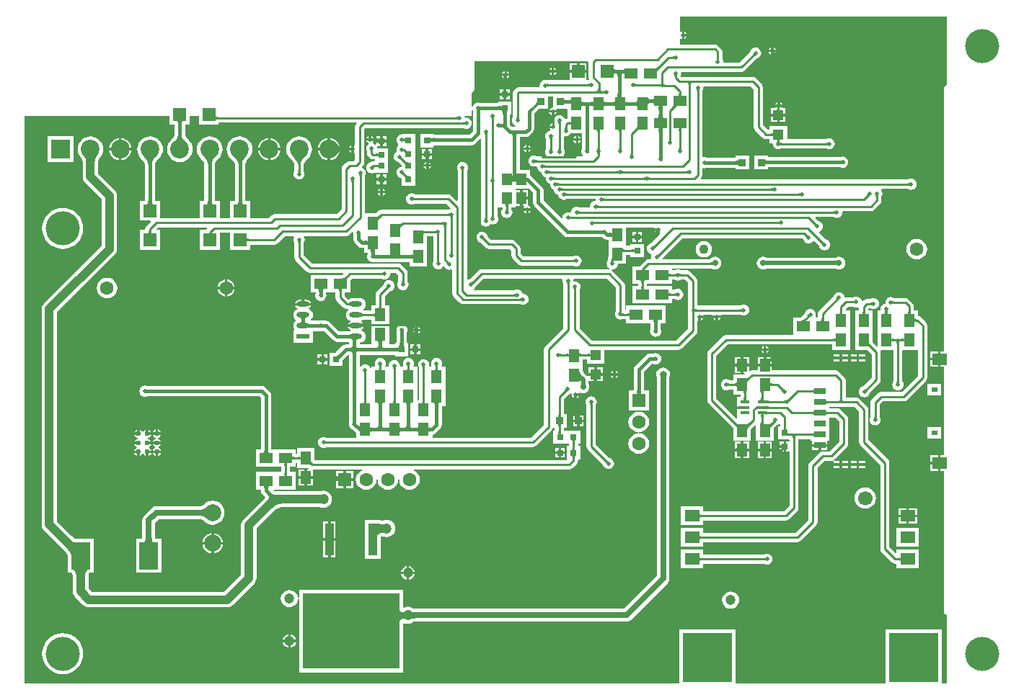
<source format=gbl>
G04 Layer_Physical_Order=2*
G04 Layer_Color=16711680*
%FSLAX44Y44*%
%MOMM*%
G71*
G01*
G75*
%ADD19R,0.7620X0.7620*%
%ADD29R,0.8300X0.8300*%
%ADD31R,1.5240X1.5240*%
%ADD38R,1.5240X1.5240*%
%ADD44R,1.2700X1.5240*%
%ADD45R,1.5240X1.2700*%
%ADD46R,1.2700X1.2000*%
%ADD54C,0.2700*%
%ADD55C,0.5000*%
%ADD56C,0.4000*%
%ADD57C,0.7000*%
%ADD58C,1.0000*%
%ADD60C,4.0000*%
%ADD61C,1.2000*%
%ADD62C,1.7000*%
%ADD63C,1.6000*%
%ADD64C,0.6000*%
%ADD65C,2.0000*%
%ADD66R,1.6000X1.6000*%
%ADD67C,1.1000*%
%ADD68R,5.8000X5.8000*%
%ADD69C,2.2000*%
%ADD70R,2.2000X2.2000*%
%ADD71R,1.6000X1.6000*%
%ADD72C,0.5000*%
%ADD73C,0.7000*%
%ADD74C,0.8000*%
%ADD75R,0.7620X0.7620*%
%ADD76R,1.2000X1.4000*%
%ADD77R,1.8000X1.4000*%
%ADD78O,1.5000X0.6000*%
%ADD79R,1.5000X0.6000*%
%ADD80R,1.0000X0.4000*%
%ADD81R,11.4300X8.8900*%
%ADD82R,1.0500X3.8100*%
%ADD83R,2.2000X3.2000*%
%ADD84R,1.4000X0.6500*%
%ADD85R,1.3000X0.4500*%
%ADD86R,1.7000X1.4000*%
%ADD87R,0.8000X0.5400*%
G36*
X548089Y551969D02*
X548149Y551268D01*
X548185Y551076D01*
X548229Y550905D01*
X548281Y550754D01*
X548341Y550624D01*
X548409Y550514D01*
X548485Y550425D01*
X544985D01*
X545061Y550514D01*
X545129Y550624D01*
X545189Y550754D01*
X545241Y550905D01*
X545285Y551076D01*
X545321Y551268D01*
X545349Y551481D01*
X545381Y551969D01*
X545385Y552244D01*
X548085D01*
X548089Y551969D01*
D02*
G37*
G36*
X892045Y544735D02*
X891956Y544811D01*
X891847Y544879D01*
X891716Y544939D01*
X891566Y544991D01*
X891394Y545035D01*
X891202Y545071D01*
X890989Y545099D01*
X890501Y545131D01*
X890226Y545135D01*
Y547835D01*
X890501Y547839D01*
X891202Y547899D01*
X891394Y547935D01*
X891566Y547979D01*
X891716Y548031D01*
X891847Y548091D01*
X891956Y548159D01*
X892045Y548235D01*
Y544735D01*
D02*
G37*
G36*
X508404Y554386D02*
X508336Y554276D01*
X508276Y554146D01*
X508224Y553995D01*
X508180Y553824D01*
X508144Y553632D01*
X508116Y553419D01*
X508084Y552931D01*
X508080Y552656D01*
X505380D01*
X505376Y552931D01*
X505316Y553632D01*
X505280Y553824D01*
X505236Y553995D01*
X505184Y554146D01*
X505124Y554276D01*
X505056Y554386D01*
X504980Y554475D01*
X508480D01*
X508404Y554386D01*
D02*
G37*
G36*
X645129Y554124D02*
X645239Y554056D01*
X645369Y553996D01*
X645520Y553944D01*
X645691Y553900D01*
X645883Y553864D01*
X646096Y553836D01*
X646584Y553804D01*
X646859Y553800D01*
Y551100D01*
X646584Y551096D01*
X645883Y551036D01*
X645691Y551000D01*
X645520Y550956D01*
X645369Y550904D01*
X645239Y550844D01*
X645129Y550776D01*
X645040Y550700D01*
Y554200D01*
X645129Y554124D01*
D02*
G37*
G36*
X496311Y544226D02*
X496240Y544326D01*
X496146Y544415D01*
X496030Y544493D01*
X495891Y544562D01*
X495730Y544619D01*
X495546Y544666D01*
X495340Y544703D01*
X495111Y544729D01*
X494586Y544750D01*
X495454Y547450D01*
X495735Y547452D01*
X496922Y547530D01*
X497037Y547555D01*
X497127Y547582D01*
X497193Y547613D01*
X496311Y544226D01*
D02*
G37*
G36*
X934593Y545602D02*
X935131Y545148D01*
X935293Y545038D01*
X935445Y544948D01*
X935589Y544878D01*
X935723Y544828D01*
X935848Y544799D01*
X935965Y544790D01*
X933490Y542315D01*
X933481Y542431D01*
X933452Y542557D01*
X933402Y542691D01*
X933332Y542835D01*
X933242Y542987D01*
X933132Y543149D01*
X933001Y543319D01*
X932679Y543687D01*
X932487Y543884D01*
X934396Y545793D01*
X934593Y545602D01*
D02*
G37*
G36*
X672773Y548053D02*
X672877Y548007D01*
X673003Y547967D01*
X673151Y547932D01*
X673321Y547902D01*
X673726Y547859D01*
X674217Y547838D01*
X674495Y547835D01*
X675001Y545135D01*
X674727Y545130D01*
X674244Y545091D01*
X674035Y545057D01*
X673847Y545013D01*
X673680Y544959D01*
X673535Y544895D01*
X673411Y544822D01*
X673309Y544739D01*
X673229Y544646D01*
X672690Y548104D01*
X672773Y548053D01*
D02*
G37*
G36*
X448919Y543530D02*
X448438Y543030D01*
X447667Y542109D01*
X447378Y541688D01*
X447152Y541293D01*
X446990Y540924D01*
X446891Y540582D01*
X446857Y540265D01*
X446886Y539975D01*
X446979Y539711D01*
X444461Y544769D01*
X444612Y544563D01*
X444814Y544445D01*
X445067Y544417D01*
X445372Y544477D01*
X445728Y544627D01*
X446135Y544865D01*
X446594Y545193D01*
X447105Y545609D01*
X448279Y546709D01*
X448919Y543530D01*
D02*
G37*
G36*
X556344Y554509D02*
X556404Y553808D01*
X556440Y553616D01*
X556484Y553445D01*
X556536Y553294D01*
X556596Y553164D01*
X556664Y553054D01*
X556740Y552965D01*
X553240D01*
X553316Y553054D01*
X553384Y553164D01*
X553444Y553294D01*
X553496Y553445D01*
X553540Y553616D01*
X553576Y553808D01*
X553604Y554021D01*
X553636Y554509D01*
X553640Y554784D01*
X556340D01*
X556344Y554509D01*
D02*
G37*
G36*
X677514Y567459D02*
X677624Y567391D01*
X677754Y567331D01*
X677905Y567279D01*
X678076Y567235D01*
X678268Y567199D01*
X678481Y567171D01*
X678969Y567139D01*
X679244Y567135D01*
Y564435D01*
X678969Y564431D01*
X678268Y564371D01*
X678076Y564335D01*
X677905Y564291D01*
X677754Y564239D01*
X677624Y564179D01*
X677514Y564111D01*
X677425Y564035D01*
Y567535D01*
X677514Y567459D01*
D02*
G37*
G36*
X572995Y562304D02*
X572999Y562028D01*
X573052Y561325D01*
X573084Y561132D01*
X573123Y560960D01*
X573169Y560809D01*
X573223Y560679D01*
X573283Y560569D01*
X573351Y560481D01*
X569856Y560684D01*
X569940Y560771D01*
X570014Y560878D01*
X570080Y561007D01*
X570137Y561157D01*
X570185Y561327D01*
X570225Y561518D01*
X570256Y561730D01*
X570291Y562216D01*
X570295Y562490D01*
X572995Y562304D01*
D02*
G37*
G36*
X154420Y571529D02*
X154480Y570844D01*
X154580Y570239D01*
X154720Y569715D01*
X154900Y569272D01*
X155120Y568909D01*
X155380Y568627D01*
X155680Y568425D01*
X156020Y568304D01*
X156400Y568264D01*
X148400D01*
X148780Y568304D01*
X149120Y568425D01*
X149420Y568627D01*
X149680Y568909D01*
X149900Y569272D01*
X150080Y569715D01*
X150220Y570239D01*
X150320Y570844D01*
X150380Y571529D01*
X150400Y572295D01*
X154400D01*
X154420Y571529D01*
D02*
G37*
G36*
X574089Y568569D02*
X573859Y568487D01*
X573657Y568350D01*
X573481Y568159D01*
X573332Y567913D01*
X573211Y567613D01*
X573116Y567258D01*
X573049Y566848D01*
X573008Y566384D01*
X572995Y565866D01*
X570295D01*
X570281Y566384D01*
X570241Y566848D01*
X570173Y567258D01*
X570079Y567613D01*
X569958Y567913D01*
X569809Y568159D01*
X569633Y568350D01*
X569431Y568487D01*
X569202Y568569D01*
X568945Y568596D01*
X574345D01*
X574089Y568569D01*
D02*
G37*
G36*
X504945Y554510D02*
X504856Y554586D01*
X504746Y554654D01*
X504616Y554714D01*
X504465Y554766D01*
X504294Y554810D01*
X504102Y554846D01*
X503889Y554874D01*
X503401Y554906D01*
X503126Y554910D01*
Y557610D01*
X503401Y557614D01*
X504102Y557674D01*
X504294Y557710D01*
X504465Y557754D01*
X504616Y557806D01*
X504746Y557866D01*
X504856Y557934D01*
X504945Y558010D01*
Y554510D01*
D02*
G37*
G36*
X422249Y552420D02*
X421771Y551923D01*
X421007Y551006D01*
X420721Y550586D01*
X420498Y550192D01*
X420339Y549823D01*
X420244Y549479D01*
X420212Y549161D01*
X420244Y548868D01*
X420340Y548601D01*
X417791Y553689D01*
X417944Y553480D01*
X418148Y553359D01*
X418402Y553327D01*
X418708Y553384D01*
X419064Y553531D01*
X419472Y553766D01*
X419930Y554091D01*
X420439Y554504D01*
X421609Y555599D01*
X422249Y552420D01*
D02*
G37*
G36*
X957065Y557050D02*
X956976Y557126D01*
X956866Y557194D01*
X956736Y557254D01*
X956585Y557306D01*
X956414Y557350D01*
X956222Y557386D01*
X956009Y557414D01*
X955521Y557446D01*
X955246Y557450D01*
Y560150D01*
X955521Y560154D01*
X956222Y560214D01*
X956414Y560250D01*
X956585Y560294D01*
X956736Y560346D01*
X956866Y560406D01*
X956976Y560474D01*
X957065Y560550D01*
Y557050D01*
D02*
G37*
G36*
X655324Y560474D02*
X655434Y560406D01*
X655564Y560346D01*
X655715Y560294D01*
X655886Y560250D01*
X656078Y560214D01*
X656291Y560186D01*
X656779Y560154D01*
X657054Y560150D01*
Y557450D01*
X656779Y557446D01*
X656078Y557386D01*
X655886Y557350D01*
X655715Y557306D01*
X655564Y557254D01*
X655434Y557194D01*
X655324Y557126D01*
X655235Y557050D01*
Y560550D01*
X655324Y560474D01*
D02*
G37*
G36*
X500154Y543596D02*
X500086Y543486D01*
X500026Y543356D01*
X499974Y543205D01*
X499930Y543034D01*
X499894Y542842D01*
X499866Y542629D01*
X499834Y542141D01*
X499830Y541866D01*
X497130D01*
X497126Y542141D01*
X497066Y542842D01*
X497030Y543034D01*
X496986Y543205D01*
X496934Y543356D01*
X496874Y543486D01*
X496806Y543596D01*
X496730Y543685D01*
X500230D01*
X500154Y543596D01*
D02*
G37*
G36*
X407731Y519240D02*
X407691Y519620D01*
X407570Y519960D01*
X407368Y520260D01*
X407086Y520520D01*
X406723Y520740D01*
X406280Y520920D01*
X405756Y521060D01*
X405151Y521160D01*
X404466Y521220D01*
X403700Y521240D01*
Y525240D01*
X404466Y525260D01*
X405151Y525320D01*
X405756Y525420D01*
X406280Y525560D01*
X406723Y525740D01*
X407086Y525960D01*
X407368Y526220D01*
X407570Y526520D01*
X407691Y526860D01*
X407731Y527240D01*
Y519240D01*
D02*
G37*
G36*
X745818Y517849D02*
X745627Y517652D01*
X745173Y517114D01*
X745063Y516952D01*
X744973Y516800D01*
X744903Y516656D01*
X744853Y516522D01*
X744824Y516396D01*
X744815Y516280D01*
X742340Y518755D01*
X742457Y518764D01*
X742582Y518793D01*
X742716Y518843D01*
X742860Y518913D01*
X743012Y519003D01*
X743174Y519113D01*
X743344Y519244D01*
X743712Y519566D01*
X743909Y519758D01*
X745818Y517849D01*
D02*
G37*
G36*
X329370Y524592D02*
X329291Y524503D01*
X329221Y524394D01*
X329159Y524265D01*
X329104Y524114D01*
X329059Y523943D01*
X329021Y523751D01*
X328992Y523539D01*
X328959Y523051D01*
X328955Y522777D01*
X326255Y522847D01*
X326251Y523122D01*
X326194Y523824D01*
X326159Y524017D01*
X326117Y524188D01*
X326067Y524339D01*
X326009Y524470D01*
X325944Y524580D01*
X325871Y524669D01*
X329370Y524592D01*
D02*
G37*
G36*
X942848Y524011D02*
X943386Y523558D01*
X943548Y523448D01*
X943700Y523358D01*
X943844Y523288D01*
X943978Y523238D01*
X944103Y523209D01*
X944220Y523200D01*
X941745Y520725D01*
X941736Y520841D01*
X941707Y520967D01*
X941657Y521101D01*
X941587Y521245D01*
X941497Y521397D01*
X941387Y521559D01*
X941256Y521729D01*
X940934Y522097D01*
X940742Y522294D01*
X942651Y524203D01*
X942848Y524011D01*
D02*
G37*
G36*
X707386Y516413D02*
X707467Y516184D01*
X707602Y515981D01*
X707792Y515806D01*
X708035Y515658D01*
X708332Y515536D01*
X708682Y515442D01*
X709088Y515374D01*
X709547Y515334D01*
X710060Y515320D01*
Y512620D01*
X709547Y512607D01*
X709088Y512566D01*
X708682Y512499D01*
X708332Y512404D01*
X708035Y512282D01*
X707792Y512134D01*
X707602Y511959D01*
X707467Y511756D01*
X707386Y511526D01*
X707359Y511270D01*
Y516670D01*
X707386Y516413D01*
D02*
G37*
G36*
X508084Y511329D02*
X508144Y510628D01*
X508180Y510436D01*
X508224Y510265D01*
X508276Y510114D01*
X508336Y509984D01*
X508404Y509874D01*
X508480Y509785D01*
X504980D01*
X505056Y509874D01*
X505124Y509984D01*
X505184Y510114D01*
X505236Y510265D01*
X505280Y510436D01*
X505316Y510628D01*
X505344Y510841D01*
X505376Y511329D01*
X505380Y511604D01*
X508080D01*
X508084Y511329D01*
D02*
G37*
G36*
X417640Y515641D02*
X417300Y515520D01*
X417000Y515318D01*
X416740Y515036D01*
X416520Y514673D01*
X416340Y514230D01*
X416200Y513706D01*
X416100Y513102D01*
X416040Y512416D01*
X416020Y511651D01*
X412020D01*
X412000Y512416D01*
X411940Y513102D01*
X411840Y513706D01*
X411700Y514230D01*
X411520Y514673D01*
X411300Y515036D01*
X411040Y515318D01*
X410740Y515520D01*
X410400Y515641D01*
X410020Y515681D01*
X418020D01*
X417640Y515641D01*
D02*
G37*
G36*
X720791Y511270D02*
X720764Y511526D01*
X720682Y511756D01*
X720545Y511959D01*
X720354Y512134D01*
X720108Y512282D01*
X719808Y512404D01*
X719453Y512499D01*
X719044Y512566D01*
X718579Y512607D01*
X718061Y512620D01*
Y515320D01*
X718579Y515334D01*
X719044Y515374D01*
X719453Y515442D01*
X719808Y515536D01*
X720108Y515658D01*
X720354Y515806D01*
X720545Y515981D01*
X720682Y516184D01*
X720764Y516413D01*
X720791Y516670D01*
Y511270D01*
D02*
G37*
G36*
X266066Y528863D02*
X266147Y528634D01*
X266283Y528432D01*
X266472Y528256D01*
X266714Y528107D01*
X267012Y527986D01*
X267362Y527892D01*
X267768Y527824D01*
X268227Y527784D01*
X268739Y527770D01*
Y525070D01*
X268227Y525056D01*
X267768Y525016D01*
X267362Y524949D01*
X267012Y524854D01*
X266714Y524733D01*
X266472Y524584D01*
X266283Y524408D01*
X266147Y524206D01*
X266066Y523977D01*
X266040Y523720D01*
Y529120D01*
X266066Y528863D01*
D02*
G37*
G36*
X492374Y533586D02*
X492306Y533476D01*
X492246Y533346D01*
X492194Y533195D01*
X492150Y533024D01*
X492114Y532832D01*
X492086Y532619D01*
X492054Y532131D01*
X492050Y531856D01*
X489350D01*
X489346Y532131D01*
X489286Y532832D01*
X489250Y533024D01*
X489206Y533195D01*
X489154Y533346D01*
X489094Y533476D01*
X489026Y533586D01*
X488950Y533675D01*
X492450D01*
X492374Y533586D01*
D02*
G37*
G36*
X424950Y308770D02*
X425070Y308090D01*
X425270Y307490D01*
X425550Y306970D01*
X425910Y306530D01*
X426350Y306170D01*
X426870Y305890D01*
X427470Y305690D01*
X428150Y305570D01*
X428910Y305530D01*
X422910Y301530D01*
X416910Y305530D01*
X417670Y305570D01*
X418350Y305690D01*
X418950Y305890D01*
X419470Y306170D01*
X419910Y306530D01*
X420270Y306970D01*
X420550Y307490D01*
X420750Y308090D01*
X420870Y308770D01*
X420910Y309530D01*
X424910D01*
X424950Y308770D01*
D02*
G37*
G36*
X488612Y534085D02*
X488535Y534181D01*
X488435Y534267D01*
X488314Y534343D01*
X488172Y534408D01*
X488007Y534464D01*
X487820Y534509D01*
X487612Y534545D01*
X487382Y534570D01*
X486856Y534590D01*
X487497Y537290D01*
X487776Y537292D01*
X488670Y537347D01*
X488837Y537373D01*
X488982Y537403D01*
X489105Y537437D01*
X489206Y537477D01*
X489284Y537520D01*
X488612Y534085D01*
D02*
G37*
G36*
X153764Y536186D02*
X153804Y535722D01*
X153871Y535312D01*
X153966Y534957D01*
X154087Y534657D01*
X154236Y534411D01*
X154411Y534220D01*
X154614Y534083D01*
X154844Y534001D01*
X155100Y533974D01*
X149700D01*
X149957Y534001D01*
X150186Y534083D01*
X150388Y534220D01*
X150564Y534411D01*
X150712Y534657D01*
X150834Y534957D01*
X150928Y535312D01*
X150996Y535722D01*
X151037Y536186D01*
X151050Y536704D01*
X153750D01*
X153764Y536186D01*
D02*
G37*
G36*
X694751Y528765D02*
X694711Y529145D01*
X694590Y529485D01*
X694388Y529785D01*
X694106Y530045D01*
X693743Y530265D01*
X693300Y530445D01*
X692776Y530585D01*
X692171Y530685D01*
X691486Y530745D01*
X690721Y530765D01*
Y534765D01*
X691486Y534785D01*
X692171Y534845D01*
X692776Y534945D01*
X693300Y535085D01*
X693743Y535265D01*
X694106Y535485D01*
X694388Y535745D01*
X694590Y536045D01*
X694711Y536385D01*
X694751Y536765D01*
Y528765D01*
D02*
G37*
G36*
X635844Y309574D02*
X635614Y309492D01*
X635411Y309355D01*
X635236Y309164D01*
X635088Y308918D01*
X634966Y308618D01*
X634871Y308263D01*
X634804Y307854D01*
X634763Y307389D01*
X634750Y306870D01*
X632050D01*
X632037Y307389D01*
X631996Y307854D01*
X631928Y308263D01*
X631834Y308618D01*
X631712Y308918D01*
X631564Y309164D01*
X631389Y309355D01*
X631186Y309492D01*
X630956Y309574D01*
X630700Y309601D01*
X636100D01*
X635844Y309574D01*
D02*
G37*
G36*
X457970Y308770D02*
X458090Y308090D01*
X458290Y307490D01*
X458570Y306970D01*
X458930Y306530D01*
X459370Y306170D01*
X459890Y305890D01*
X460490Y305690D01*
X461170Y305570D01*
X461930Y305530D01*
X455930Y301530D01*
X449930Y305530D01*
X450690Y305570D01*
X451370Y305690D01*
X451970Y305890D01*
X452490Y306170D01*
X452930Y306530D01*
X453290Y306970D01*
X453570Y307490D01*
X453770Y308090D01*
X453890Y308770D01*
X453930Y309530D01*
X457930D01*
X457970Y308770D01*
D02*
G37*
G36*
X924433Y532267D02*
X924971Y531813D01*
X925133Y531703D01*
X925285Y531613D01*
X925429Y531543D01*
X925563Y531493D01*
X925688Y531464D01*
X925805Y531455D01*
X923330Y528980D01*
X923321Y529096D01*
X923292Y529222D01*
X923242Y529356D01*
X923172Y529500D01*
X923082Y529652D01*
X922972Y529814D01*
X922841Y529984D01*
X922518Y530352D01*
X922327Y530549D01*
X924236Y532458D01*
X924433Y532267D01*
D02*
G37*
G36*
X224625Y571534D02*
X224685Y570849D01*
X224785Y570244D01*
X224925Y569720D01*
X225105Y569277D01*
X225325Y568914D01*
X225585Y568632D01*
X225885Y568430D01*
X226225Y568309D01*
X226605Y568269D01*
X218605D01*
X218985Y568309D01*
X219325Y568430D01*
X219625Y568632D01*
X219885Y568914D01*
X220105Y569277D01*
X220285Y569720D01*
X220425Y570244D01*
X220525Y570849D01*
X220585Y571534D01*
X220605Y572299D01*
X224605D01*
X224625Y571534D01*
D02*
G37*
G36*
X556344Y599594D02*
X556404Y598893D01*
X556440Y598701D01*
X556484Y598530D01*
X556536Y598379D01*
X556596Y598249D01*
X556664Y598139D01*
X556740Y598050D01*
X553240D01*
X553316Y598139D01*
X553384Y598249D01*
X553444Y598379D01*
X553496Y598530D01*
X553540Y598701D01*
X553576Y598893D01*
X553604Y599106D01*
X553636Y599594D01*
X553640Y599869D01*
X556340D01*
X556344Y599594D01*
D02*
G37*
G36*
X652429Y290833D02*
X652199Y290753D01*
X651997Y290618D01*
X651821Y290429D01*
X651673Y290186D01*
X651551Y289888D01*
X651457Y289538D01*
X651389Y289132D01*
X651348Y288673D01*
X651335Y288160D01*
X648635D01*
X648622Y288673D01*
X648581Y289132D01*
X648513Y289538D01*
X648419Y289888D01*
X648298Y290186D01*
X648149Y290429D01*
X647973Y290618D01*
X647771Y290753D01*
X647542Y290833D01*
X647285Y290861D01*
X652685D01*
X652429Y290833D01*
D02*
G37*
G36*
X582430Y602775D02*
X582550Y602095D01*
X582750Y601495D01*
X583030Y600975D01*
X583390Y600535D01*
X583830Y600175D01*
X584350Y599895D01*
X584950Y599695D01*
X585630Y599575D01*
X586390Y599535D01*
X582676Y597059D01*
Y593535D01*
X582635Y593915D01*
X582515Y594255D01*
X582315Y594555D01*
X582035Y594815D01*
X581675Y595035D01*
X581236Y595215D01*
X580715Y595355D01*
X580139Y595451D01*
X579559Y595355D01*
X579035Y595215D01*
X578592Y595035D01*
X578229Y594815D01*
X577947Y594555D01*
X577745Y594255D01*
X577624Y593915D01*
X577584Y593535D01*
Y597406D01*
X574390Y599535D01*
X575150Y599575D01*
X575830Y599695D01*
X576430Y599895D01*
X576950Y600175D01*
X577390Y600535D01*
X577584Y600772D01*
Y601535D01*
X577624Y601155D01*
X577707Y600923D01*
X577750Y600975D01*
X578030Y601495D01*
X578230Y602095D01*
X578350Y602775D01*
X578390Y603535D01*
X582390D01*
X582430Y602775D01*
D02*
G37*
G36*
X358109Y289964D02*
X358219Y289896D01*
X358349Y289836D01*
X358500Y289784D01*
X358671Y289740D01*
X358863Y289704D01*
X359076Y289676D01*
X359564Y289644D01*
X359839Y289640D01*
Y286940D01*
X359564Y286936D01*
X358863Y286876D01*
X358671Y286840D01*
X358500Y286796D01*
X358349Y286744D01*
X358219Y286684D01*
X358109Y286616D01*
X358020Y286540D01*
Y290040D01*
X358109Y289964D01*
D02*
G37*
G36*
X625444Y600479D02*
X625554Y600411D01*
X625684Y600351D01*
X625835Y600299D01*
X626006Y600255D01*
X626198Y600219D01*
X626411Y600191D01*
X626899Y600159D01*
X627174Y600155D01*
Y597455D01*
X626899Y597451D01*
X626198Y597391D01*
X626006Y597355D01*
X625835Y597311D01*
X625684Y597259D01*
X625554Y597199D01*
X625444Y597131D01*
X625355Y597055D01*
Y600555D01*
X625444Y600479D01*
D02*
G37*
G36*
X392199Y596296D02*
X392131Y596186D01*
X392071Y596056D01*
X392019Y595905D01*
X391975Y595734D01*
X391939Y595542D01*
X391911Y595329D01*
X391879Y594841D01*
X391875Y594566D01*
X389175D01*
X389171Y594841D01*
X389111Y595542D01*
X389075Y595734D01*
X389031Y595905D01*
X388979Y596056D01*
X388919Y596186D01*
X388851Y596296D01*
X388775Y596385D01*
X392275D01*
X392199Y596296D01*
D02*
G37*
G36*
X737839Y600479D02*
X737949Y600411D01*
X738079Y600351D01*
X738230Y600299D01*
X738401Y600255D01*
X738593Y600219D01*
X738806Y600191D01*
X739294Y600159D01*
X739569Y600155D01*
Y597455D01*
X739294Y597451D01*
X738593Y597391D01*
X738401Y597355D01*
X738230Y597311D01*
X738079Y597259D01*
X737949Y597199D01*
X737839Y597131D01*
X737750Y597055D01*
Y600555D01*
X737839Y600479D01*
D02*
G37*
G36*
X734180Y597055D02*
X734091Y597131D01*
X733981Y597199D01*
X733851Y597259D01*
X733700Y597311D01*
X733529Y597355D01*
X733337Y597391D01*
X733124Y597419D01*
X732636Y597451D01*
X732361Y597455D01*
Y600155D01*
X732636Y600159D01*
X733337Y600219D01*
X733529Y600255D01*
X733700Y600299D01*
X733851Y600351D01*
X733981Y600411D01*
X734091Y600479D01*
X734180Y600555D01*
Y597055D01*
D02*
G37*
G36*
X401089Y603281D02*
X401021Y603171D01*
X400961Y603041D01*
X400909Y602890D01*
X400865Y602719D01*
X400829Y602527D01*
X400801Y602314D01*
X400769Y601826D01*
X400765Y601551D01*
X398065D01*
X398061Y601826D01*
X398001Y602527D01*
X397965Y602719D01*
X397921Y602890D01*
X397869Y603041D01*
X397809Y603171D01*
X397741Y603281D01*
X397665Y603370D01*
X401165D01*
X401089Y603281D01*
D02*
G37*
G36*
X651348Y282192D02*
X651389Y281733D01*
X651457Y281327D01*
X651551Y280977D01*
X651673Y280679D01*
X651821Y280436D01*
X651997Y280247D01*
X652199Y280112D01*
X652429Y280032D01*
X652685Y280005D01*
X647285D01*
X647542Y280032D01*
X647771Y280112D01*
X647973Y280247D01*
X648149Y280436D01*
X648298Y280679D01*
X648419Y280977D01*
X648513Y281327D01*
X648581Y281733D01*
X648622Y282192D01*
X648635Y282705D01*
X651335D01*
X651348Y282192D01*
D02*
G37*
G36*
X521104Y609631D02*
X521036Y609521D01*
X520976Y609391D01*
X520924Y609240D01*
X520880Y609069D01*
X520844Y608877D01*
X520816Y608664D01*
X520784Y608176D01*
X520780Y607901D01*
X518080D01*
X518076Y608176D01*
X518016Y608877D01*
X517980Y609069D01*
X517936Y609240D01*
X517884Y609391D01*
X517824Y609521D01*
X517756Y609631D01*
X517680Y609720D01*
X521180D01*
X521104Y609631D01*
D02*
G37*
G36*
X843941Y613220D02*
X843901Y613600D01*
X843780Y613940D01*
X843578Y614240D01*
X843296Y614500D01*
X842933Y614720D01*
X842490Y614900D01*
X841966Y615040D01*
X841361Y615140D01*
X840676Y615200D01*
X839911Y615220D01*
Y619220D01*
X840676Y619240D01*
X841361Y619300D01*
X841966Y619400D01*
X842490Y619540D01*
X842933Y619720D01*
X843296Y619940D01*
X843578Y620200D01*
X843780Y620500D01*
X843901Y620840D01*
X843941Y621220D01*
Y613220D01*
D02*
G37*
G36*
X615284Y614449D02*
X615394Y614381D01*
X615524Y614321D01*
X615675Y614269D01*
X615846Y614225D01*
X616038Y614189D01*
X616251Y614161D01*
X616739Y614129D01*
X617014Y614125D01*
Y611425D01*
X616739Y611421D01*
X616038Y611361D01*
X615846Y611325D01*
X615675Y611281D01*
X615524Y611229D01*
X615394Y611169D01*
X615284Y611101D01*
X615195Y611025D01*
Y614525D01*
X615284Y614449D01*
D02*
G37*
G36*
X702430Y604675D02*
X702341Y604751D01*
X702231Y604819D01*
X702101Y604879D01*
X701950Y604931D01*
X701779Y604975D01*
X701587Y605011D01*
X701374Y605039D01*
X700886Y605071D01*
X700611Y605075D01*
Y607775D01*
X700886Y607779D01*
X701587Y607839D01*
X701779Y607875D01*
X701950Y607919D01*
X702101Y607971D01*
X702231Y608031D01*
X702341Y608099D01*
X702430Y608175D01*
Y604675D01*
D02*
G37*
G36*
X620364Y608099D02*
X620474Y608031D01*
X620604Y607971D01*
X620755Y607919D01*
X620926Y607875D01*
X621118Y607839D01*
X621331Y607811D01*
X621819Y607779D01*
X622094Y607775D01*
Y605075D01*
X621819Y605071D01*
X621118Y605011D01*
X620926Y604975D01*
X620755Y604931D01*
X620604Y604879D01*
X620474Y604819D01*
X620364Y604751D01*
X620275Y604675D01*
Y608175D01*
X620364Y608099D01*
D02*
G37*
G36*
X784345Y604675D02*
X784256Y604751D01*
X784146Y604819D01*
X784016Y604879D01*
X783865Y604931D01*
X783694Y604975D01*
X783502Y605011D01*
X783289Y605039D01*
X782801Y605071D01*
X782526Y605075D01*
Y607775D01*
X782801Y607779D01*
X783502Y607839D01*
X783694Y607875D01*
X783865Y607919D01*
X784016Y607971D01*
X784146Y608031D01*
X784256Y608099D01*
X784345Y608175D01*
Y604675D01*
D02*
G37*
G36*
X706089Y608099D02*
X706199Y608031D01*
X706329Y607971D01*
X706480Y607919D01*
X706651Y607875D01*
X706843Y607839D01*
X707056Y607811D01*
X707544Y607779D01*
X707819Y607775D01*
Y605075D01*
X707544Y605071D01*
X706843Y605011D01*
X706651Y604975D01*
X706480Y604931D01*
X706329Y604879D01*
X706199Y604819D01*
X706089Y604751D01*
X706000Y604675D01*
Y608175D01*
X706089Y608099D01*
D02*
G37*
G36*
X556664Y594391D02*
X556596Y594281D01*
X556536Y594151D01*
X556484Y594000D01*
X556440Y593829D01*
X556404Y593637D01*
X556376Y593424D01*
X556344Y592936D01*
X556340Y592661D01*
X553640D01*
X553636Y592936D01*
X553576Y593637D01*
X553540Y593829D01*
X553496Y594000D01*
X553444Y594151D01*
X553384Y594281D01*
X553316Y594391D01*
X553240Y594480D01*
X556740D01*
X556664Y594391D01*
D02*
G37*
G36*
X915608Y578212D02*
X915524Y578301D01*
X915419Y578381D01*
X915293Y578451D01*
X915145Y578512D01*
X914977Y578563D01*
X914787Y578605D01*
X914577Y578638D01*
X914345Y578661D01*
X913818Y578680D01*
X914175Y581380D01*
X914452Y581383D01*
X915156Y581430D01*
X915348Y581458D01*
X915520Y581492D01*
X915670Y581532D01*
X915799Y581579D01*
X915906Y581632D01*
X915993Y581691D01*
X915608Y578212D01*
D02*
G37*
G36*
X997560Y578525D02*
X997443Y578516D01*
X997318Y578487D01*
X997184Y578437D01*
X997040Y578367D01*
X996888Y578277D01*
X996726Y578167D01*
X996556Y578036D01*
X996188Y577714D01*
X995991Y577522D01*
X994082Y579431D01*
X994274Y579628D01*
X994727Y580166D01*
X994837Y580328D01*
X994927Y580480D01*
X994997Y580624D01*
X995047Y580758D01*
X995076Y580883D01*
X995085Y581000D01*
X997560Y578525D01*
D02*
G37*
G36*
X480038Y307021D02*
X480154Y306708D01*
X480347Y306432D01*
X480618Y306193D01*
X480967Y305990D01*
X481393Y305825D01*
X481896Y305696D01*
X482477Y305604D01*
X483134Y305548D01*
X483870Y305530D01*
Y301530D01*
X483134Y301512D01*
X482477Y301456D01*
X481896Y301364D01*
X481393Y301236D01*
X480967Y301070D01*
X480618Y300867D01*
X480347Y300628D01*
X480154Y300352D01*
X480038Y300039D01*
X479999Y299690D01*
Y307370D01*
X480038Y307021D01*
D02*
G37*
G36*
X640324Y581704D02*
X640434Y581636D01*
X640564Y581576D01*
X640714Y581524D01*
X640886Y581480D01*
X641078Y581444D01*
X641291Y581416D01*
X641779Y581384D01*
X642054Y581380D01*
Y578680D01*
X641779Y578676D01*
X641078Y578616D01*
X640886Y578580D01*
X640714Y578536D01*
X640564Y578484D01*
X640434Y578424D01*
X640324Y578356D01*
X640235Y578280D01*
Y581780D01*
X640324Y581704D01*
D02*
G37*
G36*
X684499Y575714D02*
X684609Y575646D01*
X684739Y575586D01*
X684890Y575534D01*
X685061Y575490D01*
X685253Y575454D01*
X685466Y575426D01*
X685954Y575394D01*
X686229Y575390D01*
Y572690D01*
X685954Y572686D01*
X685253Y572626D01*
X685061Y572590D01*
X684890Y572546D01*
X684739Y572494D01*
X684609Y572434D01*
X684499Y572366D01*
X684410Y572290D01*
Y575790D01*
X684499Y575714D01*
D02*
G37*
G36*
X260465Y571534D02*
X260525Y570849D01*
X260625Y570244D01*
X260765Y569720D01*
X260945Y569277D01*
X261165Y568914D01*
X261425Y568632D01*
X261725Y568430D01*
X262065Y568309D01*
X262445Y568269D01*
X254445D01*
X254825Y568309D01*
X255165Y568430D01*
X255465Y568632D01*
X255725Y568914D01*
X255945Y569277D01*
X256125Y569720D01*
X256265Y570244D01*
X256365Y570849D01*
X256425Y571534D01*
X256445Y572299D01*
X260445D01*
X260465Y571534D01*
D02*
G37*
G36*
X1007514Y579151D02*
X1007446Y579041D01*
X1007386Y578911D01*
X1007334Y578760D01*
X1007290Y578589D01*
X1007254Y578397D01*
X1007226Y578184D01*
X1007194Y577696D01*
X1007190Y577421D01*
X1004490D01*
X1004486Y577696D01*
X1004426Y578397D01*
X1004390Y578589D01*
X1004346Y578760D01*
X1004294Y578911D01*
X1004234Y579041D01*
X1004166Y579151D01*
X1004090Y579240D01*
X1007590D01*
X1007514Y579151D01*
D02*
G37*
G36*
X461614Y576349D02*
X461724Y576281D01*
X461854Y576221D01*
X462005Y576169D01*
X462176Y576125D01*
X462368Y576089D01*
X462581Y576061D01*
X463069Y576029D01*
X463344Y576025D01*
Y573325D01*
X463069Y573321D01*
X462368Y573261D01*
X462176Y573225D01*
X462005Y573181D01*
X461854Y573129D01*
X461724Y573069D01*
X461614Y573001D01*
X461525Y572925D01*
Y576425D01*
X461614Y576349D01*
D02*
G37*
G36*
X467391Y299530D02*
X467351Y299910D01*
X467230Y300250D01*
X467030Y300550D01*
X466750Y300810D01*
X466390Y301030D01*
X465951Y301210D01*
X465430Y301350D01*
X464831Y301450D01*
X464151Y301510D01*
X463391Y301530D01*
Y305530D01*
X464151Y305550D01*
X464831Y305610D01*
X465430Y305710D01*
X465951Y305850D01*
X466390Y306030D01*
X466750Y306250D01*
X467030Y306510D01*
X467230Y306810D01*
X467351Y307150D01*
X467391Y307530D01*
Y299530D01*
D02*
G37*
G36*
X634763Y300601D02*
X634804Y300137D01*
X634871Y299727D01*
X634966Y299372D01*
X635088Y299072D01*
X635236Y298826D01*
X635411Y298635D01*
X635614Y298498D01*
X635844Y298416D01*
X636100Y298389D01*
X630700D01*
X630956Y298416D01*
X631186Y298498D01*
X631389Y298635D01*
X631564Y298826D01*
X631712Y299072D01*
X631834Y299372D01*
X631928Y299727D01*
X631996Y300137D01*
X632037Y300601D01*
X632050Y301119D01*
X634750D01*
X634763Y300601D01*
D02*
G37*
G36*
X411459Y307150D02*
X411580Y306810D01*
X411782Y306510D01*
X412064Y306250D01*
X412427Y306030D01*
X412870Y305850D01*
X413394Y305710D01*
X413998Y305610D01*
X414684Y305550D01*
X415449Y305530D01*
Y301530D01*
X414684Y301510D01*
X413998Y301450D01*
X413394Y301350D01*
X412870Y301210D01*
X412427Y301030D01*
X412064Y300810D01*
X411782Y300550D01*
X411580Y300250D01*
X411459Y299910D01*
X411419Y299530D01*
Y307530D01*
X411459Y307150D01*
D02*
G37*
G36*
X1044060Y590070D02*
X1043971Y590146D01*
X1043861Y590214D01*
X1043731Y590274D01*
X1043580Y590326D01*
X1043409Y590370D01*
X1043217Y590406D01*
X1043004Y590434D01*
X1042516Y590466D01*
X1042241Y590470D01*
Y593170D01*
X1042516Y593174D01*
X1043217Y593234D01*
X1043409Y593270D01*
X1043580Y593314D01*
X1043731Y593366D01*
X1043861Y593426D01*
X1043971Y593494D01*
X1044060Y593570D01*
Y590070D01*
D02*
G37*
G36*
X630524Y593494D02*
X630634Y593426D01*
X630764Y593366D01*
X630915Y593314D01*
X631086Y593270D01*
X631278Y593234D01*
X631491Y593206D01*
X631979Y593174D01*
X632254Y593170D01*
Y590470D01*
X631979Y590466D01*
X631278Y590406D01*
X631086Y590370D01*
X630915Y590326D01*
X630764Y590274D01*
X630634Y590214D01*
X630524Y590146D01*
X630435Y590070D01*
Y593570D01*
X630524Y593494D01*
D02*
G37*
G36*
X883685Y584075D02*
X883596Y584151D01*
X883486Y584219D01*
X883356Y584279D01*
X883205Y584331D01*
X883034Y584375D01*
X882842Y584411D01*
X882629Y584439D01*
X882141Y584471D01*
X881866Y584475D01*
Y587175D01*
X882141Y587179D01*
X882842Y587239D01*
X883034Y587275D01*
X883205Y587319D01*
X883356Y587371D01*
X883486Y587431D01*
X883596Y587499D01*
X883685Y587575D01*
Y584075D01*
D02*
G37*
G36*
X635249Y587499D02*
X635359Y587431D01*
X635489Y587371D01*
X635640Y587319D01*
X635811Y587275D01*
X636003Y587239D01*
X636216Y587211D01*
X636704Y587179D01*
X636979Y587175D01*
Y584475D01*
X636704Y584471D01*
X636003Y584411D01*
X635811Y584375D01*
X635640Y584331D01*
X635489Y584279D01*
X635359Y584219D01*
X635249Y584151D01*
X635160Y584075D01*
Y587575D01*
X635249Y587499D01*
D02*
G37*
G36*
X433101Y299530D02*
X433060Y299910D01*
X432940Y300250D01*
X432741Y300550D01*
X432461Y300810D01*
X432100Y301030D01*
X431660Y301210D01*
X431141Y301350D01*
X430541Y301450D01*
X429860Y301510D01*
X429100Y301530D01*
Y305530D01*
X429860Y305550D01*
X430541Y305610D01*
X431141Y305710D01*
X431660Y305850D01*
X432100Y306030D01*
X432461Y306250D01*
X432741Y306510D01*
X432940Y306810D01*
X433060Y307150D01*
X433101Y307530D01*
Y299530D01*
D02*
G37*
G36*
X445749Y307150D02*
X445870Y306810D01*
X446072Y306510D01*
X446354Y306250D01*
X446717Y306030D01*
X447160Y305850D01*
X447684Y305710D01*
X448288Y305610D01*
X448974Y305550D01*
X449739Y305530D01*
Y301530D01*
X448974Y301510D01*
X448288Y301450D01*
X447684Y301350D01*
X447160Y301210D01*
X446717Y301030D01*
X446354Y300810D01*
X446072Y300550D01*
X445870Y300250D01*
X445749Y299910D01*
X445709Y299530D01*
Y307530D01*
X445749Y307150D01*
D02*
G37*
G36*
X424273Y375531D02*
X424314Y375066D01*
X424381Y374657D01*
X424476Y374302D01*
X424598Y374002D01*
X424746Y373756D01*
X424921Y373565D01*
X425124Y373428D01*
X425354Y373346D01*
X425610Y373319D01*
X420210D01*
X420466Y373346D01*
X420696Y373428D01*
X420899Y373565D01*
X421074Y373756D01*
X421222Y374002D01*
X421344Y374302D01*
X421438Y374657D01*
X421506Y375066D01*
X421547Y375531D01*
X421560Y376049D01*
X424260D01*
X424273Y375531D01*
D02*
G37*
G36*
X457294D02*
X457334Y375066D01*
X457402Y374657D01*
X457496Y374302D01*
X457617Y374002D01*
X457766Y373756D01*
X457942Y373565D01*
X458144Y373428D01*
X458373Y373346D01*
X458630Y373319D01*
X453230D01*
X453487Y373346D01*
X453716Y373428D01*
X453918Y373565D01*
X454094Y373756D01*
X454243Y374002D01*
X454364Y374302D01*
X454459Y374657D01*
X454526Y375066D01*
X454566Y375531D01*
X454580Y376049D01*
X457280D01*
X457294Y375531D01*
D02*
G37*
G36*
X400548Y440508D02*
X400891Y440296D01*
X401245Y440109D01*
X401613Y439948D01*
X401992Y439811D01*
X402384Y439699D01*
X402789Y439612D01*
X403205Y439550D01*
X403634Y439512D01*
X404075Y439500D01*
Y436800D01*
X403634Y436788D01*
X403205Y436750D01*
X402789Y436688D01*
X402384Y436601D01*
X401992Y436489D01*
X401613Y436352D01*
X401245Y436190D01*
X400891Y436004D01*
X400548Y435793D01*
X400218Y435556D01*
Y440744D01*
X400548Y440508D01*
D02*
G37*
G36*
X416590Y435450D02*
X416563Y435706D01*
X416483Y435936D01*
X416348Y436138D01*
X416158Y436314D01*
X415915Y436463D01*
X415619Y436584D01*
X415267Y436679D01*
X414863Y436746D01*
X414403Y436786D01*
X413890Y436800D01*
Y439500D01*
X414403Y439514D01*
X414863Y439554D01*
X415267Y439622D01*
X415619Y439716D01*
X415915Y439837D01*
X416158Y439986D01*
X416348Y440162D01*
X416483Y440364D01*
X416563Y440593D01*
X416590Y440850D01*
Y435450D01*
D02*
G37*
G36*
X749745Y432430D02*
X749405Y432310D01*
X749105Y432110D01*
X748845Y431830D01*
X748625Y431470D01*
X748445Y431031D01*
X748305Y430510D01*
X748205Y429911D01*
X748145Y429230D01*
X748125Y428470D01*
X744125D01*
X744105Y429230D01*
X744045Y429911D01*
X743945Y430510D01*
X743805Y431031D01*
X743625Y431470D01*
X743405Y431830D01*
X743145Y432110D01*
X742845Y432310D01*
X742505Y432430D01*
X742125Y432471D01*
X750125D01*
X749745Y432430D01*
D02*
G37*
G36*
X335840Y435145D02*
X335500Y435024D01*
X335200Y434823D01*
X334940Y434540D01*
X334720Y434178D01*
X334540Y433734D01*
X334400Y433210D01*
X334300Y432606D01*
X334240Y431921D01*
X334237Y431800D01*
X334240Y431679D01*
X334300Y430994D01*
X334400Y430390D01*
X334540Y429866D01*
X334720Y429422D01*
X334940Y429059D01*
X335200Y428777D01*
X335500Y428576D01*
X335840Y428455D01*
X336220Y428415D01*
X328220D01*
X328600Y428455D01*
X328940Y428576D01*
X329240Y428777D01*
X329500Y429059D01*
X329720Y429422D01*
X329900Y429866D01*
X330040Y430390D01*
X330140Y430994D01*
X330200Y431679D01*
X330203Y431800D01*
X330200Y431921D01*
X330140Y432606D01*
X330040Y433210D01*
X329900Y433734D01*
X329720Y434178D01*
X329500Y434540D01*
X329240Y434823D01*
X328940Y435024D01*
X328600Y435145D01*
X328220Y435185D01*
X336220D01*
X335840Y435145D01*
D02*
G37*
G36*
X490313Y375531D02*
X490354Y375066D01*
X490421Y374657D01*
X490516Y374302D01*
X490638Y374002D01*
X490786Y373756D01*
X490961Y373565D01*
X491164Y373428D01*
X491394Y373346D01*
X491650Y373319D01*
X486250D01*
X486507Y373346D01*
X486736Y373428D01*
X486939Y373565D01*
X487114Y373756D01*
X487262Y374002D01*
X487384Y374302D01*
X487478Y374657D01*
X487546Y375066D01*
X487587Y375531D01*
X487600Y376049D01*
X490300D01*
X490313Y375531D01*
D02*
G37*
G36*
X441094Y376586D02*
X441026Y376476D01*
X440966Y376346D01*
X440914Y376195D01*
X440870Y376024D01*
X440834Y375832D01*
X440806Y375619D01*
X440774Y375131D01*
X440770Y374856D01*
X438070D01*
X438066Y375131D01*
X438006Y375832D01*
X437970Y376024D01*
X437926Y376195D01*
X437874Y376346D01*
X437814Y376476D01*
X437746Y376586D01*
X437670Y376675D01*
X441170D01*
X441094Y376586D01*
D02*
G37*
G36*
X715701Y436085D02*
X715674Y436342D01*
X715592Y436571D01*
X715455Y436773D01*
X715264Y436949D01*
X715018Y437098D01*
X714718Y437219D01*
X714363Y437313D01*
X713953Y437381D01*
X713489Y437421D01*
X712971Y437435D01*
Y440135D01*
X713489Y440149D01*
X713953Y440189D01*
X714363Y440257D01*
X714718Y440351D01*
X715018Y440472D01*
X715264Y440621D01*
X715455Y440797D01*
X715592Y440999D01*
X715674Y441228D01*
X715701Y441485D01*
Y436085D01*
D02*
G37*
G36*
X847845Y442115D02*
X847756Y442191D01*
X847646Y442259D01*
X847516Y442319D01*
X847365Y442371D01*
X847194Y442415D01*
X847002Y442451D01*
X846789Y442479D01*
X846301Y442511D01*
X846026Y442515D01*
Y445215D01*
X846301Y445219D01*
X847002Y445279D01*
X847194Y445315D01*
X847365Y445359D01*
X847516Y445411D01*
X847646Y445471D01*
X847756Y445539D01*
X847845Y445615D01*
Y442115D01*
D02*
G37*
G36*
X706204Y442749D02*
X706264Y442048D01*
X706300Y441856D01*
X706344Y441685D01*
X706396Y441534D01*
X706456Y441404D01*
X706524Y441294D01*
X706600Y441205D01*
X703100D01*
X703176Y441294D01*
X703244Y441404D01*
X703304Y441534D01*
X703356Y441685D01*
X703400Y441856D01*
X703436Y442048D01*
X703464Y442261D01*
X703496Y442749D01*
X703500Y443024D01*
X706200D01*
X706204Y442749D01*
D02*
G37*
G36*
X388222Y448256D02*
X387892Y448493D01*
X387549Y448704D01*
X387195Y448890D01*
X386827Y449052D01*
X386448Y449189D01*
X386056Y449301D01*
X385652Y449388D01*
X385235Y449450D01*
X384806Y449488D01*
X384365Y449500D01*
Y452200D01*
X384806Y452212D01*
X385235Y452250D01*
X385652Y452312D01*
X386056Y452399D01*
X386448Y452511D01*
X386827Y452648D01*
X387195Y452809D01*
X387549Y452996D01*
X387892Y453208D01*
X388222Y453444D01*
Y448256D01*
D02*
G37*
G36*
X424273Y447921D02*
X424314Y447457D01*
X424381Y447047D01*
X424476Y446692D01*
X424598Y446392D01*
X424746Y446146D01*
X424921Y445955D01*
X425124Y445818D01*
X425354Y445736D01*
X425610Y445709D01*
X420210D01*
X420466Y445736D01*
X420696Y445818D01*
X420899Y445955D01*
X421074Y446146D01*
X421222Y446392D01*
X421344Y446692D01*
X421438Y447047D01*
X421506Y447457D01*
X421547Y447921D01*
X421560Y448439D01*
X424260D01*
X424273Y447921D01*
D02*
G37*
G36*
X406804Y371506D02*
X406736Y371396D01*
X406676Y371266D01*
X406624Y371115D01*
X406580Y370944D01*
X406544Y370752D01*
X406516Y370539D01*
X406484Y370051D01*
X406480Y369776D01*
X403780D01*
X403776Y370051D01*
X403716Y370752D01*
X403680Y370944D01*
X403636Y371115D01*
X403584Y371266D01*
X403524Y371396D01*
X403456Y371506D01*
X403380Y371595D01*
X406880D01*
X406804Y371506D01*
D02*
G37*
G36*
X707092Y440560D02*
X707186Y440470D01*
X707302Y440392D01*
X707441Y440324D01*
X707602Y440266D01*
X707786Y440219D01*
X707992Y440182D01*
X708221Y440156D01*
X708746Y440135D01*
X707870Y437435D01*
X707588Y437433D01*
X706402Y437356D01*
X706288Y437332D01*
X706198Y437304D01*
X706132Y437274D01*
X707021Y440659D01*
X707092Y440560D01*
D02*
G37*
G36*
X791317Y447402D02*
X791398Y446943D01*
X791533Y446538D01*
X791722Y446187D01*
X791965Y445890D01*
X792262Y445647D01*
X792613Y445458D01*
X793018Y445323D01*
X793477Y445242D01*
X793990Y445215D01*
Y442515D01*
X793477Y442488D01*
X793018Y442407D01*
X792613Y442272D01*
X792262Y442083D01*
X791965Y441840D01*
X791722Y441543D01*
X791533Y441192D01*
X791398Y440787D01*
X791317Y440328D01*
X791290Y439815D01*
X788590Y443865D01*
X791290Y447915D01*
X791317Y447402D01*
D02*
G37*
G36*
X653790Y365687D02*
X653609Y365807D01*
X653389Y365913D01*
X653130Y366007D01*
X652833Y366089D01*
X652497Y366158D01*
X652123Y366215D01*
X651259Y366290D01*
X650240Y366315D01*
Y369015D01*
X650769Y369021D01*
X652123Y369115D01*
X652497Y369172D01*
X652833Y369241D01*
X653130Y369323D01*
X653389Y369417D01*
X653609Y369523D01*
X653790Y369642D01*
Y365687D01*
D02*
G37*
G36*
X475384Y377856D02*
X475316Y377746D01*
X475256Y377616D01*
X475204Y377465D01*
X475160Y377294D01*
X475124Y377102D01*
X475096Y376889D01*
X475064Y376401D01*
X475060Y376126D01*
X472360D01*
X472356Y376401D01*
X472296Y377102D01*
X472260Y377294D01*
X472216Y377465D01*
X472164Y377616D01*
X472104Y377746D01*
X472036Y377856D01*
X471960Y377945D01*
X475460D01*
X475384Y377856D01*
D02*
G37*
G36*
X394470Y402750D02*
X394590Y402070D01*
X394790Y401470D01*
X395070Y400950D01*
X395430Y400510D01*
X395870Y400150D01*
X396390Y399870D01*
X396990Y399670D01*
X397670Y399550D01*
X398430Y399510D01*
Y395510D01*
X397670Y395470D01*
X396990Y395350D01*
X396390Y395150D01*
X395870Y394870D01*
X395430Y394510D01*
X395070Y394070D01*
X394790Y393550D01*
X394590Y392950D01*
X394470Y392270D01*
X394430Y391510D01*
X390430D01*
X390390Y392270D01*
X390270Y392950D01*
X390070Y393550D01*
X389790Y394070D01*
X389430Y394510D01*
X388990Y394870D01*
X388470Y395150D01*
X387870Y395350D01*
X387190Y395470D01*
X386430Y395510D01*
Y399510D01*
X387190Y399550D01*
X387870Y399670D01*
X388470Y399870D01*
X388990Y400150D01*
X389430Y400510D01*
X389790Y400950D01*
X390070Y401470D01*
X390270Y402070D01*
X390390Y402750D01*
X390430Y403510D01*
X394430D01*
X394470Y402750D01*
D02*
G37*
G36*
X377828Y389860D02*
X377033Y389036D01*
X375782Y387562D01*
X375327Y386911D01*
X374984Y386316D01*
X374755Y385779D01*
X374639Y385299D01*
X374636Y384877D01*
X374746Y384511D01*
X374969Y384203D01*
X369343Y389829D01*
X369651Y389606D01*
X370017Y389496D01*
X370439Y389499D01*
X370919Y389615D01*
X371456Y389844D01*
X372051Y390187D01*
X372702Y390642D01*
X373411Y391211D01*
X375000Y392688D01*
X377828Y389860D01*
D02*
G37*
G36*
X424950Y402750D02*
X425070Y402070D01*
X425270Y401470D01*
X425550Y400950D01*
X425910Y400510D01*
X426350Y400150D01*
X426870Y399870D01*
X427470Y399670D01*
X428150Y399550D01*
X428910Y399510D01*
X422910Y395510D01*
X416910Y399510D01*
X417670Y399550D01*
X418350Y399670D01*
X418950Y399870D01*
X419470Y400150D01*
X419910Y400510D01*
X420270Y400950D01*
X420550Y401470D01*
X420750Y402070D01*
X420870Y402750D01*
X420910Y403510D01*
X424910D01*
X424950Y402750D01*
D02*
G37*
G36*
X444151Y393731D02*
X444110Y394069D01*
X443991Y394371D01*
X443791Y394638D01*
X443511Y394869D01*
X443150Y395065D01*
X442710Y395225D01*
X442191Y395350D01*
X441590Y395439D01*
X440910Y395492D01*
X440150Y395510D01*
Y399510D01*
X440910Y399528D01*
X441590Y399581D01*
X442191Y399670D01*
X442710Y399795D01*
X443150Y399955D01*
X443511Y400151D01*
X443791Y400382D01*
X443991Y400649D01*
X444110Y400951D01*
X444151Y401289D01*
Y393731D01*
D02*
G37*
G36*
X669321Y388460D02*
X669294Y388717D01*
X669212Y388946D01*
X669078Y389148D01*
X668888Y389324D01*
X668645Y389473D01*
X668348Y389594D01*
X667998Y389688D01*
X667592Y389756D01*
X667133Y389796D01*
X666620Y389810D01*
Y392510D01*
X667133Y392523D01*
X667592Y392564D01*
X667998Y392631D01*
X668348Y392726D01*
X668645Y392848D01*
X668888Y392996D01*
X669078Y393172D01*
X669212Y393374D01*
X669294Y393604D01*
X669321Y393860D01*
Y388460D01*
D02*
G37*
G36*
X656556Y393604D02*
X656638Y393374D01*
X656775Y393172D01*
X656966Y392996D01*
X657212Y392848D01*
X657512Y392726D01*
X657867Y392631D01*
X658277Y392564D01*
X658741Y392523D01*
X659259Y392510D01*
Y389810D01*
X658741Y389796D01*
X658277Y389756D01*
X657867Y389688D01*
X657512Y389594D01*
X657212Y389473D01*
X656966Y389324D01*
X656775Y389148D01*
X656638Y388946D01*
X656556Y388717D01*
X656529Y388460D01*
Y393860D01*
X656556Y393604D01*
D02*
G37*
G36*
X633699Y392834D02*
X633809Y392766D01*
X633939Y392706D01*
X634090Y392654D01*
X634261Y392610D01*
X634453Y392574D01*
X634666Y392546D01*
X635154Y392514D01*
X635429Y392510D01*
Y389810D01*
X635154Y389806D01*
X634453Y389746D01*
X634261Y389710D01*
X634090Y389666D01*
X633939Y389614D01*
X633809Y389554D01*
X633699Y389486D01*
X633610Y389410D01*
Y392910D01*
X633699Y392834D01*
D02*
G37*
G36*
X643921Y388460D02*
X643894Y388717D01*
X643812Y388946D01*
X643678Y389148D01*
X643488Y389324D01*
X643245Y389473D01*
X642949Y389594D01*
X642598Y389688D01*
X642193Y389756D01*
X641733Y389796D01*
X641220Y389810D01*
Y392510D01*
X641733Y392523D01*
X642193Y392564D01*
X642598Y392631D01*
X642949Y392726D01*
X643245Y392848D01*
X643488Y392996D01*
X643678Y393172D01*
X643812Y393374D01*
X643894Y393604D01*
X643921Y393860D01*
Y388460D01*
D02*
G37*
G36*
X449948Y404529D02*
X450001Y403849D01*
X450090Y403250D01*
X450215Y402729D01*
X450375Y402290D01*
X450571Y401930D01*
X450802Y401650D01*
X451069Y401450D01*
X451371Y401329D01*
X451710Y401289D01*
X444151D01*
X444489Y401329D01*
X444791Y401450D01*
X445058Y401650D01*
X445289Y401930D01*
X445485Y402290D01*
X445645Y402729D01*
X445770Y403250D01*
X445859Y403849D01*
X445912Y404529D01*
X445930Y405289D01*
X449930D01*
X449948Y404529D01*
D02*
G37*
G36*
X395175Y411795D02*
X395038Y411656D01*
X394709Y411281D01*
X394626Y411171D01*
X394502Y410974D01*
X394460Y410886D01*
X394432Y410807D01*
X394427Y410782D01*
X394445Y410763D01*
X394422Y410758D01*
X394417Y410734D01*
X394398Y410753D01*
X394373Y410748D01*
X394294Y410720D01*
X394206Y410678D01*
X394111Y410623D01*
X394009Y410554D01*
X393782Y410375D01*
X393657Y410266D01*
X393385Y410005D01*
X391475Y411915D01*
X391612Y412054D01*
X391941Y412429D01*
X392024Y412539D01*
X392148Y412736D01*
X392190Y412823D01*
X392218Y412903D01*
X392223Y412929D01*
X392205Y412947D01*
X392228Y412952D01*
X392233Y412976D01*
X392252Y412957D01*
X392277Y412962D01*
X392356Y412990D01*
X392444Y413032D01*
X392539Y413087D01*
X392641Y413156D01*
X392868Y413335D01*
X392993Y413444D01*
X393265Y413705D01*
X395175Y411795D01*
D02*
G37*
G36*
X388222Y410156D02*
X388036Y410269D01*
X387786Y410370D01*
X387473Y410459D01*
X387097Y410536D01*
X386658Y410602D01*
X385589Y410697D01*
X384267Y410744D01*
X383512Y410750D01*
Y414750D01*
X384267Y414756D01*
X387097Y414964D01*
X387473Y415041D01*
X387786Y415130D01*
X388036Y415231D01*
X388222Y415344D01*
Y410156D01*
D02*
G37*
G36*
X338404Y427931D02*
X338654Y427830D01*
X338967Y427741D01*
X339343Y427664D01*
X339782Y427598D01*
X340851Y427503D01*
X342173Y427456D01*
X342928Y427450D01*
Y423450D01*
X342173Y423444D01*
X339343Y423236D01*
X338967Y423159D01*
X338654Y423070D01*
X338404Y422969D01*
X338218Y422856D01*
Y428044D01*
X338404Y427931D01*
D02*
G37*
G36*
X424584Y379126D02*
X424516Y379016D01*
X424456Y378886D01*
X424404Y378735D01*
X424360Y378564D01*
X424324Y378372D01*
X424296Y378159D01*
X424264Y377671D01*
X424260Y377396D01*
X421560D01*
X421556Y377671D01*
X421496Y378372D01*
X421460Y378564D01*
X421416Y378735D01*
X421364Y378886D01*
X421304Y379016D01*
X421236Y379126D01*
X421160Y379215D01*
X424660D01*
X424584Y379126D01*
D02*
G37*
G36*
X396430Y409785D02*
X396050Y409759D01*
X395710Y409649D01*
X395410Y409455D01*
X395150Y409178D01*
X394930Y408817D01*
X394750Y408372D01*
X394610Y407843D01*
X394510Y407231D01*
X394450Y406535D01*
X394430Y405755D01*
X390430D01*
X390410Y406566D01*
X390350Y407294D01*
X390251Y407937D01*
X390112Y408497D01*
X389933Y408974D01*
X389714Y409366D01*
X389456Y409675D01*
X389157Y409900D01*
X388820Y410041D01*
X388442Y410098D01*
X396430Y409785D01*
D02*
G37*
G36*
X426530Y407691D02*
X426190Y407570D01*
X425890Y407368D01*
X425630Y407086D01*
X425410Y406723D01*
X425230Y406280D01*
X425090Y405756D01*
X424990Y405151D01*
X424930Y404466D01*
X424910Y403700D01*
X420910D01*
X420890Y404466D01*
X420830Y405151D01*
X420730Y405756D01*
X420590Y406280D01*
X420410Y406723D01*
X420190Y407086D01*
X419930Y407368D01*
X419630Y407570D01*
X419290Y407691D01*
X418910Y407731D01*
X426910D01*
X426530Y407691D01*
D02*
G37*
G36*
X457604Y379126D02*
X457536Y379016D01*
X457476Y378886D01*
X457424Y378735D01*
X457380Y378564D01*
X457344Y378372D01*
X457316Y378159D01*
X457284Y377671D01*
X457280Y377396D01*
X454580D01*
X454576Y377671D01*
X454516Y378372D01*
X454480Y378564D01*
X454436Y378735D01*
X454384Y378886D01*
X454324Y379016D01*
X454256Y379126D01*
X454180Y379215D01*
X457680D01*
X457604Y379126D01*
D02*
G37*
G36*
X490624D02*
X490556Y379016D01*
X490496Y378886D01*
X490444Y378735D01*
X490400Y378564D01*
X490364Y378372D01*
X490336Y378159D01*
X490304Y377671D01*
X490300Y377396D01*
X487600D01*
X487596Y377671D01*
X487536Y378372D01*
X487500Y378564D01*
X487456Y378735D01*
X487404Y378886D01*
X487344Y379016D01*
X487276Y379126D01*
X487200Y379215D01*
X490700D01*
X490624Y379126D01*
D02*
G37*
G36*
X656584Y372776D02*
X656745Y372019D01*
X657012Y371226D01*
X657386Y370396D01*
X657867Y369530D01*
X658453Y368628D01*
X659146Y367690D01*
X660851Y365705D01*
X661863Y364658D01*
X659267Y360182D01*
X658753Y360669D01*
X658292Y361044D01*
X657886Y361310D01*
X657534Y361465D01*
X657236Y361509D01*
X656993Y361443D01*
X656803Y361267D01*
X656668Y360980D01*
X656587Y360583D01*
X656560Y360075D01*
X656529Y373497D01*
X656584Y372776D01*
D02*
G37*
G36*
X426205Y484660D02*
X426116Y484736D01*
X426006Y484804D01*
X425876Y484864D01*
X425725Y484916D01*
X425554Y484960D01*
X425362Y484996D01*
X425149Y485024D01*
X424661Y485056D01*
X424386Y485060D01*
Y487760D01*
X424661Y487764D01*
X425362Y487824D01*
X425554Y487860D01*
X425725Y487904D01*
X425876Y487956D01*
X426006Y488016D01*
X426116Y488084D01*
X426205Y488160D01*
Y484660D01*
D02*
G37*
G36*
X774034Y486814D02*
X774144Y486746D01*
X774274Y486686D01*
X774425Y486634D01*
X774596Y486590D01*
X774788Y486554D01*
X775001Y486526D01*
X775489Y486494D01*
X775764Y486490D01*
Y483790D01*
X775489Y483786D01*
X774788Y483726D01*
X774596Y483690D01*
X774425Y483646D01*
X774274Y483594D01*
X774144Y483534D01*
X774034Y483466D01*
X773945Y483390D01*
Y486890D01*
X774034Y486814D01*
D02*
G37*
G36*
X813961Y496247D02*
X813707Y496414D01*
X813443Y496563D01*
X813170Y496695D01*
X812887Y496809D01*
X812595Y496906D01*
X812293Y496985D01*
X811982Y497046D01*
X811662Y497090D01*
X811332Y497116D01*
X810992Y497125D01*
X810449Y499825D01*
X810797Y499837D01*
X811126Y499875D01*
X811436Y499937D01*
X811727Y500023D01*
X811999Y500135D01*
X812251Y500272D01*
X812485Y500433D01*
X812700Y500619D01*
X812896Y500830D01*
X813073Y501066D01*
X813961Y496247D01*
D02*
G37*
G36*
X459550Y335301D02*
X459210Y335180D01*
X458910Y334978D01*
X458650Y334696D01*
X458430Y334333D01*
X458250Y333890D01*
X458110Y333366D01*
X458010Y332761D01*
X457950Y332076D01*
X457930Y331311D01*
X453930D01*
X453910Y332076D01*
X453850Y332761D01*
X453750Y333366D01*
X453610Y333890D01*
X453430Y334333D01*
X453210Y334696D01*
X452950Y334978D01*
X452650Y335180D01*
X452310Y335301D01*
X451930Y335341D01*
X459930D01*
X459550Y335301D01*
D02*
G37*
G36*
X385419Y482570D02*
X384827Y481959D01*
X383911Y480890D01*
X383586Y480432D01*
X383351Y480024D01*
X383204Y479668D01*
X383147Y479362D01*
X383179Y479108D01*
X383300Y478904D01*
X383509Y478751D01*
X378421Y481300D01*
X378688Y481204D01*
X378981Y481172D01*
X379299Y481204D01*
X379643Y481299D01*
X380012Y481458D01*
X380406Y481681D01*
X380826Y481967D01*
X381272Y482318D01*
X381743Y482731D01*
X382239Y483209D01*
X385419Y482570D01*
D02*
G37*
G36*
X733328Y478824D02*
X733099Y478742D01*
X732896Y478605D01*
X732721Y478414D01*
X732572Y478168D01*
X732451Y477868D01*
X732356Y477513D01*
X732289Y477104D01*
X732249Y476639D01*
X732235Y476120D01*
X729535D01*
X729521Y476639D01*
X729481Y477104D01*
X729414Y477513D01*
X729319Y477868D01*
X729197Y478168D01*
X729049Y478414D01*
X728874Y478605D01*
X728671Y478742D01*
X728441Y478824D01*
X728185Y478851D01*
X733585D01*
X733328Y478824D01*
D02*
G37*
G36*
X770375Y483390D02*
X770286Y483466D01*
X770176Y483534D01*
X770046Y483594D01*
X769895Y483646D01*
X769724Y483690D01*
X769532Y483726D01*
X769319Y483754D01*
X768831Y483786D01*
X768556Y483790D01*
Y486490D01*
X768831Y486494D01*
X769532Y486554D01*
X769724Y486590D01*
X769895Y486634D01*
X770046Y486686D01*
X770176Y486746D01*
X770286Y486814D01*
X770375Y486890D01*
Y483390D01*
D02*
G37*
G36*
X761326Y487584D02*
X761408Y487354D01*
X761545Y487151D01*
X761736Y486976D01*
X761982Y486828D01*
X762282Y486706D01*
X762637Y486612D01*
X763046Y486544D01*
X763511Y486503D01*
X764029Y486490D01*
Y483790D01*
X763511Y483777D01*
X763046Y483736D01*
X762637Y483669D01*
X762282Y483574D01*
X761982Y483452D01*
X761736Y483304D01*
X761545Y483129D01*
X761408Y482926D01*
X761326Y482696D01*
X761299Y482440D01*
Y487840D01*
X761326Y487584D01*
D02*
G37*
G36*
X502793Y501152D02*
X503331Y500698D01*
X503493Y500588D01*
X503645Y500498D01*
X503789Y500428D01*
X503923Y500378D01*
X504049Y500349D01*
X504165Y500340D01*
X501690Y497865D01*
X501681Y497981D01*
X501652Y498107D01*
X501602Y498241D01*
X501532Y498385D01*
X501442Y498537D01*
X501332Y498699D01*
X501201Y498869D01*
X500878Y499237D01*
X500687Y499434D01*
X502596Y501343D01*
X502793Y501152D01*
D02*
G37*
G36*
X750898Y507689D02*
X750706Y507492D01*
X750253Y506954D01*
X750143Y506792D01*
X750053Y506640D01*
X749983Y506496D01*
X749933Y506362D01*
X749904Y506236D01*
X749895Y506120D01*
X747420Y508595D01*
X747536Y508604D01*
X747662Y508633D01*
X747796Y508683D01*
X747940Y508753D01*
X748092Y508843D01*
X748254Y508953D01*
X748424Y509084D01*
X748792Y509407D01*
X748989Y509598D01*
X750898Y507689D01*
D02*
G37*
G36*
X634763Y319996D02*
X634804Y319538D01*
X634871Y319132D01*
X634966Y318782D01*
X635088Y318484D01*
X635236Y318242D01*
X635411Y318053D01*
X635614Y317917D01*
X635844Y317836D01*
X636100Y317810D01*
X630700D01*
X630956Y317836D01*
X631186Y317917D01*
X631389Y318053D01*
X631564Y318242D01*
X631712Y318484D01*
X631834Y318782D01*
X631928Y319132D01*
X631996Y319538D01*
X632037Y319996D01*
X632050Y320509D01*
X634750D01*
X634763Y319996D01*
D02*
G37*
G36*
X442105Y508143D02*
X439275D01*
X439287Y508196D01*
X439298Y508327D01*
X439324Y509192D01*
X439340Y512206D01*
X442040D01*
X442105Y508143D01*
D02*
G37*
G36*
X744831Y539980D02*
X749300D01*
Y538480D01*
X750800D01*
Y534056D01*
X751417Y533071D01*
X740981Y522635D01*
X740618Y522588D01*
X739037Y521933D01*
X737679Y520891D01*
X736637Y519533D01*
X735982Y517952D01*
X735759Y516255D01*
X735982Y514558D01*
X736637Y512977D01*
X737679Y511619D01*
X739037Y510577D01*
X740618Y509922D01*
X741373Y508542D01*
X741062Y507792D01*
X740839Y506095D01*
X740957Y505200D01*
X739978Y503930D01*
X737870D01*
X737870Y503930D01*
X735783Y503515D01*
X734013Y502332D01*
X727171Y495490D01*
X719260D01*
Y474790D01*
X725430D01*
Y472630D01*
X719265D01*
Y451930D01*
X765365D01*
Y456825D01*
X768592D01*
X768882Y456602D01*
X770463Y455947D01*
X772160Y455724D01*
X773857Y455947D01*
X775438Y456602D01*
X776796Y457644D01*
X777838Y459002D01*
X778493Y460583D01*
X778716Y462280D01*
X778493Y463977D01*
X777838Y465558D01*
X776796Y466916D01*
X775438Y467958D01*
X773857Y468613D01*
X772160Y468836D01*
X770463Y468613D01*
X768882Y467958D01*
X768592Y467735D01*
X765365D01*
Y472630D01*
X736340D01*
Y474790D01*
X765360D01*
Y479685D01*
X768592D01*
X768882Y479462D01*
X770463Y478807D01*
X772160Y478584D01*
X773857Y478807D01*
X775438Y479462D01*
X775729Y479685D01*
X780695D01*
X784485Y475896D01*
Y421995D01*
X770536Y408045D01*
X671549D01*
X656965Y422630D01*
Y467602D01*
X657188Y467892D01*
X657843Y469473D01*
X658066Y471170D01*
X657843Y472867D01*
X657188Y474448D01*
X656146Y475806D01*
X654788Y476848D01*
X653207Y477503D01*
X651510Y477726D01*
X651027Y477663D01*
X649811Y478155D01*
X649610Y479685D01*
X649769Y480200D01*
X650274Y480955D01*
X689256D01*
X699395Y470816D01*
Y442989D01*
X699172Y442698D01*
X698517Y441117D01*
X698294Y439420D01*
X698517Y437723D01*
X699172Y436142D01*
X700214Y434784D01*
X701572Y433742D01*
X703153Y433087D01*
X704850Y432864D01*
X706547Y433087D01*
X707095Y433314D01*
X707340Y433330D01*
X711640D01*
Y428440D01*
X740007D01*
Y421316D01*
X739792Y420797D01*
X739569Y419100D01*
X739792Y417403D01*
X740447Y415822D01*
X741489Y414464D01*
X742847Y413422D01*
X744428Y412767D01*
X746125Y412544D01*
X747822Y412767D01*
X749403Y413422D01*
X750761Y414464D01*
X751803Y415822D01*
X752458Y417403D01*
X752681Y419100D01*
X752458Y420797D01*
X752243Y421316D01*
Y428440D01*
X757740D01*
Y449140D01*
X711640D01*
Y444240D01*
X710305D01*
Y473075D01*
X709890Y475163D01*
X708707Y476932D01*
X695372Y490267D01*
X694693Y490721D01*
X695152Y491942D01*
X695325Y491919D01*
X697022Y492142D01*
X698603Y492797D01*
X699961Y493839D01*
X701003Y495197D01*
X701658Y496778D01*
X701855Y498280D01*
X711390D01*
Y508515D01*
X716730D01*
Y506160D01*
X732350D01*
Y521780D01*
X716730D01*
Y519425D01*
X711390D01*
Y541030D01*
X744181D01*
X744831Y539980D01*
D02*
G37*
G36*
X492055Y501819D02*
X492093Y501335D01*
X492126Y501125D01*
X492169Y500936D01*
X492221Y500768D01*
X492283Y500621D01*
X492354Y500496D01*
X492435Y500392D01*
X492525Y500309D01*
X489052Y499875D01*
X489109Y499960D01*
X489159Y500067D01*
X489204Y500196D01*
X489243Y500345D01*
X489276Y500516D01*
X489323Y500921D01*
X489338Y501156D01*
X489350Y501689D01*
X492050Y502093D01*
X492055Y501819D01*
D02*
G37*
G36*
X697768Y502311D02*
X697539Y502228D01*
X697337Y502090D01*
X697161Y501898D01*
X697012Y501652D01*
X696891Y501352D01*
X696796Y500998D01*
X696779Y500894D01*
X696819Y500740D01*
X696871Y500589D01*
X696931Y500459D01*
X696999Y500349D01*
X697075Y500260D01*
X696700D01*
X696689Y500127D01*
X696675Y499610D01*
X693975D01*
X694154Y500260D01*
X693575D01*
X693651Y500349D01*
X693719Y500459D01*
X693779Y500589D01*
X693831Y500740D01*
X693875Y500911D01*
X693911Y501103D01*
X693939Y501316D01*
X693971Y501804D01*
X693975Y502079D01*
X694657D01*
X694721Y502310D01*
X698025Y502341D01*
X697768Y502311D01*
D02*
G37*
G36*
X461040Y502730D02*
X461001Y503110D01*
X460881Y503450D01*
X460681Y503750D01*
X460401Y504010D01*
X460041Y504230D01*
X459600Y504410D01*
X459081Y504550D01*
X458480Y504650D01*
X457800Y504710D01*
X457040Y504730D01*
Y508730D01*
X457800Y508750D01*
X458480Y508810D01*
X459081Y508910D01*
X459600Y509050D01*
X460041Y509230D01*
X460401Y509450D01*
X460681Y509710D01*
X460881Y510010D01*
X461001Y510350D01*
X461040Y510730D01*
Y502730D01*
D02*
G37*
G36*
X426530Y335301D02*
X426190Y335180D01*
X425890Y334978D01*
X425630Y334696D01*
X425410Y334333D01*
X425230Y333890D01*
X425090Y333366D01*
X424990Y332761D01*
X424930Y332076D01*
X424910Y331311D01*
X420910D01*
X420890Y332076D01*
X420830Y332761D01*
X420730Y333366D01*
X420590Y333890D01*
X420410Y334333D01*
X420190Y334696D01*
X419930Y334978D01*
X419630Y335180D01*
X419290Y335301D01*
X418910Y335341D01*
X426910D01*
X426530Y335301D01*
D02*
G37*
G36*
X450934Y477039D02*
X450994Y476338D01*
X451030Y476146D01*
X451074Y475975D01*
X451126Y475824D01*
X451186Y475694D01*
X451254Y475584D01*
X451330Y475495D01*
X447830D01*
X447906Y475584D01*
X447974Y475694D01*
X448034Y475824D01*
X448086Y475975D01*
X448130Y476146D01*
X448166Y476338D01*
X448194Y476551D01*
X448226Y477039D01*
X448230Y477314D01*
X450930D01*
X450934Y477039D01*
D02*
G37*
G36*
X440784Y336161D02*
X440824Y335696D01*
X440891Y335287D01*
X440986Y334932D01*
X441107Y334632D01*
X441256Y334386D01*
X441432Y334195D01*
X441634Y334058D01*
X441864Y333976D01*
X442120Y333949D01*
X436720D01*
X436977Y333976D01*
X437206Y334058D01*
X437408Y334195D01*
X437584Y334386D01*
X437733Y334632D01*
X437854Y334932D01*
X437948Y335287D01*
X438016Y335696D01*
X438056Y336161D01*
X438070Y336679D01*
X440770D01*
X440784Y336161D01*
D02*
G37*
G36*
X475074D02*
X475114Y335696D01*
X475182Y335287D01*
X475276Y334932D01*
X475397Y334632D01*
X475546Y334386D01*
X475722Y334195D01*
X475924Y334058D01*
X476153Y333976D01*
X476410Y333949D01*
X471010D01*
X471267Y333976D01*
X471496Y334058D01*
X471698Y334195D01*
X471874Y334386D01*
X472023Y334632D01*
X472144Y334932D01*
X472239Y335287D01*
X472306Y335696D01*
X472346Y336161D01*
X472360Y336679D01*
X475060D01*
X475074Y336161D01*
D02*
G37*
G36*
X356680Y468651D02*
X356340Y468530D01*
X356040Y468328D01*
X355780Y468046D01*
X355560Y467683D01*
X355380Y467240D01*
X355240Y466716D01*
X355140Y466111D01*
X355080Y465426D01*
X355060Y464660D01*
X351060D01*
X351040Y465426D01*
X350980Y466111D01*
X350880Y466716D01*
X350740Y467240D01*
X350560Y467683D01*
X350340Y468046D01*
X350080Y468328D01*
X349780Y468530D01*
X349440Y468651D01*
X349060Y468691D01*
X357060D01*
X356680Y468651D01*
D02*
G37*
G36*
X770375Y460530D02*
X770286Y460606D01*
X770176Y460674D01*
X770046Y460734D01*
X769895Y460786D01*
X769724Y460830D01*
X769532Y460866D01*
X769319Y460894D01*
X768831Y460926D01*
X768556Y460930D01*
Y463630D01*
X768831Y463634D01*
X769532Y463694D01*
X769724Y463730D01*
X769895Y463774D01*
X770046Y463826D01*
X770176Y463886D01*
X770286Y463954D01*
X770375Y464030D01*
Y460530D01*
D02*
G37*
G36*
X588765Y454815D02*
X588676Y454891D01*
X588566Y454959D01*
X588436Y455019D01*
X588285Y455071D01*
X588114Y455115D01*
X587922Y455151D01*
X587709Y455179D01*
X587221Y455211D01*
X586946Y455215D01*
Y457915D01*
X587221Y457919D01*
X587922Y457979D01*
X588114Y458015D01*
X588285Y458059D01*
X588436Y458111D01*
X588566Y458171D01*
X588676Y458239D01*
X588765Y458315D01*
Y454815D01*
D02*
G37*
G36*
X642595Y348655D02*
X642478Y348646D01*
X642353Y348617D01*
X642219Y348567D01*
X642075Y348497D01*
X641923Y348407D01*
X641761Y348297D01*
X641591Y348166D01*
X641223Y347844D01*
X641026Y347652D01*
X639117Y349561D01*
X639309Y349758D01*
X639762Y350296D01*
X639872Y350458D01*
X639962Y350610D01*
X640032Y350754D01*
X640082Y350888D01*
X640111Y351013D01*
X640120Y351130D01*
X642595Y348655D01*
D02*
G37*
G36*
X581780Y459895D02*
X581691Y459971D01*
X581581Y460039D01*
X581451Y460099D01*
X581300Y460151D01*
X581129Y460195D01*
X580937Y460231D01*
X580724Y460259D01*
X580236Y460291D01*
X579961Y460295D01*
Y462995D01*
X580236Y462999D01*
X580937Y463059D01*
X581129Y463095D01*
X581300Y463139D01*
X581451Y463191D01*
X581581Y463251D01*
X581691Y463319D01*
X581780Y463395D01*
Y459895D01*
D02*
G37*
G36*
X761331Y464724D02*
X761413Y464494D01*
X761550Y464291D01*
X761741Y464116D01*
X761987Y463968D01*
X762287Y463846D01*
X762642Y463751D01*
X763052Y463684D01*
X763516Y463643D01*
X764035Y463630D01*
Y460930D01*
X763516Y460916D01*
X763052Y460876D01*
X762642Y460808D01*
X762287Y460714D01*
X761987Y460592D01*
X761741Y460444D01*
X761550Y460269D01*
X761413Y460066D01*
X761331Y459837D01*
X761304Y459580D01*
Y464980D01*
X761331Y464724D01*
D02*
G37*
G36*
X378363Y468664D02*
X378134Y468582D01*
X377932Y468445D01*
X377756Y468254D01*
X377607Y468008D01*
X377486Y467708D01*
X377392Y467353D01*
X377324Y466944D01*
X377284Y466479D01*
X377270Y465961D01*
X374570D01*
X374557Y466479D01*
X374516Y466944D01*
X374449Y467353D01*
X374354Y467708D01*
X374232Y468008D01*
X374084Y468254D01*
X373909Y468445D01*
X373706Y468582D01*
X373476Y468664D01*
X373220Y468691D01*
X378620D01*
X378363Y468664D01*
D02*
G37*
G36*
X492570Y335301D02*
X492230Y335180D01*
X491930Y334978D01*
X491670Y334696D01*
X491450Y334333D01*
X491270Y333890D01*
X491130Y333366D01*
X491030Y332761D01*
X490970Y332076D01*
X490950Y331311D01*
X486950D01*
X486930Y332076D01*
X486870Y332761D01*
X486770Y333366D01*
X486630Y333890D01*
X486450Y334333D01*
X486230Y334696D01*
X485970Y334978D01*
X485670Y335180D01*
X485330Y335301D01*
X484950Y335341D01*
X492950D01*
X492570Y335301D01*
D02*
G37*
G36*
X406493Y336161D02*
X406534Y335696D01*
X406601Y335287D01*
X406696Y334932D01*
X406818Y334632D01*
X406966Y334386D01*
X407141Y334195D01*
X407344Y334058D01*
X407574Y333976D01*
X407830Y333949D01*
X402430D01*
X402687Y333976D01*
X402916Y334058D01*
X403119Y334195D01*
X403294Y334386D01*
X403442Y334632D01*
X403564Y334932D01*
X403658Y335287D01*
X403726Y335696D01*
X403767Y336161D01*
X403780Y336679D01*
X406480D01*
X406493Y336161D01*
D02*
G37*
G36*
X644929Y476281D02*
X644861Y476171D01*
X644801Y476041D01*
X644749Y475890D01*
X644705Y475719D01*
X644669Y475527D01*
X644641Y475314D01*
X644609Y474826D01*
X644605Y474551D01*
X641905D01*
X641901Y474826D01*
X641841Y475527D01*
X641805Y475719D01*
X641761Y475890D01*
X641709Y476041D01*
X641649Y476171D01*
X641581Y476281D01*
X641505Y476370D01*
X645005D01*
X644929Y476281D01*
D02*
G37*
G36*
X532458Y475304D02*
X532267Y475107D01*
X531813Y474569D01*
X531703Y474407D01*
X531613Y474255D01*
X531543Y474111D01*
X531493Y473977D01*
X531464Y473852D01*
X531455Y473735D01*
X528980Y476210D01*
X529096Y476219D01*
X529222Y476248D01*
X529356Y476298D01*
X529500Y476368D01*
X529652Y476458D01*
X529814Y476568D01*
X529984Y476699D01*
X530352Y477021D01*
X530549Y477213D01*
X532458Y475304D01*
D02*
G37*
G36*
X653184Y469296D02*
X653116Y469186D01*
X653056Y469056D01*
X653004Y468905D01*
X652960Y468734D01*
X652924Y468542D01*
X652896Y468329D01*
X652864Y467841D01*
X652860Y467566D01*
X650160D01*
X650156Y467841D01*
X650096Y468542D01*
X650060Y468734D01*
X650016Y468905D01*
X649964Y469056D01*
X649904Y469186D01*
X649836Y469296D01*
X649760Y469385D01*
X653260D01*
X653184Y469296D01*
D02*
G37*
G36*
X391021Y535181D02*
X390954Y534670D01*
X391177Y532973D01*
X391393Y532454D01*
Y527050D01*
X391858Y524709D01*
X393184Y522724D01*
X396994Y518914D01*
X398979Y517588D01*
X401320Y517122D01*
X403670D01*
Y511620D01*
X407902D01*
Y508946D01*
X407687Y508427D01*
X407464Y506730D01*
X407687Y505033D01*
X408342Y503452D01*
X409384Y502094D01*
X410742Y501052D01*
X412323Y500397D01*
X414020Y500174D01*
X415717Y500397D01*
X416236Y500612D01*
X457010D01*
Y495110D01*
X477710D01*
Y517970D01*
Y530485D01*
X485245D01*
Y501388D01*
X484677Y500017D01*
X484454Y498320D01*
X484677Y496623D01*
X485332Y495042D01*
X486374Y493684D01*
X487732Y492642D01*
X489313Y491987D01*
X491010Y491764D01*
X492707Y491987D01*
X494288Y492642D01*
X495646Y493684D01*
X496688Y495042D01*
X496813Y495345D01*
X498188D01*
X498512Y494562D01*
X499554Y493204D01*
X500912Y492162D01*
X502493Y491507D01*
X504190Y491284D01*
X505887Y491507D01*
X506355Y491701D01*
X507625Y490853D01*
Y463550D01*
X508040Y461463D01*
X509223Y459693D01*
X516208Y452708D01*
X517978Y451525D01*
X520065Y451110D01*
X520065Y451110D01*
X586982D01*
X587272Y450887D01*
X588853Y450232D01*
X590550Y450009D01*
X592247Y450232D01*
X593828Y450887D01*
X595186Y451929D01*
X596228Y453287D01*
X596883Y454868D01*
X597106Y456565D01*
X596883Y458262D01*
X596228Y459843D01*
X595186Y461201D01*
X593828Y462243D01*
X592247Y462898D01*
X590550Y463121D01*
X589937Y463040D01*
X589898Y463342D01*
X589243Y464923D01*
X588201Y466281D01*
X586843Y467323D01*
X585262Y467978D01*
X583565Y468201D01*
X581868Y467978D01*
X580287Y467323D01*
X579996Y467100D01*
X533104D01*
X532673Y468370D01*
X533591Y469074D01*
X534633Y470432D01*
X535288Y472013D01*
X535336Y472376D01*
X543914Y480955D01*
X636236D01*
X636741Y480200D01*
X636900Y479685D01*
X636699Y478155D01*
X636922Y476458D01*
X637577Y474877D01*
X637800Y474586D01*
Y422630D01*
X616538Y401367D01*
X615355Y399597D01*
X614940Y397510D01*
Y308965D01*
X599720Y293745D01*
X484060D01*
Y297450D01*
X486211Y297878D01*
X488196Y299204D01*
X493276Y304284D01*
X494602Y306269D01*
X495067Y308610D01*
Y331280D01*
X499300D01*
Y354140D01*
Y377380D01*
X495861D01*
X495012Y378650D01*
X495283Y379303D01*
X495506Y381000D01*
X495283Y382697D01*
X494628Y384278D01*
X493586Y385636D01*
X492228Y386678D01*
X490647Y387333D01*
X488950Y387556D01*
X487253Y387333D01*
X485672Y386678D01*
X484314Y385636D01*
X483272Y384278D01*
X482617Y382697D01*
X482394Y381000D01*
X482617Y379303D01*
X482888Y378650D01*
X482177Y377586D01*
X480882Y377576D01*
X480124Y378650D01*
X480266Y379730D01*
X480043Y381427D01*
X479388Y383008D01*
X478346Y384366D01*
X476988Y385408D01*
X475407Y386063D01*
X473710Y386286D01*
X472013Y386063D01*
X470432Y385408D01*
X469074Y384366D01*
X468032Y383008D01*
X467377Y381427D01*
X467154Y379730D01*
X467377Y378033D01*
X468032Y376452D01*
X468255Y376161D01*
Y338010D01*
X466280D01*
Y354140D01*
Y377380D01*
X462841D01*
X461992Y378650D01*
X462263Y379303D01*
X462486Y381000D01*
X462263Y382697D01*
X461608Y384278D01*
X460566Y385636D01*
X459208Y386678D01*
X457627Y387333D01*
X455930Y387556D01*
X454233Y387333D01*
X452652Y386678D01*
X451294Y385636D01*
X450252Y384278D01*
X449597Y382697D01*
X449374Y381000D01*
X449597Y379303D01*
X449868Y378650D01*
X449019Y377380D01*
X446797D01*
X445960Y378335D01*
X445976Y378460D01*
X445753Y380157D01*
X445098Y381738D01*
X444056Y383096D01*
X442698Y384138D01*
X441117Y384793D01*
X439420Y385016D01*
X437723Y384793D01*
X436142Y384138D01*
X434784Y383096D01*
X433742Y381738D01*
X433087Y380157D01*
X432864Y378460D01*
X432880Y378335D01*
X432043Y377380D01*
X429821D01*
X428972Y378650D01*
X429243Y379303D01*
X429466Y381000D01*
X429243Y382697D01*
X428588Y384278D01*
X427546Y385636D01*
X426188Y386678D01*
X424607Y387333D01*
X422910Y387556D01*
X421213Y387333D01*
X419632Y386678D01*
X418274Y385636D01*
X417232Y384278D01*
X416577Y382697D01*
X416354Y381000D01*
X416577Y379303D01*
X416848Y378650D01*
X415999Y377380D01*
X412560D01*
Y375746D01*
X411290Y375494D01*
X410808Y376658D01*
X409766Y378016D01*
X408408Y379058D01*
X406827Y379713D01*
X405130Y379936D01*
X403433Y379713D01*
X401852Y379058D01*
X400494Y378016D01*
X399818Y377134D01*
X398548Y377565D01*
Y391393D01*
X440120D01*
Y389700D01*
X443910D01*
X444151Y389652D01*
X444388Y389699D01*
X444630Y389680D01*
X444690Y389700D01*
X455740D01*
Y400750D01*
X455760Y400810D01*
X455741Y401052D01*
X455788Y401289D01*
X455740Y401530D01*
Y405320D01*
X454048D01*
Y417236D01*
X454643Y418673D01*
X454866Y420370D01*
X454643Y422067D01*
X453988Y423648D01*
X452946Y425006D01*
X451588Y426048D01*
X450007Y426703D01*
X448310Y426926D01*
X446613Y426703D01*
X445032Y426048D01*
X443674Y425006D01*
X442632Y423648D01*
X441977Y422067D01*
X441754Y420370D01*
X441813Y419925D01*
Y405320D01*
X440120D01*
Y403628D01*
X434512D01*
X433260Y403670D01*
Y426530D01*
Y449770D01*
X428365D01*
Y460020D01*
X434404Y466059D01*
X434767Y466107D01*
X436348Y466762D01*
X437706Y467804D01*
X438748Y469162D01*
X439403Y470743D01*
X439626Y472440D01*
X439403Y474137D01*
X438748Y475718D01*
X437706Y477076D01*
X436348Y478118D01*
X434767Y478773D01*
X433070Y478996D01*
X431373Y478773D01*
X429792Y478118D01*
X428434Y477076D01*
X427392Y475718D01*
X426737Y474137D01*
X426689Y473774D01*
X419053Y466137D01*
X417870Y464367D01*
X417455Y462280D01*
Y449770D01*
X412560D01*
Y443605D01*
X403739D01*
X403216Y444138D01*
X403355Y445583D01*
X403712Y445858D01*
X404834Y447320D01*
X405540Y449023D01*
X405780Y450850D01*
X405540Y452677D01*
X404834Y454380D01*
X403712Y455842D01*
X402250Y456964D01*
X400547Y457670D01*
X398720Y457910D01*
X389720D01*
X387893Y457670D01*
X386903Y457260D01*
X386662Y457212D01*
X386457Y457075D01*
X386190Y456964D01*
X386032Y456843D01*
X385849Y456761D01*
X385632Y456605D01*
X385550Y456554D01*
X381375Y460729D01*
Y464630D01*
X387540D01*
Y478323D01*
X387577Y478459D01*
X387540Y478758D01*
Y478857D01*
X387712Y479058D01*
X389609Y480955D01*
X424422D01*
X424712Y480732D01*
X426293Y480077D01*
X427990Y479854D01*
X429687Y480077D01*
X431268Y480732D01*
X432626Y481774D01*
X433668Y483132D01*
X434323Y484713D01*
X434546Y486410D01*
X434470Y486985D01*
X435308Y487940D01*
X441605D01*
X444125Y485420D01*
Y477279D01*
X443902Y476988D01*
X443247Y475407D01*
X443024Y473710D01*
X443247Y472013D01*
X443902Y470432D01*
X444944Y469074D01*
X446302Y468032D01*
X447883Y467377D01*
X449580Y467154D01*
X451277Y467377D01*
X452858Y468032D01*
X454216Y469074D01*
X455258Y470432D01*
X455913Y472013D01*
X456136Y473710D01*
X455913Y475407D01*
X455258Y476988D01*
X455035Y477279D01*
Y487680D01*
X454620Y489767D01*
X453437Y491537D01*
X447722Y497252D01*
X445952Y498435D01*
X443865Y498850D01*
X342619D01*
X333060Y508409D01*
Y522775D01*
X333338Y523137D01*
X333993Y524718D01*
X334216Y526415D01*
X333993Y528112D01*
X333338Y529693D01*
X333217Y529850D01*
X333843Y531120D01*
X382905D01*
X384992Y531535D01*
X386762Y532718D01*
X389818Y535774D01*
X391021Y535181D01*
D02*
G37*
G36*
X433045Y469940D02*
X432929Y469931D01*
X432803Y469902D01*
X432669Y469852D01*
X432525Y469782D01*
X432373Y469692D01*
X432211Y469582D01*
X432041Y469451D01*
X431673Y469128D01*
X431476Y468937D01*
X429567Y470846D01*
X429758Y471043D01*
X430212Y471581D01*
X430322Y471743D01*
X430412Y471895D01*
X430482Y472039D01*
X430532Y472173D01*
X430561Y472299D01*
X430570Y472415D01*
X433045Y469940D01*
D02*
G37*
G36*
X732249Y470787D02*
X732289Y470327D01*
X732356Y469922D01*
X732451Y469571D01*
X732572Y469274D01*
X732721Y469031D01*
X732896Y468843D01*
X733099Y468708D01*
X733328Y468627D01*
X733585Y468600D01*
X728185D01*
X728441Y468627D01*
X728671Y468708D01*
X728874Y468843D01*
X729049Y469031D01*
X729197Y469274D01*
X729319Y469571D01*
X729414Y469922D01*
X729481Y470327D01*
X729521Y470787D01*
X729535Y471300D01*
X732235D01*
X732249Y470787D01*
D02*
G37*
G36*
X191230Y666136D02*
X190890Y666015D01*
X190590Y665813D01*
X190330Y665531D01*
X190110Y665168D01*
X189930Y664725D01*
X189790Y664201D01*
X189690Y663596D01*
X189630Y662911D01*
X189610Y662145D01*
X185610D01*
X185590Y662911D01*
X185530Y663596D01*
X185430Y664201D01*
X185290Y664725D01*
X185110Y665168D01*
X184890Y665531D01*
X184630Y665813D01*
X184330Y666015D01*
X183990Y666136D01*
X183610Y666176D01*
X191610D01*
X191230Y666136D01*
D02*
G37*
G36*
X634769Y664876D02*
X634701Y664766D01*
X634641Y664636D01*
X634589Y664485D01*
X634545Y664314D01*
X634509Y664122D01*
X634481Y663909D01*
X634449Y663421D01*
X634445Y663146D01*
X631745D01*
X631741Y663421D01*
X631681Y664122D01*
X631645Y664314D01*
X631601Y664485D01*
X631549Y664636D01*
X631489Y664766D01*
X631421Y664876D01*
X631345Y664965D01*
X634845D01*
X634769Y664876D01*
D02*
G37*
G36*
X229201Y672368D02*
X229283Y672139D01*
X229420Y671936D01*
X229611Y671761D01*
X229857Y671612D01*
X230157Y671491D01*
X230512Y671396D01*
X230921Y671329D01*
X231386Y671289D01*
X231905Y671275D01*
Y668575D01*
X231386Y668561D01*
X230921Y668521D01*
X230512Y668454D01*
X230157Y668359D01*
X229857Y668238D01*
X229611Y668089D01*
X229420Y667914D01*
X229283Y667711D01*
X229201Y667482D01*
X229174Y667225D01*
Y672625D01*
X229201Y672368D01*
D02*
G37*
G36*
X522090Y661825D02*
X522001Y661901D01*
X521891Y661969D01*
X521761Y662029D01*
X521610Y662081D01*
X521439Y662125D01*
X521247Y662161D01*
X521034Y662189D01*
X520546Y662221D01*
X520271Y662225D01*
Y664925D01*
X520546Y664929D01*
X521247Y664989D01*
X521439Y665025D01*
X521610Y665069D01*
X521761Y665121D01*
X521891Y665181D01*
X522001Y665249D01*
X522090Y665325D01*
Y661825D01*
D02*
G37*
G36*
X531727Y678596D02*
Y654044D01*
X527691Y650007D01*
X488626D01*
X488107Y650223D01*
X486447Y650441D01*
X485330Y650810D01*
Y650810D01*
X481540Y650810D01*
X481300Y650858D01*
X481059Y650810D01*
X469710D01*
Y635190D01*
X485330D01*
Y636513D01*
X486285Y637350D01*
X486410Y637334D01*
X488107Y637557D01*
X488626Y637772D01*
X530225D01*
X532566Y638238D01*
X534551Y639564D01*
X540107Y645120D01*
X541280Y644634D01*
Y552209D01*
X541057Y551918D01*
X540402Y550337D01*
X540179Y548640D01*
X540402Y546943D01*
X541057Y545362D01*
X542099Y544004D01*
X543457Y542962D01*
X545038Y542307D01*
X546735Y542084D01*
X548432Y542307D01*
X550013Y542962D01*
X551371Y544004D01*
X552325Y545248D01*
X553293Y544847D01*
X554990Y544624D01*
X556687Y544847D01*
X558268Y545502D01*
X559626Y546544D01*
X560668Y547902D01*
X561323Y549483D01*
X561546Y551180D01*
X561323Y552877D01*
X560668Y554458D01*
X560445Y554748D01*
Y564367D01*
X561645Y564535D01*
X561715Y564535D01*
X566190D01*
Y562557D01*
X565822Y562078D01*
X565167Y560497D01*
X564944Y558800D01*
X565167Y557103D01*
X565822Y555522D01*
X566864Y554164D01*
X568222Y553122D01*
X569803Y552467D01*
X571500Y552244D01*
X573197Y552467D01*
X574778Y553122D01*
X576136Y554164D01*
X577178Y555522D01*
X577833Y557103D01*
X578056Y558800D01*
X577833Y560497D01*
X577178Y562078D01*
X577100Y562180D01*
Y564535D01*
X581645D01*
Y566535D01*
X587145D01*
Y567365D01*
X587079Y567613D01*
X586958Y567913D01*
X586809Y568159D01*
X586633Y568350D01*
X586431Y568487D01*
X586202Y568569D01*
X585945Y568596D01*
X587145D01*
Y575535D01*
Y584535D01*
X582543D01*
X581813Y585265D01*
X582051Y586535D01*
X582915Y586535D01*
X597979D01*
X602212Y582301D01*
Y570230D01*
X602678Y567889D01*
X604004Y565904D01*
X638294Y531614D01*
X640279Y530288D01*
X642620Y529823D01*
X683266D01*
X684649Y528439D01*
X686634Y527113D01*
X688975Y526647D01*
X690690D01*
Y521140D01*
Y506883D01*
X690285Y506277D01*
X689870Y504190D01*
Y502043D01*
X689647Y501753D01*
X688992Y500172D01*
X688769Y498475D01*
X688992Y496778D01*
X689647Y495197D01*
X690689Y493839D01*
X691664Y493091D01*
X691639Y492885D01*
X691176Y491865D01*
X541655D01*
X541655Y491865D01*
X539568Y491450D01*
X537798Y490267D01*
X527621Y480090D01*
X527258Y480043D01*
X526155Y479586D01*
X524885Y480255D01*
Y607937D01*
X525108Y608227D01*
X525763Y609808D01*
X525986Y611505D01*
X525763Y613202D01*
X525108Y614783D01*
X524066Y616141D01*
X522708Y617183D01*
X521127Y617838D01*
X519430Y618061D01*
X517733Y617838D01*
X516152Y617183D01*
X514794Y616141D01*
X513752Y614783D01*
X513097Y613202D01*
X512874Y611505D01*
X513097Y609808D01*
X513752Y608227D01*
X513975Y607937D01*
Y572993D01*
X512802Y572507D01*
X506777Y578532D01*
X505007Y579715D01*
X502920Y580130D01*
X463308D01*
X463018Y580353D01*
X461437Y581008D01*
X459740Y581231D01*
X458043Y581008D01*
X456462Y580353D01*
X455104Y579311D01*
X454062Y577953D01*
X453407Y576372D01*
X453184Y574675D01*
X453407Y572978D01*
X454062Y571397D01*
X455104Y570039D01*
X456462Y568997D01*
X458043Y568342D01*
X459740Y568119D01*
X461437Y568342D01*
X463018Y568997D01*
X463308Y569220D01*
X500661D01*
X505894Y563987D01*
X505439Y562646D01*
X505033Y562593D01*
X503452Y561938D01*
X503162Y561715D01*
X424180D01*
X422093Y561300D01*
X420323Y560117D01*
X420323Y560117D01*
X418201Y557995D01*
X417907Y557720D01*
X417798D01*
X417499Y557757D01*
X417363Y557720D01*
X404870D01*
Y601586D01*
X405093Y601877D01*
X405748Y603458D01*
X405971Y605155D01*
X405748Y606852D01*
X405093Y608433D01*
X404051Y609791D01*
X402693Y610833D01*
X401685Y611250D01*
X401300Y612661D01*
X402637Y613998D01*
X402637Y613998D01*
X403820Y615768D01*
X404235Y617855D01*
Y656870D01*
X405484Y658120D01*
X520307D01*
X520597Y657897D01*
X522178Y657242D01*
X523875Y657019D01*
X525572Y657242D01*
X527153Y657897D01*
X528511Y658939D01*
X529553Y660297D01*
X530208Y661878D01*
X530431Y663575D01*
X530208Y665272D01*
X529553Y666853D01*
X528511Y668211D01*
X527153Y669253D01*
X525572Y669908D01*
X523875Y670131D01*
X523354Y670062D01*
X522176Y669925D01*
X522009Y671195D01*
X522821Y672465D01*
X530225D01*
Y678371D01*
X531495Y678856D01*
X531727Y678596D01*
D02*
G37*
G36*
X646460Y660875D02*
X646433Y661132D01*
X646352Y661361D01*
X646217Y661563D01*
X646029Y661739D01*
X645786Y661888D01*
X645489Y662009D01*
X645137Y662104D01*
X644733Y662171D01*
X644274Y662212D01*
X643761Y662225D01*
Y664925D01*
X644274Y664939D01*
X644733Y664979D01*
X645137Y665046D01*
X645489Y665141D01*
X645786Y665263D01*
X646029Y665411D01*
X646217Y665586D01*
X646352Y665789D01*
X646433Y666019D01*
X646460Y666275D01*
Y660875D01*
D02*
G37*
G36*
X627464Y662459D02*
X627524Y661758D01*
X627560Y661566D01*
X627604Y661395D01*
X627656Y661244D01*
X627716Y661114D01*
X627784Y661004D01*
X627860Y660915D01*
X624360D01*
X624436Y661004D01*
X624504Y661114D01*
X624564Y661244D01*
X624616Y661395D01*
X624660Y661566D01*
X624696Y661758D01*
X624724Y661971D01*
X624756Y662459D01*
X624760Y662734D01*
X627460D01*
X627464Y662459D01*
D02*
G37*
G36*
X513835Y668175D02*
X513746Y668251D01*
X513636Y668319D01*
X513506Y668379D01*
X513355Y668431D01*
X513184Y668475D01*
X512992Y668511D01*
X512779Y668539D01*
X512291Y668571D01*
X512016Y668575D01*
Y671275D01*
X512291Y671279D01*
X512992Y671339D01*
X513184Y671375D01*
X513355Y671419D01*
X513506Y671471D01*
X513636Y671531D01*
X513746Y671599D01*
X513835Y671675D01*
Y668175D01*
D02*
G37*
G36*
X565181Y677831D02*
X572739D01*
X572401Y677791D01*
X572099Y677671D01*
X571832Y677470D01*
X571601Y677190D01*
X571405Y676831D01*
X571245Y676391D01*
X571120Y675871D01*
X571031Y675270D01*
X570978Y674591D01*
X570960Y673830D01*
X566960D01*
X566942Y674591D01*
X566889Y675270D01*
X566800Y675871D01*
X566675Y676391D01*
X566515Y676831D01*
X566319Y677190D01*
X566088Y677470D01*
X565821Y677671D01*
X565519Y677791D01*
X565181Y677831D01*
X565140Y678169D01*
X565020Y678471D01*
X564821Y678738D01*
X564540Y678969D01*
X564180Y679165D01*
X563741Y679325D01*
X563220Y679450D01*
X562621Y679539D01*
X561940Y679592D01*
X561180Y679610D01*
Y683610D01*
X561940Y683628D01*
X562621Y683681D01*
X563220Y683770D01*
X563741Y683895D01*
X564180Y684055D01*
X564540Y684251D01*
X564821Y684482D01*
X565020Y684749D01*
X565140Y685051D01*
X565181Y685389D01*
Y677831D01*
D02*
G37*
G36*
X602361Y679827D02*
X599535Y676909D01*
X597534Y678910D01*
X597579Y678938D01*
X597680Y679023D01*
X598309Y679617D01*
X600452Y681736D01*
X602361Y679827D01*
D02*
G37*
G36*
X755460Y683281D02*
X755120Y683160D01*
X754820Y682958D01*
X754560Y682676D01*
X754340Y682313D01*
X754160Y681870D01*
X754020Y681346D01*
X753920Y680742D01*
X753860Y680056D01*
X753840Y679290D01*
X749840D01*
X749820Y680056D01*
X749760Y680742D01*
X749660Y681346D01*
X749520Y681870D01*
X749340Y682313D01*
X749120Y682676D01*
X748860Y682958D01*
X748560Y683160D01*
X748220Y683281D01*
X747840Y683321D01*
X755840D01*
X755460Y683281D01*
D02*
G37*
G36*
X753860Y673134D02*
X753920Y672449D01*
X754020Y671844D01*
X754160Y671320D01*
X754340Y670877D01*
X754560Y670514D01*
X754820Y670232D01*
X755120Y670030D01*
X755460Y669909D01*
X755840Y669869D01*
X747840D01*
X748220Y669909D01*
X748560Y670030D01*
X748860Y670232D01*
X749120Y670514D01*
X749340Y670877D01*
X749520Y671320D01*
X749660Y671844D01*
X749760Y672449D01*
X749820Y673134D01*
X749840Y673900D01*
X753840D01*
X753860Y673134D01*
D02*
G37*
G36*
X556664Y669956D02*
X556596Y669846D01*
X556536Y669716D01*
X556484Y669565D01*
X556440Y669394D01*
X556404Y669202D01*
X556376Y668989D01*
X556344Y668501D01*
X556340Y668226D01*
X553640D01*
X553636Y668501D01*
X553576Y669202D01*
X553540Y669394D01*
X553496Y669565D01*
X553444Y669716D01*
X553384Y669846D01*
X553316Y669956D01*
X553240Y670045D01*
X556740D01*
X556664Y669956D01*
D02*
G37*
G36*
X585554Y670079D02*
X585614Y669378D01*
X585650Y669186D01*
X585694Y669015D01*
X585746Y668864D01*
X585806Y668734D01*
X585874Y668624D01*
X585950Y668535D01*
X582450D01*
X582526Y668624D01*
X582594Y668734D01*
X582654Y668864D01*
X582706Y669015D01*
X582750Y669186D01*
X582786Y669378D01*
X582814Y669591D01*
X582846Y670079D01*
X582850Y670354D01*
X585550D01*
X585554Y670079D01*
D02*
G37*
G36*
X625910Y682490D02*
X625475Y682133D01*
X623719Y681784D01*
X622231Y680789D01*
X621236Y679301D01*
X621185Y679045D01*
X629765D01*
X629714Y679301D01*
X629544Y679555D01*
X630223Y680825D01*
X642210D01*
X642430Y679646D01*
Y668992D01*
X640670Y668642D01*
X640522Y668619D01*
X639117Y669196D01*
X638773Y670028D01*
X637731Y671386D01*
X636373Y672428D01*
X634792Y673083D01*
X633095Y673306D01*
X631398Y673083D01*
X629817Y672428D01*
X628459Y671386D01*
X627417Y670028D01*
X626762Y668447D01*
X626539Y666750D01*
X626762Y665053D01*
X626839Y664868D01*
X626238Y663921D01*
X625953Y663687D01*
X624354Y663369D01*
X622866Y662374D01*
X621871Y660886D01*
X621820Y660630D01*
X623863D01*
X623996Y660676D01*
X624126Y660736D01*
X624236Y660804D01*
X624325Y660880D01*
Y660630D01*
X626110D01*
Y657630D01*
X624325D01*
Y657380D01*
X624236Y657456D01*
X624126Y657524D01*
X623996Y657584D01*
X623863Y657630D01*
X621820D01*
X621871Y657374D01*
X622695Y656141D01*
X622456Y655203D01*
X622211Y654796D01*
X621238Y654668D01*
X619657Y654013D01*
X618299Y652971D01*
X617257Y651613D01*
X616602Y650032D01*
X616379Y648335D01*
X616602Y646638D01*
X617257Y645057D01*
X617480Y644766D01*
Y633489D01*
X617257Y633198D01*
X616602Y631617D01*
X616379Y629920D01*
X616602Y628223D01*
X617257Y626642D01*
X617865Y625850D01*
X617239Y624580D01*
X606819D01*
X606528Y624803D01*
X604947Y625458D01*
X603250Y625681D01*
X601553Y625458D01*
X599972Y624803D01*
X598614Y623761D01*
X597572Y622403D01*
X596917Y620822D01*
X596694Y619125D01*
X596917Y617428D01*
X597572Y615847D01*
X598614Y614489D01*
X599972Y613447D01*
X601553Y612792D01*
X603250Y612569D01*
X604947Y612792D01*
X605611Y613068D01*
X605886Y613003D01*
X606925Y612237D01*
X607077Y611078D01*
X607732Y609497D01*
X608774Y608139D01*
X610132Y607097D01*
X611713Y606442D01*
X611936Y606413D01*
X612157Y604728D01*
X612812Y603147D01*
X613854Y601789D01*
X615212Y600747D01*
X616793Y600092D01*
X617177Y600042D01*
X617014Y598805D01*
X617237Y597108D01*
X617892Y595527D01*
X618934Y594169D01*
X620292Y593127D01*
X621873Y592472D01*
X622175Y592433D01*
X622094Y591820D01*
X622317Y590123D01*
X622972Y588542D01*
X624014Y587184D01*
X625372Y586142D01*
X626858Y585527D01*
X627042Y584128D01*
X627697Y582547D01*
X628739Y581189D01*
X630097Y580147D01*
X631678Y579492D01*
X631970Y579454D01*
X632117Y578333D01*
X632772Y576752D01*
X633814Y575394D01*
X635172Y574352D01*
X636753Y573697D01*
X638450Y573474D01*
X640147Y573697D01*
X641728Y574352D01*
X642019Y574575D01*
X675488D01*
X676117Y573520D01*
X675640Y572341D01*
X673943Y572118D01*
X672362Y571463D01*
X671004Y570421D01*
X669962Y569063D01*
X669307Y567482D01*
X669084Y565785D01*
X669160Y565210D01*
X668322Y564255D01*
X657019D01*
X656728Y564478D01*
X655147Y565133D01*
X653450Y565356D01*
X651753Y565133D01*
X650172Y564478D01*
X648814Y563436D01*
X647772Y562078D01*
X647117Y560497D01*
X646963Y559324D01*
X645938Y558563D01*
X645654Y558492D01*
X644952Y558783D01*
X643255Y559006D01*
X641558Y558783D01*
X639977Y558128D01*
X638619Y557086D01*
X637577Y555728D01*
X636922Y554147D01*
X636699Y552450D01*
X636720Y552287D01*
X635518Y551694D01*
X614448Y572764D01*
Y584835D01*
X613982Y587176D01*
X612656Y589161D01*
X599956Y601861D01*
X598645Y602737D01*
Y608535D01*
X586507D01*
Y647298D01*
X593725D01*
X596066Y647763D01*
X598051Y649089D01*
X601861Y652899D01*
X603187Y654884D01*
X603652Y657225D01*
Y675298D01*
X604120Y675781D01*
X609164Y680825D01*
X619960D01*
Y694720D01*
X625910D01*
Y682490D01*
D02*
G37*
G36*
X292545Y236876D02*
X292205Y236755D01*
X291905Y236553D01*
X291645Y236271D01*
X291425Y235908D01*
X291245Y235465D01*
X291105Y234941D01*
X291005Y234336D01*
X290945Y233651D01*
X290925Y232885D01*
X290648D01*
X291602Y231949D01*
X295815Y228284D01*
X296659Y227691D01*
X297419Y227227D01*
X298095Y226893D01*
X298687Y226689D01*
X299196Y226614D01*
X296098Y223516D01*
X299085Y221615D01*
X311156Y216615D01*
X309185Y216544D01*
X307273Y216332D01*
X305420Y215979D01*
X303625Y215484D01*
X301888Y214847D01*
X300210Y214069D01*
X298591Y213150D01*
X297031Y212090D01*
X295529Y210887D01*
X294085Y209544D01*
X287064Y216665D01*
X288379Y218037D01*
X289497Y219324D01*
X290416Y220526D01*
X291137Y221643D01*
X291660Y222676D01*
X291986Y223623D01*
X292113Y224486D01*
X292042Y225264D01*
X291981Y225421D01*
X290842Y226824D01*
X288751Y229098D01*
X287511Y230361D01*
X290035Y232885D01*
X286925D01*
X286905Y233651D01*
X286845Y234336D01*
X286745Y234941D01*
X286605Y235465D01*
X286425Y235908D01*
X286205Y236271D01*
X285945Y236553D01*
X285645Y236755D01*
X285305Y236876D01*
X284925Y236916D01*
X292925D01*
X292545Y236876D01*
D02*
G37*
G36*
X586390Y651415D02*
X585630Y651375D01*
X584950Y651255D01*
X584350Y651055D01*
X583830Y650775D01*
X583390Y650415D01*
X583030Y649975D01*
X582750Y649455D01*
X582550Y648855D01*
X582430Y648175D01*
X582390Y647415D01*
X578390D01*
X578359Y648175D01*
X578267Y648855D01*
X578113Y649455D01*
X577897Y649975D01*
X577620Y650415D01*
X577281Y650775D01*
X576881Y651055D01*
X576419Y651255D01*
X575895Y651375D01*
X575310Y651415D01*
X580390Y655415D01*
X586390Y651415D01*
D02*
G37*
G36*
X883981Y647540D02*
X883954Y647796D01*
X883872Y648026D01*
X883735Y648229D01*
X883544Y648404D01*
X883298Y648552D01*
X882998Y648674D01*
X882643Y648768D01*
X882234Y648836D01*
X881769Y648876D01*
X881251Y648890D01*
Y651590D01*
X881769Y651603D01*
X882234Y651644D01*
X882643Y651712D01*
X882998Y651806D01*
X883298Y651927D01*
X883544Y652076D01*
X883735Y652252D01*
X883872Y652454D01*
X883954Y652683D01*
X883981Y652940D01*
Y647540D01*
D02*
G37*
G36*
X624609Y646461D02*
X624541Y646351D01*
X624481Y646221D01*
X624429Y646070D01*
X624385Y645899D01*
X624349Y645707D01*
X624321Y645494D01*
X624289Y645006D01*
X624285Y644731D01*
X621585D01*
X621581Y645006D01*
X621521Y645707D01*
X621485Y645899D01*
X621441Y646070D01*
X621389Y646221D01*
X621329Y646351D01*
X621261Y646461D01*
X621185Y646550D01*
X624685D01*
X624609Y646461D01*
D02*
G37*
G36*
X189667Y649696D02*
X189838Y648853D01*
X190123Y647977D01*
X190522Y647069D01*
X191035Y646129D01*
X191662Y645157D01*
X192403Y644153D01*
X193258Y643116D01*
X195310Y640946D01*
X179910D01*
X180993Y642047D01*
X182817Y644153D01*
X183558Y645157D01*
X184185Y646129D01*
X184698Y647069D01*
X185097Y647977D01*
X185382Y648853D01*
X185553Y649696D01*
X185610Y650507D01*
X189610D01*
X189667Y649696D01*
D02*
G37*
G36*
X892713Y644274D02*
X892484Y644192D01*
X892281Y644055D01*
X892106Y643864D01*
X891957Y643618D01*
X891836Y643318D01*
X891741Y642963D01*
X891674Y642553D01*
X891658Y642374D01*
X891684Y642073D01*
X891720Y641881D01*
X891764Y641710D01*
X891816Y641559D01*
X891876Y641429D01*
X891944Y641319D01*
X892020Y641230D01*
X888520D01*
X888596Y641319D01*
X888664Y641429D01*
X888724Y641559D01*
X888776Y641710D01*
X888820Y641881D01*
X888856Y642073D01*
X888884Y642286D01*
X888886Y642321D01*
X888866Y642553D01*
X888799Y642963D01*
X888704Y643318D01*
X888583Y643618D01*
X888434Y643864D01*
X888259Y644055D01*
X888056Y644192D01*
X887827Y644274D01*
X887570Y644301D01*
X892970D01*
X892713Y644274D01*
D02*
G37*
G36*
X764624Y644044D02*
X764684Y643343D01*
X764720Y643151D01*
X764764Y642980D01*
X764816Y642829D01*
X764876Y642699D01*
X764944Y642589D01*
X765020Y642500D01*
X761520D01*
X761596Y642589D01*
X761664Y642699D01*
X761724Y642829D01*
X761776Y642980D01*
X761820Y643151D01*
X761856Y643343D01*
X761884Y643556D01*
X761916Y644044D01*
X761920Y644319D01*
X764620D01*
X764624Y644044D01*
D02*
G37*
G36*
X659680Y645797D02*
X659679Y645797D01*
Y643253D01*
X659680Y643253D01*
Y633538D01*
X659147Y632252D01*
X658924Y630555D01*
X659147Y628858D01*
X659802Y627277D01*
X660844Y625919D01*
X660935Y625850D01*
X660503Y624580D01*
X638791D01*
X638165Y625850D01*
X638773Y626642D01*
X639428Y628223D01*
X639651Y629920D01*
X639428Y631617D01*
X638773Y633198D01*
X638550Y633489D01*
Y647268D01*
X639820Y648247D01*
X640715Y648129D01*
X642412Y648352D01*
X643993Y649007D01*
X645351Y650049D01*
X646393Y651407D01*
X646622Y651960D01*
X659680D01*
Y645797D01*
D02*
G37*
G36*
X777143Y657234D02*
X776914Y657152D01*
X776712Y657018D01*
X776536Y656829D01*
X776387Y656585D01*
X776266Y656289D01*
X776171Y655938D01*
X776104Y655533D01*
X776064Y655073D01*
X776050Y654560D01*
X773350D01*
X773336Y655073D01*
X773296Y655533D01*
X773229Y655938D01*
X773134Y656289D01*
X773012Y656585D01*
X772864Y656829D01*
X772689Y657018D01*
X772486Y657152D01*
X772256Y657234D01*
X772000Y657261D01*
X777400D01*
X777143Y657234D01*
D02*
G37*
G36*
X727119Y656021D02*
X726968Y656227D01*
X726766Y656344D01*
X726512Y656372D01*
X726207Y656311D01*
X725851Y656162D01*
X725443Y655924D01*
X724985Y655596D01*
X724474Y655180D01*
X723300Y654081D01*
X722651Y657251D01*
X723133Y657751D01*
X723904Y658672D01*
X724194Y659093D01*
X724419Y659488D01*
X724582Y659857D01*
X724680Y660199D01*
X724714Y660516D01*
X724684Y660805D01*
X724591Y661069D01*
X727119Y656021D01*
D02*
G37*
G36*
X642069Y658014D02*
X642129Y657313D01*
X642165Y657121D01*
X642209Y656950D01*
X642261Y656799D01*
X642321Y656669D01*
X642389Y656559D01*
X642465Y656470D01*
X638965D01*
X639041Y656559D01*
X639109Y656669D01*
X639169Y656799D01*
X639221Y656950D01*
X639265Y657121D01*
X639301Y657313D01*
X639329Y657526D01*
X639361Y658014D01*
X639365Y658289D01*
X642065D01*
X642069Y658014D01*
D02*
G37*
G36*
X706658Y655994D02*
X706429Y655912D01*
X706227Y655775D01*
X706051Y655584D01*
X705902Y655338D01*
X705781Y655038D01*
X705686Y654683D01*
X705619Y654274D01*
X705579Y653809D01*
X705565Y653290D01*
X702865D01*
X702851Y653809D01*
X702811Y654274D01*
X702744Y654683D01*
X702649Y655038D01*
X702527Y655338D01*
X702379Y655584D01*
X702204Y655775D01*
X702001Y655912D01*
X701771Y655994D01*
X701515Y656021D01*
X706915D01*
X706658Y655994D01*
D02*
G37*
G36*
X548409Y651541D02*
X548341Y651431D01*
X548281Y651301D01*
X548229Y651150D01*
X548185Y650979D01*
X548149Y650787D01*
X548121Y650574D01*
X548089Y650086D01*
X548085Y649811D01*
X545385D01*
X545381Y650086D01*
X545321Y650787D01*
X545285Y650979D01*
X545241Y651150D01*
X545189Y651301D01*
X545129Y651431D01*
X545061Y651541D01*
X544985Y651630D01*
X548485D01*
X548409Y651541D01*
D02*
G37*
G36*
X755460Y657221D02*
X755120Y657101D01*
X754820Y656900D01*
X754560Y656620D01*
X754340Y656261D01*
X754160Y655820D01*
X754020Y655301D01*
X753920Y654700D01*
X753860Y654020D01*
X753840Y653260D01*
X749840D01*
X749820Y654020D01*
X749760Y654700D01*
X749660Y655301D01*
X749520Y655820D01*
X749340Y656261D01*
X749120Y656620D01*
X748860Y656900D01*
X748560Y657101D01*
X748220Y657221D01*
X747840Y657261D01*
X755840D01*
X755460Y657221D01*
D02*
G37*
G36*
X681258Y655994D02*
X681029Y655912D01*
X680826Y655775D01*
X680651Y655584D01*
X680502Y655338D01*
X680381Y655038D01*
X680286Y654683D01*
X680219Y654274D01*
X680179Y653809D01*
X680165Y653290D01*
X677465D01*
X677451Y653809D01*
X677411Y654274D01*
X677344Y654683D01*
X677249Y655038D01*
X677128Y655338D01*
X676979Y655584D01*
X676804Y655775D01*
X676601Y655912D01*
X676372Y655994D01*
X676115Y656021D01*
X681515D01*
X681258Y655994D01*
D02*
G37*
G36*
X672501Y682435D02*
X672460Y682815D01*
X672340Y683155D01*
X672141Y683455D01*
X671861Y683715D01*
X671500Y683935D01*
X671060Y684115D01*
X670540Y684255D01*
X669940Y684355D01*
X669260Y684415D01*
X668501Y684435D01*
Y688435D01*
X669260Y688455D01*
X669940Y688515D01*
X670540Y688615D01*
X671060Y688755D01*
X671500Y688935D01*
X671861Y689155D01*
X672141Y689415D01*
X672340Y689715D01*
X672460Y690055D01*
X672501Y690435D01*
Y682435D01*
D02*
G37*
G36*
X790180Y711120D02*
X789667Y711093D01*
X789208Y711012D01*
X788803Y710877D01*
X788452Y710688D01*
X788155Y710445D01*
X787912Y710148D01*
X787723Y709797D01*
X787588Y709392D01*
X787507Y708933D01*
X787480Y708420D01*
X784780D01*
X784753Y708933D01*
X784672Y709392D01*
X784537Y709797D01*
X784348Y710148D01*
X784105Y710445D01*
X783808Y710688D01*
X783457Y710877D01*
X783052Y711012D01*
X782593Y711093D01*
X782080Y711120D01*
X786130Y713820D01*
X790180Y711120D01*
D02*
G37*
G36*
X667703Y735618D02*
X667645Y735330D01*
Y717550D01*
X668060Y715463D01*
X667782Y714545D01*
X667282Y714338D01*
X666992Y714115D01*
X665879D01*
X664940Y714915D01*
X664940Y715385D01*
Y723035D01*
X647761D01*
Y721835D01*
X647734Y722092D01*
X647652Y722321D01*
X647515Y722523D01*
X647324Y722699D01*
X647078Y722848D01*
X646778Y722969D01*
X646530Y723035D01*
X645700D01*
Y715385D01*
X645700Y714915D01*
X644761Y714115D01*
X618868D01*
X618282Y714358D01*
X616585Y714581D01*
X614888Y714358D01*
X613307Y713703D01*
X611949Y712661D01*
X610907Y711303D01*
X610252Y709722D01*
X610029Y708025D01*
X610147Y707130D01*
X609168Y705860D01*
X585470D01*
X585470Y705860D01*
X583383Y705445D01*
X581613Y704262D01*
X581613Y704262D01*
X580343Y702992D01*
X579160Y701222D01*
X578745Y699135D01*
Y670319D01*
X578522Y670028D01*
X577867Y668447D01*
X577644Y666750D01*
X577867Y665053D01*
X578522Y663472D01*
X579564Y662114D01*
X580922Y661072D01*
X581573Y660803D01*
X581321Y659532D01*
X577844D01*
X575078Y662299D01*
Y673800D01*
X576770D01*
Y677590D01*
X576818Y677831D01*
X576771Y678068D01*
X576790Y678310D01*
X576770Y678370D01*
Y689420D01*
X565720D01*
X565660Y689440D01*
X565418Y689421D01*
X565181Y689468D01*
X564940Y689420D01*
X561150D01*
Y687728D01*
X539239D01*
X537845Y687911D01*
X536148Y687688D01*
X534567Y687033D01*
X533209Y685991D01*
X532167Y684633D01*
X531512Y683052D01*
X531495Y682920D01*
X530225Y683003D01*
Y698861D01*
X530271Y698870D01*
X531925Y699975D01*
X533030Y701629D01*
X533418Y703580D01*
Y736600D01*
X666897D01*
X667703Y735618D01*
D02*
G37*
G36*
X771294Y720206D02*
X771226Y720096D01*
X771166Y719966D01*
X771114Y719815D01*
X771070Y719644D01*
X771034Y719452D01*
X771006Y719239D01*
X770974Y718751D01*
X770970Y718476D01*
X768270D01*
X768266Y718751D01*
X768206Y719452D01*
X768170Y719644D01*
X768126Y719815D01*
X768074Y719966D01*
X768014Y720096D01*
X767946Y720206D01*
X767870Y720295D01*
X771370D01*
X771294Y720206D01*
D02*
G37*
G36*
X755122Y711562D02*
X755203Y711103D01*
X755338Y710698D01*
X755527Y710347D01*
X755770Y710050D01*
X756067Y709807D01*
X756418Y709618D01*
X756823Y709483D01*
X757282Y709402D01*
X757795Y709375D01*
X753745Y708025D01*
X755095Y712075D01*
X755122Y711562D01*
D02*
G37*
G36*
X617933Y710141D02*
X618023Y710113D01*
X618137Y710089D01*
X618275Y710068D01*
X618622Y710036D01*
X619323Y710012D01*
X619605Y710010D01*
X620481Y707310D01*
X620207Y707305D01*
X619727Y707263D01*
X619521Y707226D01*
X619337Y707179D01*
X619176Y707121D01*
X619037Y707053D01*
X618921Y706975D01*
X618827Y706886D01*
X618756Y706786D01*
X617867Y710171D01*
X617933Y710141D01*
D02*
G37*
G36*
X668775Y706910D02*
X668686Y706986D01*
X668576Y707054D01*
X668446Y707114D01*
X668295Y707166D01*
X668124Y707210D01*
X667932Y707246D01*
X667719Y707274D01*
X667231Y707306D01*
X666956Y707310D01*
Y710010D01*
X667231Y710014D01*
X667932Y710074D01*
X668124Y710110D01*
X668295Y710154D01*
X668446Y710206D01*
X668576Y710266D01*
X668686Y710334D01*
X668775Y710410D01*
Y706910D01*
D02*
G37*
G36*
X721329Y710334D02*
X721439Y710266D01*
X721569Y710206D01*
X721720Y710154D01*
X721891Y710110D01*
X722083Y710074D01*
X722296Y710046D01*
X722784Y710014D01*
X723059Y710010D01*
Y707310D01*
X722784Y707306D01*
X722083Y707246D01*
X721891Y707210D01*
X721720Y707166D01*
X721569Y707114D01*
X721439Y707054D01*
X721329Y706986D01*
X721240Y706910D01*
Y710410D01*
X721329Y710334D01*
D02*
G37*
G36*
X57433Y175773D02*
X61413Y172356D01*
X63115Y171147D01*
X64626Y170271D01*
X65944Y169727D01*
X67070Y169516D01*
X68005Y169638D01*
X68747Y170092D01*
X69298Y170879D01*
X60186Y151767D01*
X60524Y152767D01*
X60629Y153859D01*
X60501Y155043D01*
X60141Y156319D01*
X59547Y157687D01*
X58720Y159147D01*
X57661Y160699D01*
X56368Y162344D01*
X54843Y164081D01*
X53084Y165910D01*
X55156Y177981D01*
X57433Y175773D01*
D02*
G37*
G36*
X767835Y739295D02*
X767746Y739371D01*
X767636Y739439D01*
X767506Y739499D01*
X767355Y739551D01*
X767184Y739595D01*
X766992Y739631D01*
X766779Y739659D01*
X766291Y739691D01*
X766016Y739695D01*
Y742395D01*
X766291Y742399D01*
X766992Y742459D01*
X767184Y742495D01*
X767355Y742539D01*
X767506Y742591D01*
X767636Y742651D01*
X767746Y742719D01*
X767835Y742795D01*
Y739295D01*
D02*
G37*
G36*
X863575Y743625D02*
X863458Y743616D01*
X863333Y743587D01*
X863199Y743537D01*
X863055Y743467D01*
X862903Y743377D01*
X862741Y743267D01*
X862571Y743136D01*
X862203Y742813D01*
X862006Y742622D01*
X860097Y744531D01*
X860288Y744728D01*
X860742Y745266D01*
X860852Y745428D01*
X860942Y745580D01*
X861012Y745724D01*
X861062Y745858D01*
X861091Y745984D01*
X861100Y746100D01*
X863575Y743625D01*
D02*
G37*
G36*
X1088390Y763905D02*
Y709201D01*
X1087884Y709100D01*
X1086230Y707995D01*
X1085125Y706341D01*
X1084737Y704390D01*
Y698990D01*
X1084732Y698965D01*
Y395220D01*
X1080800D01*
Y386220D01*
Y377220D01*
X1084732D01*
Y273020D01*
X1080800D01*
Y264020D01*
Y255020D01*
X1084732D01*
Y108120D01*
Y90000D01*
X1085120Y88049D01*
X1086225Y86395D01*
X1087879Y85290D01*
X1088390Y85189D01*
Y5098D01*
X1081830D01*
Y68120D01*
X1015830D01*
Y5098D01*
X839830D01*
Y68120D01*
X773830D01*
Y5098D01*
X5098D01*
Y672465D01*
X175705D01*
Y662115D01*
X181493D01*
Y650193D01*
X181432Y649893D01*
X181282Y649433D01*
X181035Y648870D01*
X180677Y648214D01*
X180200Y647475D01*
X179630Y646702D01*
X177995Y644815D01*
X177002Y643805D01*
X176979Y643770D01*
X176952Y643748D01*
X175078Y641464D01*
X173685Y638858D01*
X172827Y636031D01*
X172537Y633090D01*
X172827Y630149D01*
X173685Y627322D01*
X175078Y624716D01*
X176952Y622432D01*
X179236Y620558D01*
X181842Y619165D01*
X184669Y618307D01*
X187610Y618017D01*
X190550Y618307D01*
X193378Y619165D01*
X195984Y620558D01*
X198268Y622432D01*
X200142Y624716D01*
X201535Y627322D01*
X202393Y630149D01*
X202683Y633090D01*
X202393Y636031D01*
X201535Y638858D01*
X200142Y641464D01*
X198291Y643720D01*
X198274Y643747D01*
X196316Y645817D01*
X195620Y646662D01*
X195020Y647475D01*
X194543Y648214D01*
X194186Y648870D01*
X193938Y649433D01*
X193789Y649893D01*
X193728Y650193D01*
Y662115D01*
X198945D01*
Y672465D01*
X209995D01*
Y662115D01*
X233235D01*
Y664470D01*
X394747D01*
X395233Y663297D01*
X394923Y662987D01*
X393740Y661217D01*
X393325Y659130D01*
Y638047D01*
X392055Y637379D01*
X392025Y637385D01*
Y633095D01*
Y628805D01*
X392055Y628811D01*
X393325Y628143D01*
Y620114D01*
X392076Y618865D01*
X386715D01*
X384627Y618450D01*
X382858Y617267D01*
X379048Y613457D01*
X377865Y611687D01*
X377450Y609600D01*
Y562329D01*
X371755Y556635D01*
X299085D01*
X296998Y556220D01*
X295228Y555037D01*
X295228Y555037D01*
X292381Y552190D01*
X270070D01*
Y572330D01*
X264562D01*
Y616165D01*
X264622Y616466D01*
X264775Y616960D01*
X265028Y617574D01*
X265390Y618294D01*
X265867Y619110D01*
X266439Y619975D01*
X268031Y622068D01*
X268993Y623202D01*
X269189Y623555D01*
X270142Y624716D01*
X271535Y627322D01*
X272393Y630149D01*
X272683Y633090D01*
X272393Y636031D01*
X271535Y638858D01*
X270142Y641464D01*
X268268Y643748D01*
X265984Y645622D01*
X263378Y647015D01*
X260550Y647873D01*
X257610Y648163D01*
X254669Y647873D01*
X251842Y647015D01*
X249236Y645622D01*
X246952Y643748D01*
X245078Y641464D01*
X243685Y638858D01*
X242827Y636031D01*
X242537Y633090D01*
X242827Y630149D01*
X243685Y627322D01*
X245078Y624716D01*
X246952Y622432D01*
X247637Y621870D01*
X247838Y621608D01*
X248890Y620684D01*
X249747Y619856D01*
X250474Y619076D01*
X251070Y618350D01*
X251538Y617687D01*
X251886Y617098D01*
X252123Y616589D01*
X252266Y616167D01*
X252327Y615873D01*
Y572330D01*
X246830D01*
Y552190D01*
X234500D01*
Y572330D01*
X228722D01*
Y615986D01*
X228783Y616287D01*
X228933Y616747D01*
X229180Y617308D01*
X229538Y617964D01*
X230015Y618702D01*
X230585Y619475D01*
X232220Y621361D01*
X233213Y622370D01*
X233237Y622407D01*
X233268Y622432D01*
X235142Y624716D01*
X236535Y627322D01*
X237393Y630149D01*
X237683Y633090D01*
X237393Y636031D01*
X236535Y638858D01*
X235142Y641464D01*
X233268Y643748D01*
X230984Y645622D01*
X228378Y647015D01*
X225550Y647873D01*
X222610Y648163D01*
X219669Y647873D01*
X216842Y647015D01*
X214236Y645622D01*
X211952Y643748D01*
X210078Y641464D01*
X208685Y638858D01*
X207827Y636031D01*
X207537Y633090D01*
X207827Y630149D01*
X208685Y627322D01*
X210078Y624716D01*
X211922Y622469D01*
X211942Y622437D01*
X213898Y620366D01*
X214595Y619521D01*
X215195Y618707D01*
X215672Y617968D01*
X216030Y617311D01*
X216277Y616749D01*
X216427Y616288D01*
X216488Y615988D01*
Y572330D01*
X211260D01*
Y552190D01*
X164020D01*
Y572325D01*
X158518D01*
Y615952D01*
X158579Y616252D01*
X158727Y616703D01*
X158972Y617252D01*
X159328Y617891D01*
X159803Y618611D01*
X160372Y619361D01*
X162015Y621198D01*
X163013Y622176D01*
X163086Y622283D01*
X163268Y622432D01*
X165142Y624716D01*
X166535Y627322D01*
X167393Y630149D01*
X167683Y633090D01*
X167393Y636031D01*
X166535Y638858D01*
X165142Y641464D01*
X163268Y643748D01*
X160984Y645622D01*
X158378Y647015D01*
X155550Y647873D01*
X152610Y648163D01*
X149670Y647873D01*
X146842Y647015D01*
X144236Y645622D01*
X141952Y643748D01*
X140078Y641464D01*
X138685Y638858D01*
X137827Y636031D01*
X137537Y633090D01*
X137827Y630149D01*
X138685Y627322D01*
X140078Y624716D01*
X141697Y622743D01*
X141802Y622577D01*
X142787Y621537D01*
X144413Y619598D01*
X144985Y618802D01*
X145462Y618044D01*
X145822Y617372D01*
X146071Y616796D01*
X146222Y616327D01*
X146283Y616026D01*
Y572325D01*
X140780D01*
Y549085D01*
X152996D01*
X153482Y547912D01*
X148543Y542972D01*
X147360Y541202D01*
X146945Y539115D01*
Y538035D01*
X140780D01*
Y514795D01*
X164020D01*
Y538035D01*
X160694D01*
X160208Y539208D01*
X162279Y541280D01*
X219487D01*
X219973Y540107D01*
X219028Y539162D01*
X218278Y538040D01*
X211260D01*
Y514800D01*
X234500D01*
Y534930D01*
X246830D01*
Y514800D01*
X270070D01*
Y520965D01*
X298455D01*
X300543Y521380D01*
X302312Y522563D01*
X310870Y531120D01*
X321477D01*
X322103Y529850D01*
X321982Y529693D01*
X321327Y528112D01*
X321104Y526415D01*
X321327Y524718D01*
X321982Y523137D01*
X322150Y522918D01*
Y506150D01*
X322565Y504062D01*
X323748Y502293D01*
X336503Y489538D01*
X336503Y489538D01*
X338273Y488355D01*
X340360Y487940D01*
X340360Y487940D01*
X379507D01*
X379993Y486767D01*
X378802Y485576D01*
X378664Y485455D01*
X378522Y485344D01*
X378467Y485336D01*
X378221Y485373D01*
X378049Y485330D01*
X341440D01*
Y464630D01*
X346942D01*
Y463226D01*
X346727Y462707D01*
X346504Y461010D01*
X346727Y459313D01*
X347382Y457732D01*
X348424Y456374D01*
X349782Y455332D01*
X351363Y454677D01*
X353060Y454454D01*
X354757Y454677D01*
X356338Y455332D01*
X357696Y456374D01*
X358738Y457732D01*
X359393Y459313D01*
X359616Y461010D01*
X359393Y462707D01*
X359178Y463226D01*
Y464630D01*
X370465D01*
Y458470D01*
X370880Y456383D01*
X372063Y454613D01*
X379683Y446993D01*
X381452Y445810D01*
X383540Y445395D01*
X384701D01*
X385224Y444862D01*
X385085Y443417D01*
X384728Y443142D01*
X383605Y441680D01*
X382900Y439977D01*
X382660Y438150D01*
X382900Y436323D01*
X383605Y434620D01*
X384728Y433158D01*
X386190Y432035D01*
X387649Y431431D01*
X387741Y430459D01*
X387678Y430099D01*
X386115Y429055D01*
X385010Y427401D01*
X384920Y426950D01*
X385828D01*
X386056Y426999D01*
X386448Y427111D01*
X386827Y427248D01*
X387195Y427410D01*
X387549Y427596D01*
X387892Y427808D01*
X388222Y428044D01*
Y426950D01*
X400083D01*
X399495Y428343D01*
X399660Y428291D01*
X399891Y428245D01*
X400187Y428204D01*
X400978Y428138D01*
X402974Y428083D01*
X402325Y429055D01*
X400762Y430099D01*
X400699Y430459D01*
X400791Y431431D01*
X401537Y431740D01*
X401778Y431788D01*
X401982Y431925D01*
X402250Y432035D01*
X402408Y432157D01*
X402591Y432239D01*
X402808Y432395D01*
X402912Y432459D01*
X403018Y432515D01*
X403128Y432563D01*
X403246Y432606D01*
X403375Y432643D01*
X403520Y432674D01*
X403664Y432695D01*
X412560D01*
Y426530D01*
Y403670D01*
X411308Y403628D01*
X398548D01*
Y405690D01*
X398720D01*
X400547Y405930D01*
X402250Y406636D01*
X403712Y407758D01*
X404834Y409220D01*
X405540Y410923D01*
X405780Y412750D01*
X405540Y414577D01*
X404834Y416280D01*
X403712Y417742D01*
X402250Y418865D01*
X400791Y419469D01*
X400699Y420441D01*
X400762Y420801D01*
X402325Y421845D01*
X403430Y423499D01*
X403520Y423950D01*
X388222D01*
Y422856D01*
X387892Y423092D01*
X387549Y423304D01*
X387195Y423490D01*
X386827Y423652D01*
X386448Y423789D01*
X386056Y423901D01*
X385828Y423950D01*
X384920D01*
X385010Y423499D01*
X386115Y421845D01*
X387678Y420801D01*
X387741Y420441D01*
X387649Y419469D01*
X386903Y419160D01*
X386662Y419112D01*
X386514Y419013D01*
X386507Y419012D01*
X386501Y419009D01*
X384570Y418867D01*
X374644D01*
X363736Y429776D01*
X361751Y431102D01*
X359410Y431567D01*
X355276D01*
X354757Y431783D01*
X353060Y432006D01*
X351363Y431783D01*
X350844Y431567D01*
X341726D01*
X341300Y432724D01*
X341297Y432839D01*
X341712Y433158D01*
X342835Y434620D01*
X343540Y436323D01*
X343780Y438150D01*
X343540Y439977D01*
X342835Y441680D01*
X341712Y443142D01*
X340250Y444264D01*
X338791Y444869D01*
X338699Y445841D01*
X338762Y446201D01*
X340325Y447245D01*
X341430Y448899D01*
X341520Y449350D01*
X340612D01*
X340384Y449301D01*
X339992Y449189D01*
X339613Y449052D01*
X339245Y448890D01*
X338891Y448704D01*
X338548Y448493D01*
X338218Y448256D01*
Y449350D01*
X325656D01*
Y448729D01*
X325625Y448876D01*
X325533Y449007D01*
X325379Y449122D01*
X325164Y449222D01*
X324887Y449307D01*
X324679Y449350D01*
X322920D01*
X323010Y448899D01*
X324115Y447245D01*
X325678Y446201D01*
X325741Y445841D01*
X325649Y444869D01*
X324190Y444264D01*
X322728Y443142D01*
X321606Y441680D01*
X320900Y439977D01*
X320660Y438150D01*
X320900Y436323D01*
X321606Y434620D01*
X322728Y433158D01*
X323471Y432587D01*
Y431013D01*
X322728Y430442D01*
X321606Y428980D01*
X320900Y427277D01*
X320660Y425450D01*
X320900Y423623D01*
X321606Y421920D01*
X322296Y421020D01*
X321670Y419750D01*
X320720D01*
Y405750D01*
X343720D01*
Y419333D01*
X350844D01*
X351363Y419117D01*
X353060Y418894D01*
X354757Y419117D01*
X355276Y419333D01*
X356876D01*
X367784Y408424D01*
X369769Y407098D01*
X372110Y406632D01*
X385120D01*
X385335Y406625D01*
X386177Y406550D01*
X386312Y406530D01*
Y403628D01*
X382650D01*
X380309Y403162D01*
X378324Y401836D01*
X371382Y394893D01*
X370743Y394299D01*
X370254Y393907D01*
X370230Y393890D01*
X369430D01*
X369343Y393907D01*
X369255Y393890D01*
X363410D01*
Y378270D01*
X379030D01*
Y384115D01*
X379047Y384203D01*
X379030Y384290D01*
Y385086D01*
X379882Y386090D01*
X385042Y391251D01*
X386312Y391051D01*
Y312096D01*
X386097Y311577D01*
X385874Y309880D01*
X386097Y308183D01*
X386752Y306602D01*
X387794Y305244D01*
X389152Y304202D01*
X389671Y303987D01*
X394454Y299204D01*
X394780Y298987D01*
Y293745D01*
X359804D01*
X359513Y293968D01*
X357932Y294623D01*
X356235Y294846D01*
X354538Y294623D01*
X352957Y293968D01*
X351599Y292926D01*
X350557Y291568D01*
X349902Y289987D01*
X349679Y288290D01*
X349902Y286593D01*
X350557Y285012D01*
X351599Y283654D01*
X352957Y282612D01*
X354538Y281957D01*
X356235Y281734D01*
X357932Y281957D01*
X359513Y282612D01*
X359804Y282835D01*
X601980D01*
X604067Y283250D01*
X605837Y284433D01*
X624252Y302848D01*
X625435Y304618D01*
X625618Y305540D01*
X627945D01*
Y302450D01*
X626170D01*
Y286830D01*
X640900D01*
X641790Y286830D01*
X643060Y286830D01*
X644530D01*
Y284035D01*
X642175D01*
Y268415D01*
X641197Y267710D01*
X345630D01*
Y281495D01*
X324930D01*
Y275330D01*
X323400D01*
Y280230D01*
X295042D01*
Y343535D01*
X294577Y345876D01*
X293251Y347861D01*
X288171Y352941D01*
X286186Y354267D01*
X283845Y354733D01*
X148901D01*
X148382Y354948D01*
X146685Y355171D01*
X144988Y354948D01*
X143407Y354293D01*
X142049Y353251D01*
X141007Y351893D01*
X140352Y350312D01*
X140129Y348615D01*
X140352Y346918D01*
X141007Y345337D01*
X142049Y343979D01*
X143407Y342937D01*
X144988Y342282D01*
X146685Y342059D01*
X148382Y342282D01*
X148901Y342497D01*
X281311D01*
X282808Y341001D01*
Y280230D01*
X277300D01*
Y259530D01*
X306330D01*
Y253555D01*
X277305D01*
Y232855D01*
X282808D01*
Y231775D01*
X283273Y229434D01*
X284599Y227449D01*
X286180Y225868D01*
X287756Y224156D01*
X287806Y224093D01*
X287596Y223677D01*
X287078Y222874D01*
X286334Y221902D01*
X285366Y220787D01*
X284126Y219494D01*
X262186Y197554D01*
X260744Y195674D01*
X259837Y193484D01*
X259527Y191135D01*
Y132665D01*
X239445Y112583D01*
X84405D01*
X80203Y116785D01*
Y128889D01*
X80249Y130637D01*
X80374Y132055D01*
X80565Y133203D01*
X80797Y134063D01*
X81026Y134623D01*
X81180Y134875D01*
X81552Y134915D01*
X81634Y134940D01*
X86125D01*
Y174940D01*
X69557D01*
X69510Y174952D01*
X69429Y174940D01*
X64819D01*
X63928Y175573D01*
X60183Y178787D01*
X57994Y180909D01*
X57993Y180910D01*
X43368Y195535D01*
Y441375D01*
X111194Y509201D01*
X112636Y511081D01*
X113543Y513270D01*
X113853Y515620D01*
X113853Y515620D01*
Y578485D01*
X113543Y580835D01*
X112636Y583024D01*
X111194Y584904D01*
X91683Y604415D01*
Y616611D01*
X91707Y617636D01*
X91771Y618496D01*
X91874Y619268D01*
X92009Y619948D01*
X92171Y620538D01*
X92352Y621040D01*
X92546Y621457D01*
X92747Y621800D01*
X92952Y622081D01*
X93317Y622480D01*
X93345Y622526D01*
X95142Y624716D01*
X96535Y627322D01*
X97393Y630149D01*
X97683Y633090D01*
X97393Y636031D01*
X96535Y638858D01*
X95142Y641464D01*
X93268Y643748D01*
X90984Y645622D01*
X88378Y647015D01*
X85550Y647873D01*
X82610Y648163D01*
X79669Y647873D01*
X76842Y647015D01*
X74236Y645622D01*
X71952Y643748D01*
X70078Y641464D01*
X68685Y638858D01*
X67827Y636031D01*
X67537Y633090D01*
X67827Y630149D01*
X68685Y627322D01*
X70078Y624716D01*
X71861Y622543D01*
X71894Y622489D01*
X72258Y622090D01*
X72463Y621809D01*
X72664Y621465D01*
X72858Y621047D01*
X73040Y620545D01*
X73201Y619955D01*
X73325Y619333D01*
X73505Y617584D01*
X73527Y616615D01*
Y600655D01*
X73837Y598306D01*
X74743Y596116D01*
X76186Y594236D01*
X95697Y574725D01*
Y519380D01*
X27871Y451554D01*
X26428Y449674D01*
X25522Y447484D01*
X25212Y445135D01*
Y191775D01*
X25522Y189426D01*
X26428Y187236D01*
X27871Y185356D01*
X50147Y163080D01*
X51840Y161320D01*
X53231Y159736D01*
X54370Y158287D01*
X55256Y156989D01*
X55892Y155865D01*
X56125Y155328D01*
Y152027D01*
X56113Y151980D01*
X56125Y151898D01*
Y151560D01*
X56117Y151496D01*
X56125Y151465D01*
Y134940D01*
X60616D01*
X60698Y134915D01*
X61070Y134875D01*
X61224Y134623D01*
X61453Y134063D01*
X61685Y133203D01*
X61876Y132055D01*
X62001Y130637D01*
X62047Y128889D01*
Y113025D01*
X62357Y110675D01*
X63264Y108486D01*
X64706Y106606D01*
X74226Y97086D01*
X74226Y97086D01*
X76106Y95644D01*
X78295Y94737D01*
X80645Y94427D01*
X243205D01*
X245554Y94737D01*
X247744Y95644D01*
X249624Y97086D01*
X275024Y122486D01*
X275024Y122486D01*
X276467Y124366D01*
X277373Y126556D01*
X277683Y128905D01*
X277683Y128905D01*
Y187375D01*
X296902Y206595D01*
X298195Y207798D01*
X299454Y208806D01*
X300748Y209685D01*
X302078Y210440D01*
X303450Y211076D01*
X304871Y211597D01*
X306345Y212003D01*
X307881Y212296D01*
X309484Y212474D01*
X311249Y212537D01*
X352019D01*
X353624Y211872D01*
X356235Y211529D01*
X358845Y211872D01*
X361278Y212880D01*
X363367Y214483D01*
X364970Y216572D01*
X365978Y219004D01*
X366321Y221615D01*
X365978Y224226D01*
X364970Y226658D01*
X363367Y228747D01*
X361278Y230350D01*
X358845Y231358D01*
X356235Y231701D01*
X353624Y231358D01*
X352019Y230693D01*
X299612D01*
X299387Y230804D01*
X298895Y231104D01*
X298333Y231499D01*
X298141Y231665D01*
X298586Y232855D01*
X323405D01*
Y253555D01*
X317240D01*
Y259530D01*
X323400D01*
Y264420D01*
X324930D01*
Y258255D01*
X338689D01*
X338971Y257905D01*
X338363Y256635D01*
X336780D01*
Y248515D01*
X341600D01*
Y249715D01*
X341627Y249459D01*
X341707Y249229D01*
X341842Y249027D01*
X342032Y248851D01*
X342275Y248703D01*
X342571Y248581D01*
X342817Y248515D01*
X343630D01*
Y255530D01*
X343630Y256635D01*
X344832Y256800D01*
X401468D01*
X401720Y255530D01*
X400348Y254962D01*
X397841Y253039D01*
X395918Y250532D01*
X394709Y247613D01*
X394296Y244480D01*
X394709Y241347D01*
X395918Y238428D01*
X397841Y235921D01*
X400348Y233998D01*
X403267Y232789D01*
X406400Y232376D01*
X409533Y232789D01*
X412452Y233998D01*
X414958Y235921D01*
X416882Y238428D01*
X418091Y241347D01*
X418460Y244146D01*
X419740D01*
X420109Y241347D01*
X421318Y238428D01*
X423242Y235921D01*
X425748Y233998D01*
X428667Y232789D01*
X431800Y232376D01*
X434933Y232789D01*
X437852Y233998D01*
X440359Y235921D01*
X442282Y238428D01*
X443491Y241347D01*
X443859Y244146D01*
X445140D01*
X445509Y241347D01*
X446718Y238428D01*
X448642Y235921D01*
X451148Y233998D01*
X454067Y232789D01*
X457200Y232376D01*
X460333Y232789D01*
X463252Y233998D01*
X465759Y235921D01*
X467682Y238428D01*
X468891Y241347D01*
X469304Y244480D01*
X468891Y247613D01*
X467682Y250532D01*
X465759Y253039D01*
X463252Y254962D01*
X461880Y255530D01*
X462132Y256800D01*
X645160D01*
X647247Y257215D01*
X649017Y258398D01*
X653842Y263223D01*
X653842Y263223D01*
X655025Y264993D01*
X655440Y267080D01*
Y268415D01*
X657795D01*
Y284035D01*
X655440D01*
Y286830D01*
X657790D01*
Y302450D01*
X643060D01*
X642170Y302450D01*
X640900Y302450D01*
X638855D01*
Y305540D01*
X641550D01*
Y321840D01*
X638855D01*
Y339675D01*
X643954Y344775D01*
X644317Y344822D01*
X645898Y345477D01*
X646485Y345928D01*
X647638Y345211D01*
X647557Y344805D01*
X647906Y343049D01*
X648901Y341561D01*
X650389Y340566D01*
X650645Y340515D01*
Y342558D01*
X650599Y342691D01*
X650539Y342821D01*
X650471Y342931D01*
X650395Y343020D01*
X650645D01*
Y344805D01*
X652145D01*
Y346305D01*
X653930D01*
Y346555D01*
X654019Y346479D01*
X654129Y346411D01*
X654259Y346351D01*
X654392Y346305D01*
X656591D01*
X656799Y346568D01*
X657407Y347015D01*
X657483Y347048D01*
X659077Y346388D01*
X661035Y346130D01*
X662993Y346388D01*
X664817Y347144D01*
X666384Y348346D01*
X667586Y349913D01*
X668342Y351737D01*
X668600Y353695D01*
X668342Y355653D01*
X667591Y357466D01*
Y360300D01*
X673628D01*
X673601Y360614D01*
X673533Y361023D01*
X673439Y361378D01*
X673317Y361678D01*
X673169Y361924D01*
X672993Y362115D01*
X672791Y362252D01*
X672561Y362334D01*
X672305Y362361D01*
X674140D01*
Y366800D01*
X667290D01*
Y366562D01*
X666020Y366131D01*
X665671Y366586D01*
X664851Y367406D01*
X664795Y367492D01*
X663866Y368453D01*
X662338Y370233D01*
X661806Y370953D01*
X661364Y371633D01*
X661035Y372226D01*
X660813Y372719D01*
X660685Y373099D01*
X660630Y373357D01*
X660596Y373806D01*
X660590Y373826D01*
Y385705D01*
X665290D01*
Y381160D01*
X685990D01*
Y397135D01*
X772795D01*
X774882Y397550D01*
X776652Y398733D01*
X793797Y415878D01*
X794980Y417648D01*
X795395Y419735D01*
Y430868D01*
X796060Y431375D01*
Y433998D01*
X796014Y434131D01*
X795954Y434261D01*
X795886Y434371D01*
X795810Y434460D01*
X796060D01*
Y436245D01*
X797560D01*
Y437745D01*
X799345D01*
Y437995D01*
X799434Y437919D01*
X799544Y437851D01*
X799674Y437791D01*
X799807Y437745D01*
X802430D01*
X802936Y438410D01*
X812504D01*
X813010Y437745D01*
X815633D01*
X815766Y437791D01*
X815896Y437851D01*
X816006Y437919D01*
X816095Y437995D01*
Y437745D01*
X822750D01*
X823257Y438410D01*
X846061D01*
X846352Y438187D01*
X847933Y437532D01*
X849630Y437309D01*
X851327Y437532D01*
X852908Y438187D01*
X854266Y439229D01*
X855308Y440587D01*
X855963Y442168D01*
X856186Y443865D01*
X855963Y445562D01*
X855308Y447143D01*
X854266Y448501D01*
X852908Y449543D01*
X851327Y450198D01*
X849630Y450421D01*
X847933Y450198D01*
X846352Y449543D01*
X846061Y449320D01*
X795395D01*
Y478155D01*
X795395Y478155D01*
X794980Y480242D01*
X793797Y482012D01*
X786812Y488997D01*
X785042Y490180D01*
X782955Y490595D01*
X775729D01*
X775438Y490818D01*
X773857Y491473D01*
X772160Y491696D01*
X770463Y491473D01*
X768882Y490818D01*
X768592Y490595D01*
X765360D01*
Y493020D01*
X811317D01*
X811381Y493008D01*
X811438Y492993D01*
X811483Y492978D01*
X811520Y492963D01*
X811552Y492947D01*
X811583Y492930D01*
X811725Y492837D01*
X811948Y492747D01*
X812193Y492559D01*
X814017Y491803D01*
X815975Y491545D01*
X817933Y491803D01*
X819757Y492559D01*
X821324Y493761D01*
X822526Y495328D01*
X823282Y497152D01*
X823540Y499110D01*
X823282Y501068D01*
X822526Y502892D01*
X821324Y504459D01*
X819757Y505661D01*
X817933Y506417D01*
X815975Y506675D01*
X814017Y506417D01*
X812193Y505661D01*
X810626Y504459D01*
X810220Y503930D01*
X754812D01*
X754704Y504016D01*
X754214Y505200D01*
X777595Y528580D01*
X918491D01*
X919449Y527621D01*
X919497Y527258D01*
X920152Y525677D01*
X921194Y524319D01*
X922552Y523277D01*
X924133Y522622D01*
X925830Y522399D01*
X927527Y522622D01*
X929108Y523277D01*
X930466Y524319D01*
X930748Y524687D01*
X932433Y524797D01*
X937865Y519366D01*
X937912Y519003D01*
X938567Y517422D01*
X939609Y516064D01*
X940967Y515022D01*
X942548Y514367D01*
X944245Y514144D01*
X945942Y514367D01*
X947523Y515022D01*
X948881Y516064D01*
X949923Y517422D01*
X950578Y519003D01*
X950801Y520700D01*
X950578Y522397D01*
X949923Y523978D01*
X948881Y525336D01*
X947523Y526378D01*
X945942Y527033D01*
X945579Y527080D01*
X937875Y534784D01*
X938260Y536195D01*
X939268Y536612D01*
X940626Y537654D01*
X941668Y539012D01*
X942323Y540593D01*
X942546Y542290D01*
X942323Y543987D01*
X941668Y545568D01*
X940626Y546926D01*
X939268Y547968D01*
X937687Y548623D01*
X937324Y548671D01*
X933822Y552172D01*
X934308Y553345D01*
X955282D01*
X955572Y553122D01*
X957153Y552467D01*
X958850Y552244D01*
X960547Y552467D01*
X962128Y553122D01*
X963486Y554164D01*
X964528Y555522D01*
X965183Y557103D01*
X965406Y558800D01*
X965330Y559375D01*
X966168Y560330D01*
X998855D01*
X1000942Y560745D01*
X1002712Y561928D01*
X1009697Y568913D01*
X1010880Y570683D01*
X1011295Y572770D01*
X1011295Y572770D01*
Y577457D01*
X1011518Y577747D01*
X1012173Y579328D01*
X1012396Y581025D01*
X1012173Y582722D01*
X1011518Y584303D01*
X1010910Y585095D01*
X1011536Y586365D01*
X1042277D01*
X1042567Y586142D01*
X1044148Y585487D01*
X1045845Y585264D01*
X1047542Y585487D01*
X1049123Y586142D01*
X1050481Y587184D01*
X1051523Y588542D01*
X1052178Y590123D01*
X1052401Y591820D01*
X1052178Y593517D01*
X1051523Y595098D01*
X1050481Y596456D01*
X1049123Y597498D01*
X1047542Y598153D01*
X1045845Y598376D01*
X1044148Y598153D01*
X1042567Y597498D01*
X1042277Y597275D01*
X799688D01*
X799202Y598448D01*
X799512Y598758D01*
X800695Y600527D01*
X801110Y602615D01*
Y609803D01*
X802380Y610782D01*
X803275Y610664D01*
X804972Y610887D01*
X805491Y611102D01*
X839880D01*
Y609070D01*
X856180D01*
Y625370D01*
X839880D01*
Y623338D01*
X805491D01*
X804972Y623553D01*
X803275Y623776D01*
X802380Y623658D01*
X801110Y624637D01*
Y701917D01*
X801333Y702207D01*
X801988Y703788D01*
X802211Y705485D01*
X802135Y706060D01*
X802973Y707015D01*
X858166D01*
X861320Y703861D01*
Y659130D01*
X861735Y657043D01*
X862918Y655273D01*
X871808Y646383D01*
X873578Y645200D01*
X875665Y644785D01*
X875665Y644785D01*
X879920D01*
Y640240D01*
X883017D01*
X883714Y639445D01*
X883937Y637748D01*
X884592Y636167D01*
X885634Y634809D01*
X886992Y633767D01*
X888573Y633112D01*
X890270Y632889D01*
X891967Y633112D01*
X893548Y633767D01*
X893839Y633990D01*
X946392D01*
X946682Y633767D01*
X948263Y633112D01*
X949960Y632889D01*
X951657Y633112D01*
X953238Y633767D01*
X954596Y634809D01*
X955638Y636167D01*
X956293Y637748D01*
X956516Y639445D01*
X956293Y641142D01*
X955638Y642723D01*
X954596Y644081D01*
X953238Y645123D01*
X951657Y645778D01*
X949960Y646001D01*
X948263Y645778D01*
X946682Y645123D01*
X946392Y644900D01*
X900620D01*
Y660240D01*
X879920D01*
Y655695D01*
X877924D01*
X872230Y661389D01*
Y706120D01*
X871815Y708207D01*
X870632Y709977D01*
X870632Y709977D01*
X864282Y716327D01*
X862512Y717510D01*
X860425Y717925D01*
X776324D01*
X775341Y718908D01*
X775953Y720383D01*
X776176Y722080D01*
X776069Y722890D01*
X777086Y724160D01*
X847090D01*
X849177Y724575D01*
X850947Y725758D01*
X864934Y739744D01*
X865297Y739792D01*
X866878Y740447D01*
X868236Y741489D01*
X869278Y742847D01*
X869933Y744428D01*
X870156Y746125D01*
X869933Y747822D01*
X869278Y749403D01*
X868236Y750761D01*
X866878Y751803D01*
X865297Y752458D01*
X863600Y752681D01*
X861903Y752458D01*
X860322Y751803D01*
X858964Y750761D01*
X857922Y749403D01*
X857267Y747822D01*
X857219Y747459D01*
X844830Y735070D01*
X825934D01*
X825706Y735330D01*
X825483Y737027D01*
X824828Y738608D01*
X824605Y738898D01*
Y747395D01*
X824605Y747395D01*
X824190Y749482D01*
X823007Y751252D01*
X819832Y754427D01*
X818062Y755610D01*
X815975Y756025D01*
X774700D01*
Y762686D01*
X775970Y763365D01*
X776754Y762841D01*
X777010Y762790D01*
Y767080D01*
Y771370D01*
X776754Y771319D01*
X775970Y770795D01*
X774700Y771474D01*
Y789287D01*
X1088390D01*
Y763905D01*
D02*
G37*
G36*
X820504Y738659D02*
X820564Y737958D01*
X820600Y737766D01*
X820644Y737595D01*
X820696Y737444D01*
X820756Y737314D01*
X820824Y737204D01*
X820900Y737115D01*
X817400D01*
X817476Y737204D01*
X817544Y737314D01*
X817604Y737444D01*
X817656Y737595D01*
X817700Y737766D01*
X817736Y737958D01*
X817764Y738171D01*
X817796Y738659D01*
X817800Y738934D01*
X820500D01*
X820504Y738659D01*
D02*
G37*
G36*
X697209Y728155D02*
X697330Y727815D01*
X697532Y727515D01*
X697814Y727255D01*
X698177Y727035D01*
X698620Y726855D01*
X699144Y726715D01*
X699749Y726615D01*
X700434Y726555D01*
X701199Y726535D01*
Y724948D01*
X703580Y726535D01*
X705960Y724948D01*
Y726535D01*
X706721Y726553D01*
X707401Y726606D01*
X708000Y726695D01*
X708521Y726820D01*
X708960Y726980D01*
X709321Y727176D01*
X709601Y727407D01*
X709800Y727674D01*
X709921Y727976D01*
X709960Y728315D01*
X709991Y720535D01*
X709949Y720915D01*
X709827Y721255D01*
X709625Y721555D01*
X709342Y721815D01*
X708979Y722035D01*
X708536Y722215D01*
X708050Y722345D01*
X707540Y722175D01*
X707020Y721895D01*
X706580Y721535D01*
X706220Y721095D01*
X705940Y720575D01*
X705740Y719975D01*
X705620Y719295D01*
X705580Y718535D01*
X701580D01*
X701540Y719295D01*
X701420Y719975D01*
X701220Y720575D01*
X700940Y721095D01*
X700580Y721535D01*
X700140Y721895D01*
X699620Y722175D01*
X699109Y722346D01*
X698620Y722215D01*
X698177Y722035D01*
X697814Y721815D01*
X697532Y721555D01*
X697330Y721255D01*
X697209Y720915D01*
X697169Y720535D01*
Y728535D01*
X697209Y728155D01*
D02*
G37*
G36*
X80175Y138870D02*
X79325Y138570D01*
X78575Y138070D01*
X77925Y137371D01*
X77375Y136470D01*
X76925Y135371D01*
X76575Y134071D01*
X76325Y132570D01*
X76175Y130871D01*
X76125Y128970D01*
X66125D01*
X66075Y130871D01*
X65925Y132570D01*
X65675Y134071D01*
X65325Y135371D01*
X64875Y136470D01*
X64325Y137371D01*
X63675Y138070D01*
X62925Y138570D01*
X62075Y138870D01*
X61125Y138970D01*
X81125D01*
X80175Y138870D01*
D02*
G37*
G36*
X749909Y727680D02*
X749399Y727151D01*
X748591Y726193D01*
X748292Y725762D01*
X748063Y725364D01*
X747904Y724999D01*
X747815Y724666D01*
X747796Y724365D01*
X747848Y724097D01*
X747969Y723861D01*
X744816Y728284D01*
X744995Y728106D01*
X745219Y728011D01*
X745488Y727998D01*
X745802Y728068D01*
X746162Y728221D01*
X746566Y728456D01*
X747016Y728774D01*
X747510Y729174D01*
X748634Y730224D01*
X749909Y727680D01*
D02*
G37*
G36*
X659109Y690060D02*
X659230Y689720D01*
X659432Y689420D01*
X659714Y689160D01*
X660077Y688940D01*
X660520Y688760D01*
X661044Y688620D01*
X661648Y688520D01*
X662334Y688460D01*
X663100Y688440D01*
Y684440D01*
X662334Y684420D01*
X661648Y684360D01*
X661044Y684260D01*
X660520Y684120D01*
X660077Y683940D01*
X659714Y683720D01*
X659432Y683460D01*
X659230Y683160D01*
X659109Y682820D01*
X659069Y682440D01*
Y690440D01*
X659109Y690060D01*
D02*
G37*
G36*
X607691Y684855D02*
X607617Y684839D01*
X607518Y684791D01*
X607392Y684711D01*
X607241Y684598D01*
X606859Y684277D01*
X606090Y683553D01*
X605781Y683247D01*
Y687066D01*
X606148Y687451D01*
X606477Y687836D01*
X606767Y688220D01*
X607018Y688603D01*
X607231Y688985D01*
X607406Y689367D01*
X607542Y689747D01*
X607640Y690127D01*
X607700Y690506D01*
X607721Y690884D01*
X607691Y684855D01*
D02*
G37*
G36*
X772199Y683321D02*
X771935Y683414D01*
X771645Y683443D01*
X771328Y683409D01*
X770986Y683310D01*
X770617Y683148D01*
X770222Y682922D01*
X769801Y682633D01*
X769354Y682279D01*
X768880Y681862D01*
X768381Y681381D01*
X765201Y682020D01*
X765796Y682634D01*
X766717Y683706D01*
X767045Y684165D01*
X767283Y684572D01*
X767433Y684928D01*
X767493Y685233D01*
X767465Y685486D01*
X767347Y685688D01*
X767141Y685839D01*
X772199Y683321D01*
D02*
G37*
G36*
X724591Y682435D02*
X724551Y682815D01*
X724430Y683155D01*
X724228Y683455D01*
X723946Y683715D01*
X723583Y683935D01*
X723140Y684115D01*
X722616Y684255D01*
X722011Y684355D01*
X721326Y684415D01*
X720561Y684435D01*
Y688435D01*
X721326Y688455D01*
X722011Y688515D01*
X722616Y688615D01*
X723140Y688755D01*
X723583Y688935D01*
X723946Y689155D01*
X724228Y689415D01*
X724430Y689715D01*
X724551Y690055D01*
X724591Y690435D01*
Y682435D01*
D02*
G37*
G36*
X685149Y690055D02*
X685270Y689715D01*
X685472Y689415D01*
X685754Y689155D01*
X686117Y688935D01*
X686560Y688755D01*
X687084Y688615D01*
X687689Y688515D01*
X688374Y688455D01*
X689139Y688435D01*
Y684435D01*
X688374Y684415D01*
X687689Y684355D01*
X687084Y684255D01*
X686560Y684115D01*
X686117Y683935D01*
X685754Y683715D01*
X685472Y683455D01*
X685270Y683155D01*
X685149Y682815D01*
X685109Y682435D01*
Y690435D01*
X685149Y690055D01*
D02*
G37*
G36*
X698531Y682435D02*
X698491Y682815D01*
X698371Y683155D01*
X698170Y683455D01*
X697890Y683715D01*
X697531Y683935D01*
X697091Y684115D01*
X696571Y684255D01*
X695971Y684355D01*
X695291Y684415D01*
X694530Y684435D01*
Y688435D01*
X695291Y688455D01*
X695971Y688515D01*
X696571Y688615D01*
X697091Y688755D01*
X697531Y688935D01*
X697890Y689155D01*
X698170Y689415D01*
X698371Y689715D01*
X698491Y690055D01*
X698531Y690435D01*
Y682435D01*
D02*
G37*
G36*
X711179Y690055D02*
X711300Y689715D01*
X711502Y689415D01*
X711784Y689155D01*
X712147Y688935D01*
X712590Y688755D01*
X713114Y688615D01*
X713718Y688515D01*
X714404Y688455D01*
X715170Y688435D01*
Y684435D01*
X714404Y684415D01*
X713718Y684355D01*
X713114Y684255D01*
X712590Y684115D01*
X712147Y683935D01*
X711784Y683715D01*
X711502Y683455D01*
X711300Y683155D01*
X711179Y682815D01*
X711139Y682435D01*
Y690435D01*
X711179Y690055D01*
D02*
G37*
G36*
X638189Y692595D02*
X638310Y692255D01*
X638512Y691955D01*
X638794Y691695D01*
X639157Y691475D01*
X639600Y691295D01*
X640124Y691155D01*
X640729Y691055D01*
X641414Y690995D01*
X642179Y690975D01*
Y686975D01*
X641414Y686955D01*
X640729Y686895D01*
X640124Y686795D01*
X639600Y686655D01*
X639157Y686475D01*
X638794Y686255D01*
X638512Y685995D01*
X638310Y685695D01*
X638189Y685355D01*
X638149Y684975D01*
Y692975D01*
X638189Y692595D01*
D02*
G37*
G36*
X686555Y698425D02*
X686466Y698501D01*
X686356Y698569D01*
X686226Y698629D01*
X686075Y698681D01*
X685904Y698725D01*
X685712Y698761D01*
X685499Y698789D01*
X685011Y698821D01*
X684736Y698825D01*
Y701525D01*
X685011Y701529D01*
X685712Y701589D01*
X685904Y701625D01*
X686075Y701669D01*
X686226Y701721D01*
X686356Y701781D01*
X686466Y701849D01*
X686555Y701925D01*
Y698425D01*
D02*
G37*
G36*
X681462Y703712D02*
X681543Y703253D01*
X681678Y702848D01*
X681867Y702497D01*
X682110Y702200D01*
X682407Y701957D01*
X682758Y701768D01*
X683163Y701633D01*
X683622Y701552D01*
X684135Y701525D01*
X680085Y698825D01*
X676035Y701525D01*
X676548Y701552D01*
X677007Y701633D01*
X677412Y701768D01*
X677763Y701957D01*
X678060Y702200D01*
X678303Y702497D01*
X678492Y702848D01*
X678627Y703253D01*
X678708Y703712D01*
X678735Y704225D01*
X681435D01*
X681462Y703712D01*
D02*
G37*
G36*
X797329Y703611D02*
X797261Y703501D01*
X797201Y703371D01*
X797149Y703220D01*
X797105Y703049D01*
X797069Y702857D01*
X797041Y702644D01*
X797009Y702156D01*
X797005Y701881D01*
X794305D01*
X794301Y702156D01*
X794241Y702857D01*
X794205Y703049D01*
X794161Y703220D01*
X794109Y703371D01*
X794049Y703501D01*
X793981Y703611D01*
X793905Y703700D01*
X797405D01*
X797329Y703611D01*
D02*
G37*
G36*
X776064Y698117D02*
X776104Y697657D01*
X776171Y697253D01*
X776266Y696901D01*
X776387Y696605D01*
X776536Y696361D01*
X776712Y696172D01*
X776914Y696038D01*
X777143Y695956D01*
X777400Y695929D01*
X772000D01*
X772256Y695956D01*
X772486Y696038D01*
X772689Y696172D01*
X772864Y696361D01*
X773012Y696605D01*
X773134Y696901D01*
X773229Y697253D01*
X773296Y697657D01*
X773336Y698117D01*
X773350Y698630D01*
X776050D01*
X776064Y698117D01*
D02*
G37*
G36*
X646460Y684975D02*
X646421Y685355D01*
X646301Y685695D01*
X646100Y685995D01*
X645820Y686255D01*
X645461Y686475D01*
X645021Y686655D01*
X644501Y686795D01*
X643901Y686895D01*
X643221Y686955D01*
X642460Y686975D01*
Y690975D01*
X643221Y690995D01*
X643901Y691055D01*
X644501Y691155D01*
X645021Y691295D01*
X645461Y691475D01*
X645820Y691695D01*
X646100Y691955D01*
X646301Y692255D01*
X646421Y692595D01*
X646460Y692975D01*
Y684975D01*
D02*
G37*
G36*
X744281Y685610D02*
X744241Y685990D01*
X744120Y686330D01*
X743918Y686630D01*
X743636Y686890D01*
X743273Y687110D01*
X742830Y687290D01*
X742306Y687430D01*
X741702Y687530D01*
X741016Y687590D01*
X740727Y687598D01*
X740440Y687590D01*
X739760Y687530D01*
X739159Y687430D01*
X738640Y687290D01*
X738199Y687110D01*
X737840Y686890D01*
X737560Y686630D01*
X737359Y686330D01*
X737240Y685990D01*
X737199Y685610D01*
Y693610D01*
X737240Y693230D01*
X737359Y692890D01*
X737560Y692590D01*
X737840Y692330D01*
X738199Y692110D01*
X738640Y691930D01*
X739159Y691790D01*
X739760Y691690D01*
X740440Y691630D01*
X740727Y691622D01*
X741016Y691630D01*
X741702Y691690D01*
X742306Y691790D01*
X742830Y691930D01*
X743273Y692110D01*
X743636Y692330D01*
X743918Y692590D01*
X744120Y692890D01*
X744241Y693230D01*
X744281Y693610D01*
Y685610D01*
D02*
G37*
G36*
X705600Y697264D02*
X705660Y696579D01*
X705760Y695974D01*
X705900Y695450D01*
X706080Y695007D01*
X706300Y694644D01*
X706560Y694362D01*
X706860Y694160D01*
X707200Y694039D01*
X707580Y693999D01*
X699580D01*
X699960Y694039D01*
X700300Y694160D01*
X700600Y694362D01*
X700860Y694644D01*
X701080Y695007D01*
X701260Y695450D01*
X701400Y695974D01*
X701500Y696579D01*
X701560Y697264D01*
X701580Y698029D01*
X705580D01*
X705600Y697264D01*
D02*
G37*
G36*
X314228Y263564D02*
X313999Y263482D01*
X313797Y263345D01*
X313621Y263154D01*
X313472Y262908D01*
X313351Y262608D01*
X313256Y262253D01*
X313189Y261843D01*
X313148Y261379D01*
X313135Y260861D01*
X310435D01*
X310422Y261379D01*
X310381Y261843D01*
X310313Y262253D01*
X310219Y262608D01*
X310098Y262908D01*
X309949Y263154D01*
X309774Y263345D01*
X309571Y263482D01*
X309342Y263564D01*
X309085Y263591D01*
X314485D01*
X314228Y263564D01*
D02*
G37*
G36*
X341587Y266038D02*
X341619Y265888D01*
X341697Y265706D01*
X341820Y265493D01*
X341988Y265249D01*
X342202Y264973D01*
X342765Y264327D01*
X343509Y263556D01*
X341945Y261300D01*
X341659Y261580D01*
X340957Y262178D01*
X340776Y262297D01*
X340622Y262375D01*
X340494Y262413D01*
X340392Y262411D01*
X340317Y262368D01*
X340269Y262285D01*
X341600Y266156D01*
X341587Y266038D01*
D02*
G37*
G36*
X776054Y633884D02*
X776114Y633183D01*
X776150Y632991D01*
X776194Y632820D01*
X776246Y632669D01*
X776306Y632539D01*
X776374Y632429D01*
X776450Y632340D01*
X772950D01*
X773026Y632429D01*
X773094Y632539D01*
X773154Y632669D01*
X773206Y632820D01*
X773250Y632991D01*
X773286Y633183D01*
X773314Y633396D01*
X773346Y633884D01*
X773350Y634159D01*
X776050D01*
X776054Y633884D01*
D02*
G37*
G36*
X680489Y628681D02*
X680421Y628571D01*
X680361Y628441D01*
X680309Y628290D01*
X680265Y628119D01*
X680229Y627927D01*
X680201Y627714D01*
X680169Y627226D01*
X680165Y626951D01*
X677465D01*
X677461Y627226D01*
X677401Y627927D01*
X677365Y628119D01*
X677321Y628290D01*
X677269Y628441D01*
X677209Y628571D01*
X677141Y628681D01*
X677065Y628770D01*
X680565D01*
X680489Y628681D01*
D02*
G37*
G36*
X230306Y625231D02*
X229223Y624130D01*
X227399Y622026D01*
X226658Y621021D01*
X226030Y620050D01*
X225517Y619110D01*
X225118Y618202D01*
X224833Y617327D01*
X224662Y616483D01*
X224605Y615672D01*
X220605Y615674D01*
X220548Y616485D01*
X220377Y617328D01*
X220092Y618204D01*
X219693Y619111D01*
X219180Y620052D01*
X218554Y621024D01*
X217813Y622029D01*
X216958Y623066D01*
X214906Y625238D01*
X230306Y625231D01*
D02*
G37*
G36*
X160159Y625089D02*
X159065Y624016D01*
X157222Y621956D01*
X156473Y620969D01*
X155840Y620009D01*
X155321Y619078D01*
X154918Y618175D01*
X154630Y617301D01*
X154458Y616455D01*
X154400Y615637D01*
X150400Y615714D01*
X150344Y616518D01*
X150175Y617357D01*
X149893Y618234D01*
X149498Y619146D01*
X148990Y620095D01*
X148370Y621080D01*
X147637Y622101D01*
X145833Y624253D01*
X144761Y625383D01*
X160159Y625089D01*
D02*
G37*
G36*
X719539Y626899D02*
X719599Y626198D01*
X719635Y626006D01*
X719679Y625835D01*
X719731Y625684D01*
X719791Y625554D01*
X719859Y625444D01*
X719935Y625355D01*
X716435D01*
X716511Y625444D01*
X716579Y625554D01*
X716639Y625684D01*
X716691Y625835D01*
X716735Y626006D01*
X716771Y626198D01*
X716799Y626411D01*
X716831Y626899D01*
X716835Y627174D01*
X719535D01*
X719539Y626899D01*
D02*
G37*
G36*
X705569Y633884D02*
X705629Y633183D01*
X705665Y632991D01*
X705709Y632820D01*
X705761Y632669D01*
X705821Y632539D01*
X705889Y632429D01*
X705965Y632340D01*
X702465D01*
X702541Y632429D01*
X702609Y632539D01*
X702669Y632669D01*
X702721Y632820D01*
X702765Y632991D01*
X702801Y633183D01*
X702829Y633396D01*
X702861Y633884D01*
X702865Y634159D01*
X705565D01*
X705569Y633884D01*
D02*
G37*
G36*
X634449Y633249D02*
X634509Y632548D01*
X634545Y632356D01*
X634589Y632185D01*
X634641Y632034D01*
X634701Y631904D01*
X634769Y631794D01*
X634845Y631705D01*
X631345D01*
X631421Y631794D01*
X631489Y631904D01*
X631549Y632034D01*
X631601Y632185D01*
X631645Y632356D01*
X631681Y632548D01*
X631709Y632761D01*
X631741Y633249D01*
X631745Y633524D01*
X634445D01*
X634449Y633249D01*
D02*
G37*
G36*
X624289D02*
X624349Y632548D01*
X624385Y632356D01*
X624429Y632185D01*
X624481Y632034D01*
X624541Y631904D01*
X624609Y631794D01*
X624685Y631705D01*
X621185D01*
X621261Y631794D01*
X621329Y631904D01*
X621389Y632034D01*
X621441Y632185D01*
X621485Y632356D01*
X621521Y632548D01*
X621549Y632761D01*
X621581Y633249D01*
X621585Y633524D01*
X624285D01*
X624289Y633249D01*
D02*
G37*
G36*
X319366Y272318D02*
X319448Y272089D01*
X319585Y271887D01*
X319776Y271711D01*
X320022Y271562D01*
X320322Y271441D01*
X320677Y271346D01*
X321087Y271279D01*
X321551Y271238D01*
X322070Y271225D01*
Y268525D01*
X321551Y268512D01*
X321087Y268471D01*
X320677Y268403D01*
X320322Y268309D01*
X320022Y268188D01*
X319776Y268039D01*
X319585Y267864D01*
X319448Y267661D01*
X319366Y267432D01*
X319339Y267175D01*
Y272575D01*
X319366Y272318D01*
D02*
G37*
G36*
X328991Y267175D02*
X328964Y267432D01*
X328882Y267661D01*
X328745Y267864D01*
X328554Y268039D01*
X328308Y268188D01*
X328008Y268309D01*
X327653Y268403D01*
X327243Y268471D01*
X326779Y268512D01*
X326260Y268525D01*
Y271225D01*
X326779Y271238D01*
X327243Y271279D01*
X327653Y271346D01*
X328008Y271441D01*
X328308Y271562D01*
X328554Y271711D01*
X328745Y271887D01*
X328882Y272089D01*
X328964Y272318D01*
X328991Y272575D01*
Y267175D01*
D02*
G37*
G36*
X264851Y624624D02*
X263110Y622336D01*
X262403Y621265D01*
X261805Y620242D01*
X261315Y619269D01*
X260935Y618344D01*
X260663Y617468D01*
X260499Y616640D01*
X260445Y615862D01*
X256445Y615552D01*
X256386Y616389D01*
X256208Y617243D01*
X255912Y618113D01*
X255498Y619000D01*
X254966Y619904D01*
X254315Y620824D01*
X253546Y621761D01*
X252658Y622715D01*
X251653Y623685D01*
X250529Y624673D01*
X265884Y625842D01*
X264851Y624624D01*
D02*
G37*
G36*
X652429Y272449D02*
X652199Y272367D01*
X651997Y272230D01*
X651821Y272039D01*
X651673Y271793D01*
X651551Y271493D01*
X651457Y271138D01*
X651389Y270728D01*
X651348Y270264D01*
X651335Y269746D01*
X648635D01*
X648622Y270264D01*
X648581Y270728D01*
X648513Y271138D01*
X648419Y271493D01*
X648298Y271793D01*
X648149Y272039D01*
X647973Y272230D01*
X647771Y272367D01*
X647542Y272449D01*
X647285Y272476D01*
X652685D01*
X652429Y272449D01*
D02*
G37*
G36*
X680169Y633884D02*
X680229Y633183D01*
X680265Y632991D01*
X680309Y632820D01*
X680361Y632669D01*
X680421Y632539D01*
X680489Y632429D01*
X680565Y632340D01*
X677065D01*
X677141Y632429D01*
X677209Y632539D01*
X677269Y632669D01*
X677321Y632820D01*
X677365Y632991D01*
X677401Y633183D01*
X677429Y633396D01*
X677461Y633884D01*
X677465Y634159D01*
X680165D01*
X680169Y633884D01*
D02*
G37*
G36*
X90306Y625231D02*
X89793Y624669D01*
X89334Y624043D01*
X88929Y623351D01*
X88577Y622594D01*
X88280Y621773D01*
X88037Y620886D01*
X87848Y619935D01*
X87713Y618918D01*
X87632Y617836D01*
X87605Y616689D01*
X77605Y616695D01*
X77578Y617841D01*
X77362Y619940D01*
X77173Y620891D01*
X76930Y621778D01*
X76634Y622600D01*
X76283Y623357D01*
X75878Y624049D01*
X75419Y624676D01*
X74906Y625238D01*
X90306Y625231D01*
D02*
G37*
G36*
X892144Y641119D02*
X892254Y641051D01*
X892384Y640991D01*
X892535Y640939D01*
X892706Y640895D01*
X892898Y640859D01*
X893111Y640831D01*
X893599Y640799D01*
X893874Y640795D01*
Y638095D01*
X893599Y638091D01*
X892898Y638031D01*
X892706Y637995D01*
X892535Y637951D01*
X892384Y637899D01*
X892254Y637839D01*
X892144Y637771D01*
X892055Y637695D01*
Y641195D01*
X892144Y641119D01*
D02*
G37*
G36*
X313148Y251712D02*
X313189Y251252D01*
X313256Y250847D01*
X313351Y250497D01*
X313472Y250200D01*
X313621Y249956D01*
X313797Y249767D01*
X313999Y249632D01*
X314228Y249552D01*
X314485Y249524D01*
X309085D01*
X309342Y249552D01*
X309571Y249632D01*
X309774Y249767D01*
X309949Y249956D01*
X310098Y250200D01*
X310219Y250497D01*
X310313Y250847D01*
X310381Y251252D01*
X310422Y251712D01*
X310435Y252225D01*
X313135D01*
X313148Y251712D01*
D02*
G37*
G36*
X481339Y646610D02*
X481460Y646459D01*
X481660Y646326D01*
X481940Y646210D01*
X482299Y646112D01*
X482739Y646032D01*
X483260Y645970D01*
X484539Y645899D01*
X485299Y645890D01*
Y641890D01*
X484539Y641870D01*
X483859Y641810D01*
X483260Y641710D01*
X482739Y641570D01*
X482299Y641390D01*
X481940Y641170D01*
X481660Y640910D01*
X481460Y640610D01*
X481339Y640270D01*
X481300Y639890D01*
Y646779D01*
X481339Y646610D01*
D02*
G37*
G36*
X948175Y637695D02*
X948086Y637771D01*
X947976Y637839D01*
X947846Y637899D01*
X947695Y637951D01*
X947524Y637995D01*
X947332Y638031D01*
X947119Y638059D01*
X946631Y638091D01*
X946356Y638095D01*
Y640795D01*
X946631Y640799D01*
X947332Y640859D01*
X947524Y640895D01*
X947695Y640939D01*
X947846Y640991D01*
X947976Y641051D01*
X948086Y641119D01*
X948175Y641195D01*
Y637695D01*
D02*
G37*
G36*
X290945Y279440D02*
X291005Y278759D01*
X291105Y278160D01*
X291245Y277640D01*
X291425Y277199D01*
X291645Y276840D01*
X291905Y276560D01*
X292205Y276360D01*
X292545Y276239D01*
X292925Y276199D01*
X284925D01*
X285305Y276239D01*
X285645Y276360D01*
X285945Y276560D01*
X286205Y276840D01*
X286425Y277199D01*
X286605Y277640D01*
X286745Y278160D01*
X286845Y278759D01*
X286905Y279440D01*
X286925Y280200D01*
X290925D01*
X290945Y279440D01*
D02*
G37*
G36*
X605124Y620799D02*
X605234Y620731D01*
X605364Y620671D01*
X605515Y620619D01*
X605686Y620575D01*
X605878Y620539D01*
X606091Y620511D01*
X606579Y620479D01*
X606854Y620475D01*
Y617775D01*
X606579Y617771D01*
X605878Y617711D01*
X605686Y617675D01*
X605515Y617631D01*
X605364Y617579D01*
X605234Y617519D01*
X605124Y617451D01*
X605035Y617375D01*
Y620875D01*
X605124Y620799D01*
D02*
G37*
%LPC*%
G36*
X802035Y162130D02*
X776035D01*
Y140130D01*
X802035D01*
Y145675D01*
X873366D01*
X873657Y145452D01*
X875238Y144797D01*
X876935Y144574D01*
X878632Y144797D01*
X880213Y145452D01*
X881571Y146494D01*
X882613Y147852D01*
X883268Y149433D01*
X883491Y151130D01*
X883268Y152827D01*
X882613Y154408D01*
X881571Y155766D01*
X880213Y156808D01*
X878632Y157463D01*
X876935Y157686D01*
X875238Y157463D01*
X873657Y156808D01*
X873366Y156585D01*
X802035D01*
Y162130D01*
D02*
G37*
G36*
X683990Y376300D02*
X677140D01*
Y369800D01*
X681929D01*
Y371000D01*
X681956Y370743D01*
X682038Y370514D01*
X682175Y370312D01*
X682366Y370136D01*
X682612Y369987D01*
X682912Y369866D01*
X683160Y369800D01*
X683990D01*
Y376300D01*
D02*
G37*
G36*
X856075Y289020D02*
X849225D01*
Y280900D01*
X854044D01*
Y282100D01*
X854072Y281843D01*
X854153Y281614D01*
X854287Y281411D01*
X854476Y281236D01*
X854719Y281087D01*
X855016Y280966D01*
X855262Y280900D01*
X856075D01*
Y289020D01*
D02*
G37*
G36*
X224560Y168240D02*
X214154D01*
X214369Y166607D01*
X215578Y163688D01*
X217502Y161182D01*
X220008Y159258D01*
X222927Y158049D01*
X224560Y157834D01*
Y168240D01*
D02*
G37*
G36*
X896390Y289275D02*
X892080D01*
Y284965D01*
X896390D01*
Y289275D01*
D02*
G37*
G36*
X846225Y377595D02*
X841405D01*
Y376395D01*
X841378Y376651D01*
X841298Y376881D01*
X841162Y377084D01*
X840974Y377259D01*
X840731Y377407D01*
X840434Y377529D01*
X840188Y377595D01*
X839375D01*
Y369475D01*
X846225D01*
Y377595D01*
D02*
G37*
G36*
X937500Y283370D02*
X932061D01*
Y282170D01*
X932034Y282426D01*
X931952Y282656D01*
X931815Y282859D01*
X931624Y283034D01*
X931378Y283183D01*
X931078Y283304D01*
X930830Y283370D01*
X930000D01*
Y279620D01*
X937500D01*
Y283370D01*
D02*
G37*
G36*
X456795Y142962D02*
Y136590D01*
X463167D01*
X463089Y137178D01*
X462283Y139124D01*
X461001Y140796D01*
X459329Y142078D01*
X457383Y142884D01*
X456795Y142962D01*
D02*
G37*
G36*
X237966Y168240D02*
X227560D01*
Y157834D01*
X229193Y158049D01*
X232112Y159258D01*
X234618Y161182D01*
X236542Y163688D01*
X237751Y166607D01*
X237966Y168240D01*
D02*
G37*
G36*
X872895Y277900D02*
X868106D01*
Y276700D01*
X868079Y276957D01*
X867997Y277186D01*
X867860Y277388D01*
X867669Y277564D01*
X867423Y277712D01*
X867123Y277834D01*
X866875Y277900D01*
X866045D01*
Y269780D01*
X872895D01*
Y277900D01*
D02*
G37*
G36*
X699365Y372590D02*
Y369800D01*
X702155D01*
X702104Y370056D01*
X701109Y371544D01*
X699621Y372539D01*
X699365Y372590D01*
D02*
G37*
G36*
X896390Y281965D02*
X892080D01*
Y277655D01*
X896390D01*
Y281965D01*
D02*
G37*
G36*
X872895Y289020D02*
X866045D01*
Y280900D01*
X866875D01*
X867123Y280966D01*
X867423Y281087D01*
X867669Y281236D01*
X867860Y281411D01*
X867997Y281614D01*
X868079Y281843D01*
X868106Y282100D01*
Y280900D01*
X872895D01*
Y289020D01*
D02*
G37*
G36*
X370470Y172810D02*
X364720D01*
Y153260D01*
X370470D01*
Y172810D01*
D02*
G37*
G36*
X361720D02*
X355970D01*
Y153260D01*
X361720D01*
Y172810D01*
D02*
G37*
G36*
X882745Y277900D02*
X881932D01*
X881686Y277834D01*
X881389Y277712D01*
X881146Y277564D01*
X880957Y277388D01*
X880823Y277186D01*
X880742Y276957D01*
X880714Y276700D01*
Y277900D01*
X875895D01*
Y269780D01*
X882745D01*
Y277900D01*
D02*
G37*
G36*
X696365Y366800D02*
X696080D01*
Y366550D01*
X695991Y366626D01*
X695881Y366694D01*
X695751Y366754D01*
X695618Y366800D01*
X693575D01*
X693626Y366544D01*
X694621Y365056D01*
X696109Y364061D01*
X696365Y364010D01*
Y366800D01*
D02*
G37*
G36*
Y372590D02*
X696109Y372539D01*
X694621Y371544D01*
X693626Y370056D01*
X693575Y369800D01*
X695618D01*
X695751Y369846D01*
X695881Y369906D01*
X695991Y369974D01*
X696080Y370050D01*
Y369800D01*
X696365D01*
Y372590D01*
D02*
G37*
G36*
X882745Y289020D02*
X875895D01*
Y280900D01*
X880714D01*
Y282100D01*
X880742Y281843D01*
X880823Y281614D01*
X880957Y281411D01*
X881146Y281236D01*
X881389Y281087D01*
X881686Y280966D01*
X881932Y280900D01*
X882745D01*
Y289020D01*
D02*
G37*
G36*
X674140Y376300D02*
X667290D01*
Y369800D01*
X674140D01*
Y376300D01*
D02*
G37*
G36*
X972200Y386320D02*
X971100D01*
X970844Y386253D01*
X970602Y386157D01*
X970413Y386044D01*
X970277Y385914D01*
X970197Y385766D01*
X970170Y385601D01*
Y386320D01*
X965200D01*
Y383570D01*
X972200D01*
Y386320D01*
D02*
G37*
G36*
X982200D02*
X977231D01*
Y385601D01*
X977204Y385766D01*
X977122Y385914D01*
X976988Y386044D01*
X976798Y386157D01*
X976555Y386253D01*
X976300Y386320D01*
X975200D01*
Y383570D01*
X982200D01*
Y386320D01*
D02*
G37*
G36*
X317730Y62646D02*
Y56275D01*
X324101D01*
X324024Y56863D01*
X323218Y58809D01*
X321936Y60481D01*
X320265Y61763D01*
X318318Y62569D01*
X317730Y62646D01*
D02*
G37*
G36*
X962200Y386320D02*
X957231D01*
Y385601D01*
X957204Y385766D01*
X957122Y385914D01*
X956988Y386044D01*
X956798Y386157D01*
X956555Y386253D01*
X956300Y386320D01*
X955200D01*
Y383570D01*
X962200D01*
Y386320D01*
D02*
G37*
G36*
X948000Y283370D02*
X940500D01*
Y279620D01*
X948000D01*
Y283370D01*
D02*
G37*
G36*
X755015Y376369D02*
X752927Y376094D01*
X750981Y375288D01*
X749309Y374006D01*
X748027Y372335D01*
X747221Y370388D01*
X746946Y368300D01*
X747221Y366212D01*
X747450Y365658D01*
Y131403D01*
X708702Y92655D01*
X463914D01*
X463857Y92667D01*
X462685Y92693D01*
X461863Y92758D01*
X461699Y92781D01*
X460338Y93825D01*
X457906Y94833D01*
X455295Y95176D01*
X452685Y94833D01*
X451040Y94151D01*
X449770Y95000D01*
Y114970D01*
X327470D01*
Y105741D01*
X326200Y105658D01*
X325973Y107386D01*
X324965Y109818D01*
X323362Y111907D01*
X321273Y113510D01*
X318841Y114518D01*
X316230Y114861D01*
X313619Y114518D01*
X311187Y113510D01*
X309098Y111907D01*
X307495Y109818D01*
X306487Y107386D01*
X306144Y104775D01*
X306487Y102164D01*
X307495Y99732D01*
X309098Y97643D01*
X311187Y96040D01*
X313619Y95032D01*
X316230Y94689D01*
X318841Y95032D01*
X321273Y96040D01*
X323362Y97643D01*
X324965Y99732D01*
X325973Y102164D01*
X326200Y103892D01*
X327470Y103809D01*
Y18070D01*
X449770D01*
Y75180D01*
X451040Y76029D01*
X452685Y75347D01*
X455295Y75004D01*
X457906Y75347D01*
X460338Y76355D01*
X461673Y77379D01*
X463278Y77506D01*
X463811Y77512D01*
X463875Y77525D01*
X711835D01*
X713793Y77783D01*
X715617Y78539D01*
X717184Y79741D01*
X760364Y122921D01*
X761566Y124488D01*
X762322Y126312D01*
X762580Y128270D01*
Y365658D01*
X762809Y366212D01*
X763084Y368300D01*
X762809Y370388D01*
X762003Y372335D01*
X760721Y374006D01*
X759050Y375288D01*
X757103Y376094D01*
X755015Y376369D01*
D02*
G37*
G36*
X992200Y386320D02*
X985200D01*
Y383570D01*
X992200D01*
Y386320D01*
D02*
G37*
G36*
X314730Y62646D02*
X314142Y62569D01*
X312195Y61763D01*
X310524Y60481D01*
X309242Y58809D01*
X308436Y56863D01*
X308358Y56275D01*
X314730D01*
Y62646D01*
D02*
G37*
G36*
X165455Y286155D02*
X155855D01*
X155945Y285704D01*
X157050Y284050D01*
X158449Y283116D01*
X158559Y282582D01*
Y282238D01*
X158449Y281704D01*
X157050Y280770D01*
X155945Y279116D01*
X155855Y278665D01*
X165455D01*
X165365Y279116D01*
X164260Y280770D01*
X162861Y281704D01*
X162751Y282238D01*
Y282582D01*
X162861Y283116D01*
X164260Y284050D01*
X165365Y285704D01*
X165455Y286155D01*
D02*
G37*
G36*
X314730Y53275D02*
X308358D01*
X308436Y52687D01*
X309242Y50740D01*
X310524Y49069D01*
X312195Y47787D01*
X314142Y46981D01*
X314730Y46904D01*
Y53275D01*
D02*
G37*
G36*
X50000Y64116D02*
X45295Y63653D01*
X40771Y62280D01*
X36602Y60052D01*
X32947Y57053D01*
X29948Y53398D01*
X27720Y49229D01*
X26347Y44705D01*
X25884Y40000D01*
X26347Y35295D01*
X27720Y30771D01*
X29948Y26602D01*
X32947Y22947D01*
X36602Y19948D01*
X40771Y17720D01*
X45295Y16347D01*
X50000Y15884D01*
X54705Y16347D01*
X59229Y17720D01*
X63398Y19948D01*
X67053Y22947D01*
X70052Y26602D01*
X72280Y30771D01*
X73653Y35295D01*
X74116Y40000D01*
X73653Y44705D01*
X72280Y49229D01*
X70052Y53398D01*
X67053Y57053D01*
X63398Y60052D01*
X59229Y62280D01*
X54705Y63653D01*
X50000Y64116D01*
D02*
G37*
G36*
X1077800Y395220D02*
X1068800D01*
Y387720D01*
X1077800D01*
Y395220D01*
D02*
G37*
G36*
X324101Y53275D02*
X317730D01*
Y46904D01*
X318318Y46981D01*
X320265Y47787D01*
X321936Y49069D01*
X323218Y50740D01*
X324024Y52687D01*
X324101Y53275D01*
D02*
G37*
G36*
X353720Y391890D02*
X349410D01*
Y387580D01*
X350240D01*
X350488Y387646D01*
X350788Y387767D01*
X351034Y387916D01*
X351225Y388092D01*
X351362Y388294D01*
X351444Y388523D01*
X351471Y388780D01*
Y387580D01*
X353720D01*
Y391890D01*
D02*
G37*
G36*
X361030D02*
X356720D01*
Y387580D01*
X361030D01*
Y391890D01*
D02*
G37*
G36*
X453795Y133590D02*
X447424D01*
X447501Y133002D01*
X448307Y131055D01*
X449589Y129384D01*
X451260Y128102D01*
X453207Y127296D01*
X453795Y127219D01*
Y133590D01*
D02*
G37*
G36*
X834235Y113016D02*
X831625Y112673D01*
X829192Y111665D01*
X827103Y110062D01*
X825500Y107973D01*
X824492Y105541D01*
X824149Y102930D01*
X824492Y100319D01*
X825500Y97887D01*
X827103Y95798D01*
X829192Y94195D01*
X831625Y93187D01*
X834235Y92844D01*
X836845Y93187D01*
X839278Y94195D01*
X841367Y95798D01*
X842970Y97887D01*
X843978Y100319D01*
X844321Y102930D01*
X843978Y105541D01*
X842970Y107973D01*
X841367Y110062D01*
X839278Y111665D01*
X836845Y112673D01*
X834235Y113016D01*
D02*
G37*
G36*
X746125Y393271D02*
X744428Y393048D01*
X743909Y392832D01*
X739140D01*
X736799Y392367D01*
X734814Y391041D01*
X722114Y378341D01*
X720788Y376356D01*
X720322Y374015D01*
Y349820D01*
X714440D01*
Y325820D01*
X738440D01*
Y349820D01*
X732558D01*
Y371481D01*
X741674Y380597D01*
X743909D01*
X744428Y380382D01*
X746125Y380159D01*
X747822Y380382D01*
X749403Y381037D01*
X750761Y382079D01*
X751803Y383437D01*
X752458Y385018D01*
X752681Y386715D01*
X752458Y388412D01*
X751803Y389993D01*
X750761Y391351D01*
X749403Y392393D01*
X747822Y393048D01*
X746125Y393271D01*
D02*
G37*
G36*
X463167Y133590D02*
X456795D01*
Y127219D01*
X457383Y127296D01*
X459329Y128102D01*
X461001Y129384D01*
X462283Y131055D01*
X463089Y133002D01*
X463167Y133590D01*
D02*
G37*
G36*
X1077800Y384720D02*
X1068800D01*
Y377220D01*
X1077800D01*
Y384720D01*
D02*
G37*
G36*
X453795Y142962D02*
X453207Y142884D01*
X451260Y142078D01*
X449589Y140796D01*
X448307Y139124D01*
X447501Y137178D01*
X447424Y136590D01*
X453795D01*
Y142962D01*
D02*
G37*
G36*
X846225Y289020D02*
X839375D01*
Y280900D01*
X840205D01*
X840453Y280966D01*
X840753Y281087D01*
X840999Y281236D01*
X841190Y281411D01*
X841327Y281614D01*
X841409Y281843D01*
X841436Y282100D01*
Y280900D01*
X846225D01*
Y289020D01*
D02*
G37*
G36*
X361030Y384580D02*
X356720D01*
Y380270D01*
X361030D01*
Y384580D01*
D02*
G37*
G36*
X872895Y388715D02*
X866045D01*
Y380595D01*
X866858D01*
X867104Y380661D01*
X867401Y380783D01*
X867644Y380931D01*
X867832Y381106D01*
X867968Y381309D01*
X868048Y381539D01*
X868075Y381795D01*
Y380595D01*
X872895D01*
Y386654D01*
X871695D01*
X871952Y386681D01*
X872181Y386763D01*
X872383Y386900D01*
X872559Y387091D01*
X872708Y387337D01*
X872829Y387637D01*
X872895Y387885D01*
Y388715D01*
D02*
G37*
G36*
X882745D02*
X875895D01*
Y387885D01*
X875961Y387637D01*
X876083Y387337D01*
X876231Y387091D01*
X876406Y386900D01*
X876609Y386763D01*
X876839Y386681D01*
X877095Y386654D01*
X875895D01*
Y380595D01*
X882745D01*
Y388715D01*
D02*
G37*
G36*
X353720Y384580D02*
X351471D01*
Y383380D01*
X351444Y383637D01*
X351362Y383866D01*
X351225Y384068D01*
X351034Y384244D01*
X350788Y384393D01*
X350488Y384514D01*
X350240Y384580D01*
X349410D01*
Y380270D01*
X353720D01*
Y384580D01*
D02*
G37*
G36*
X856075Y388715D02*
X849225D01*
Y380595D01*
X854014D01*
Y381795D01*
X854041Y381539D01*
X854123Y381309D01*
X854260Y381106D01*
X854451Y380931D01*
X854697Y380783D01*
X854997Y380661D01*
X855245Y380595D01*
X856075D01*
Y388715D01*
D02*
G37*
G36*
X632485Y282035D02*
X628175D01*
Y277725D01*
X632485D01*
Y282035D01*
D02*
G37*
G36*
X639795D02*
X635485D01*
Y277725D01*
X639795D01*
Y282035D01*
D02*
G37*
G36*
X846225Y388715D02*
X839375D01*
Y380595D01*
X840188D01*
X840434Y380661D01*
X840731Y380783D01*
X840974Y380931D01*
X841162Y381106D01*
X841298Y381309D01*
X841378Y381539D01*
X841405Y381795D01*
Y380595D01*
X846225D01*
Y388715D01*
D02*
G37*
G36*
X962200Y260920D02*
X955200D01*
Y258170D01*
X962200D01*
Y260920D01*
D02*
G37*
G36*
X150725Y303555D02*
Y300255D01*
X154025D01*
X153935Y300706D01*
X152830Y302360D01*
X151176Y303465D01*
X150725Y303555D01*
D02*
G37*
G36*
X650815Y319840D02*
X649500D01*
Y315190D01*
X654150D01*
Y317810D01*
X651531D01*
X651391Y317836D01*
X651266Y317917D01*
X651155Y318053D01*
X651060Y318242D01*
X650979Y318484D01*
X650913Y318782D01*
X650861Y319132D01*
X650824Y319538D01*
X650815Y319840D01*
D02*
G37*
G36*
X670560Y342471D02*
X668863Y342248D01*
X667282Y341593D01*
X665924Y340551D01*
X664882Y339193D01*
X664227Y337612D01*
X664004Y335915D01*
X664227Y334218D01*
X664882Y332637D01*
X665105Y332346D01*
Y283845D01*
X665520Y281758D01*
X666703Y279988D01*
X684500Y262191D01*
X684547Y261828D01*
X685202Y260247D01*
X686244Y258889D01*
X687602Y257847D01*
X689183Y257192D01*
X690880Y256969D01*
X692577Y257192D01*
X694158Y257847D01*
X695516Y258889D01*
X696558Y260247D01*
X697213Y261828D01*
X697436Y263525D01*
X697213Y265222D01*
X696558Y266803D01*
X695516Y268161D01*
X694158Y269203D01*
X692577Y269858D01*
X692214Y269905D01*
X676015Y286105D01*
Y332346D01*
X676238Y332637D01*
X676893Y334218D01*
X677116Y335915D01*
X676893Y337612D01*
X676238Y339193D01*
X675196Y340551D01*
X673838Y341593D01*
X672257Y342248D01*
X670560Y342471D01*
D02*
G37*
G36*
X162155Y303555D02*
Y300255D01*
X165455D01*
X165365Y300706D01*
X164260Y302360D01*
X162606Y303465D01*
X162155Y303555D01*
D02*
G37*
G36*
X159155D02*
X158704Y303465D01*
X157050Y302360D01*
X155945Y300706D01*
X155855Y300255D01*
X159155D01*
Y303555D01*
D02*
G37*
G36*
X992200Y260920D02*
X985200D01*
Y258170D01*
X992200D01*
Y260920D01*
D02*
G37*
G36*
X137565Y303555D02*
X137114Y303465D01*
X135460Y302360D01*
X134355Y300706D01*
X134265Y300255D01*
X137565D01*
Y303555D01*
D02*
G37*
G36*
X654150Y319840D02*
X653522D01*
X653549Y319538D01*
X653616Y319132D01*
X653711Y318782D01*
X653832Y318484D01*
X653981Y318242D01*
X654150Y318060D01*
Y319840D01*
D02*
G37*
G36*
X965200Y266670D02*
Y263920D01*
X970170D01*
Y264639D01*
X970197Y264474D01*
X970277Y264326D01*
X970413Y264196D01*
X970602Y264083D01*
X970844Y263987D01*
X971100Y263920D01*
X972200D01*
Y266670D01*
X965200D01*
D02*
G37*
G36*
X972200Y260920D02*
X971100D01*
X970844Y260853D01*
X970602Y260757D01*
X970413Y260644D01*
X970277Y260513D01*
X970197Y260366D01*
X970170Y260201D01*
Y260920D01*
X965200D01*
Y258170D01*
X972200D01*
Y260920D01*
D02*
G37*
G36*
X982200D02*
X977231D01*
Y260201D01*
X977204Y260366D01*
X977122Y260513D01*
X976988Y260644D01*
X976798Y260757D01*
X976555Y260853D01*
X976300Y260920D01*
X975200D01*
Y258170D01*
X982200D01*
Y260920D01*
D02*
G37*
G36*
X661800Y319840D02*
X657150D01*
Y315190D01*
X661800D01*
Y319840D01*
D02*
G37*
G36*
Y312190D02*
X657150D01*
Y307540D01*
X661800D01*
Y312190D01*
D02*
G37*
G36*
X343630Y245515D02*
X342817D01*
X342571Y245449D01*
X342275Y245327D01*
X342032Y245179D01*
X341842Y245004D01*
X341707Y244801D01*
X341627Y244571D01*
X341600Y244315D01*
Y245515D01*
X336780D01*
Y237395D01*
X343630D01*
Y245515D01*
D02*
G37*
G36*
X333780D02*
X326930D01*
Y237395D01*
X333780D01*
Y245515D01*
D02*
G37*
G36*
X147725Y303555D02*
X147274Y303465D01*
X145620Y302360D01*
X144867Y301232D01*
X143423D01*
X142670Y302360D01*
X141016Y303465D01*
X140565Y303555D01*
Y298755D01*
X139065D01*
Y297255D01*
X134265D01*
X134355Y296804D01*
X135460Y295150D01*
X137114Y294045D01*
X138083Y293852D01*
Y292558D01*
X137114Y292365D01*
X135460Y291260D01*
X134355Y289606D01*
X134265Y289155D01*
X139065D01*
Y286155D01*
X134265D01*
X134355Y285704D01*
X135460Y284050D01*
X136859Y283116D01*
X136969Y282582D01*
Y282238D01*
X136859Y281704D01*
X135460Y280770D01*
X134355Y279116D01*
X134265Y278665D01*
X139065D01*
Y277165D01*
X140565D01*
Y272365D01*
X141016Y272455D01*
X142670Y273560D01*
X143423Y274688D01*
X144867D01*
X145620Y273560D01*
X147274Y272455D01*
X147725Y272365D01*
Y277165D01*
X149225D01*
Y278665D01*
X154025D01*
X153935Y279116D01*
X152830Y280770D01*
X151431Y281704D01*
X151321Y282238D01*
Y282582D01*
X151431Y283116D01*
X152830Y284050D01*
X153935Y285704D01*
X154025Y286155D01*
X149225D01*
Y289155D01*
X154025D01*
X153935Y289606D01*
X152830Y291260D01*
X151176Y292365D01*
X150207Y292558D01*
Y293852D01*
X151176Y294045D01*
X152830Y295150D01*
X153935Y296804D01*
X154025Y297255D01*
X149225D01*
Y298755D01*
X147725D01*
Y303555D01*
D02*
G37*
G36*
X391000Y254480D02*
X382500D01*
Y245980D01*
X391000D01*
Y254480D01*
D02*
G37*
G36*
X379500D02*
X371000D01*
Y248392D01*
X371314Y248419D01*
X371723Y248486D01*
X372078Y248581D01*
X372378Y248703D01*
X372624Y248851D01*
X372815Y249027D01*
X372952Y249229D01*
X373034Y249459D01*
X373061Y249715D01*
Y245980D01*
X379500D01*
Y254480D01*
D02*
G37*
G36*
X333780Y256635D02*
X326930D01*
Y248515D01*
X333780D01*
Y256635D01*
D02*
G37*
G36*
X391000Y242980D02*
X382500D01*
Y234480D01*
X391000D01*
Y242980D01*
D02*
G37*
G36*
X1040535Y210930D02*
X1031035D01*
Y203430D01*
X1040535D01*
Y210930D01*
D02*
G37*
G36*
X1077800Y262520D02*
X1068800D01*
Y255020D01*
X1077800D01*
Y262520D01*
D02*
G37*
G36*
X654150Y312190D02*
X649500D01*
Y307540D01*
X654150D01*
Y312190D01*
D02*
G37*
G36*
X379500Y242980D02*
X371000D01*
Y234480D01*
X379500D01*
Y242980D01*
D02*
G37*
G36*
X992235Y235538D02*
X988972Y235108D01*
X985931Y233849D01*
X983320Y231845D01*
X981316Y229234D01*
X980057Y226193D01*
X979627Y222930D01*
X980057Y219667D01*
X981316Y216626D01*
X983320Y214015D01*
X985931Y212011D01*
X988972Y210752D01*
X992235Y210322D01*
X995498Y210752D01*
X998539Y212011D01*
X1001150Y214015D01*
X1003154Y216626D01*
X1004413Y219667D01*
X1004843Y222930D01*
X1004413Y226193D01*
X1003154Y229234D01*
X1001150Y231845D01*
X998539Y233849D01*
X995498Y235108D01*
X992235Y235538D01*
D02*
G37*
G36*
X1053035Y210930D02*
X1043535D01*
Y203430D01*
X1053035D01*
Y210930D01*
D02*
G37*
G36*
X430530Y197411D02*
X427920Y197068D01*
X426437Y196454D01*
X424312Y196491D01*
X423270Y196561D01*
Y197360D01*
X419486D01*
X419247Y197408D01*
X419062Y197371D01*
X418873Y197391D01*
X418767Y197360D01*
X404770D01*
Y151260D01*
X423270D01*
Y176945D01*
X423304Y177264D01*
X423564Y177422D01*
X424129Y177652D01*
X424993Y177885D01*
X426146Y178076D01*
X426626Y178118D01*
X427920Y177582D01*
X430530Y177239D01*
X433140Y177582D01*
X435573Y178590D01*
X437662Y180193D01*
X439265Y182282D01*
X440273Y184715D01*
X440616Y187325D01*
X440273Y189935D01*
X439265Y192368D01*
X437662Y194457D01*
X435573Y196060D01*
X433140Y197068D01*
X430530Y197411D01*
D02*
G37*
G36*
X227560Y181646D02*
Y171240D01*
X237966D01*
X237751Y172873D01*
X236542Y175792D01*
X234618Y178298D01*
X232112Y180222D01*
X229193Y181431D01*
X227560Y181646D01*
D02*
G37*
G36*
X656435Y343305D02*
X654392D01*
X654259Y343259D01*
X654129Y343199D01*
X654019Y343131D01*
X653930Y343055D01*
Y343305D01*
X653645D01*
Y343020D01*
X653895D01*
X653819Y342931D01*
X653751Y342821D01*
X653691Y342691D01*
X653645Y342558D01*
Y340515D01*
X653901Y340566D01*
X655389Y341561D01*
X656384Y343049D01*
X656435Y343305D01*
D02*
G37*
G36*
X1081500Y357220D02*
X1065500D01*
Y343820D01*
X1081500D01*
Y357220D01*
D02*
G37*
G36*
X165455Y275665D02*
X162155D01*
Y272365D01*
X162606Y272455D01*
X164260Y273560D01*
X165365Y275214D01*
X165455Y275665D01*
D02*
G37*
G36*
X726440Y324524D02*
X723307Y324111D01*
X720388Y322902D01*
X717881Y320979D01*
X715958Y318472D01*
X714749Y315553D01*
X714336Y312420D01*
X714749Y309287D01*
X715958Y306368D01*
X717881Y303862D01*
X720388Y301938D01*
X723307Y300729D01*
X725535Y300436D01*
X726106Y300360D01*
Y299080D01*
X725535Y299004D01*
X723307Y298711D01*
X720388Y297502D01*
X717881Y295578D01*
X715958Y293072D01*
X714749Y290153D01*
X714336Y287020D01*
X714749Y283887D01*
X715958Y280968D01*
X717881Y278461D01*
X720388Y276538D01*
X723307Y275329D01*
X726440Y274916D01*
X729573Y275329D01*
X732492Y276538D01*
X734998Y278461D01*
X736922Y280968D01*
X738131Y283887D01*
X738543Y287020D01*
X738131Y290153D01*
X736922Y293072D01*
X734998Y295578D01*
X732492Y297502D01*
X729573Y298711D01*
X727345Y299004D01*
X726774Y299080D01*
Y300360D01*
X727345Y300436D01*
X729573Y300729D01*
X732492Y301938D01*
X734998Y303862D01*
X736922Y306368D01*
X738131Y309287D01*
X738543Y312420D01*
X738131Y315553D01*
X736922Y318472D01*
X734998Y320979D01*
X732492Y322902D01*
X729573Y324111D01*
X726440Y324524D01*
D02*
G37*
G36*
X361720Y195360D02*
X355970D01*
Y175810D01*
X361720D01*
Y195360D01*
D02*
G37*
G36*
X224560Y181646D02*
X222927Y181431D01*
X220008Y180222D01*
X217502Y178298D01*
X215578Y175792D01*
X214369Y172873D01*
X214154Y171240D01*
X224560D01*
Y181646D01*
D02*
G37*
G36*
X702155Y366800D02*
X699365D01*
Y364010D01*
X699621Y364061D01*
X701109Y365056D01*
X702104Y366544D01*
X702155Y366800D01*
D02*
G37*
G36*
X683990D02*
X683160D01*
X682912Y366734D01*
X682612Y366613D01*
X682366Y366464D01*
X682175Y366288D01*
X682038Y366086D01*
X681956Y365857D01*
X681929Y365600D01*
Y366800D01*
X677140D01*
Y362361D01*
X677705D01*
X677449Y362334D01*
X677219Y362252D01*
X677140Y362198D01*
Y360300D01*
X683990D01*
Y366800D01*
D02*
G37*
G36*
X856075Y277900D02*
X855262D01*
X855016Y277834D01*
X854719Y277712D01*
X854476Y277564D01*
X854287Y277388D01*
X854153Y277186D01*
X854072Y276957D01*
X854044Y276700D01*
Y277900D01*
X849225D01*
Y269780D01*
X856075D01*
Y277900D01*
D02*
G37*
G36*
X1055035Y187530D02*
X1029035D01*
Y165530D01*
X1055035D01*
Y187530D01*
D02*
G37*
G36*
X961390Y465026D02*
X959693Y464803D01*
X958112Y464148D01*
X956754Y463106D01*
X955712Y461748D01*
X955057Y460167D01*
X955010Y459804D01*
X938483Y443277D01*
X937300Y441507D01*
X936885Y439420D01*
Y435160D01*
X934644D01*
X933795Y436430D01*
X934068Y437088D01*
X934291Y438785D01*
X934068Y440482D01*
X933413Y442063D01*
X932371Y443421D01*
X931013Y444463D01*
X929432Y445118D01*
X927735Y445341D01*
X926038Y445118D01*
X924457Y444463D01*
X923099Y443421D01*
X922057Y442063D01*
X921402Y440482D01*
X921355Y440119D01*
X917556Y436321D01*
X916842Y435706D01*
X916550Y435490D01*
X916283Y435315D01*
X916088Y435206D01*
X916007Y435170D01*
X915956Y435166D01*
X915935Y435160D01*
X907860D01*
Y414460D01*
X906617Y414395D01*
X828675D01*
X828675Y414395D01*
X826588Y413980D01*
X824818Y412797D01*
X808308Y396287D01*
X807125Y394517D01*
X806710Y392430D01*
Y337820D01*
X807125Y335733D01*
X808308Y333963D01*
X837140Y305131D01*
X837262Y304992D01*
X837375Y304849D01*
Y304621D01*
X837364Y304541D01*
X837375Y304496D01*
Y290640D01*
X858075D01*
Y303702D01*
X858113Y303841D01*
X858075Y304139D01*
Y304184D01*
X858439Y304625D01*
X862872Y309057D01*
X864045Y308571D01*
Y290640D01*
X884745D01*
Y304389D01*
X884788Y304561D01*
X884752Y304807D01*
X884756Y304844D01*
X885070Y305220D01*
X888703Y308853D01*
X889738Y309282D01*
X891096Y310324D01*
X891165Y310415D01*
X892435Y309984D01*
Y307275D01*
X890080D01*
Y291655D01*
X901448D01*
X901697Y291607D01*
X901929Y291655D01*
X902022D01*
X902210Y291643D01*
X903230Y290959D01*
Y289275D01*
X899390D01*
Y283465D01*
Y277655D01*
X903230D01*
Y213715D01*
X896900Y207385D01*
X802035D01*
Y212930D01*
X776035D01*
Y190930D01*
X802035D01*
Y196475D01*
X899160D01*
X901247Y196890D01*
X903017Y198073D01*
X912542Y207598D01*
X913725Y209368D01*
X914140Y211455D01*
Y292115D01*
X928000D01*
Y290320D01*
X928813D01*
X930000Y290120D01*
X930000Y289050D01*
Y286370D01*
X930830D01*
X931078Y286436D01*
X931378Y286558D01*
X931624Y286706D01*
X931815Y286882D01*
X931952Y287084D01*
X932034Y287313D01*
X932061Y287570D01*
Y286370D01*
X948000D01*
X948000Y290120D01*
X949187Y290320D01*
X950000D01*
Y303020D01*
Y317515D01*
X957471D01*
X961650Y313336D01*
Y289279D01*
X950240Y277870D01*
X942340D01*
X940253Y277455D01*
X938483Y276272D01*
X927053Y264842D01*
X925870Y263072D01*
X925455Y260985D01*
Y197204D01*
X910236Y181985D01*
X802035D01*
Y187530D01*
X776035D01*
Y165530D01*
X802035D01*
Y171075D01*
X912495D01*
X914582Y171490D01*
X916352Y172673D01*
X934767Y191088D01*
X935950Y192858D01*
X936365Y194945D01*
X936365Y194945D01*
Y258725D01*
X944600Y266960D01*
X952500D01*
X953163Y267092D01*
X954343Y267156D01*
X954343Y267156D01*
X954343D01*
X955114Y266452D01*
X955200Y266301D01*
X955200Y265656D01*
Y263920D01*
X962200D01*
Y266670D01*
X956336D01*
X955818Y266670D01*
X955457Y267859D01*
X956357Y268558D01*
X956416Y268617D01*
X970962Y283163D01*
X972145Y284933D01*
X972560Y287020D01*
X972560Y287020D01*
Y315595D01*
X972560Y315595D01*
X972145Y317682D01*
X970962Y319452D01*
X970962Y319452D01*
X963587Y326827D01*
X961817Y328010D01*
X959730Y328425D01*
X950000D01*
Y330215D01*
X979696D01*
X985145Y324766D01*
Y288925D01*
X985560Y286838D01*
X986743Y285068D01*
X1009910Y261901D01*
Y163195D01*
X1010325Y161108D01*
X1011508Y159338D01*
X1023573Y147273D01*
X1023573Y147273D01*
X1025343Y146090D01*
X1027430Y145675D01*
X1029035D01*
Y140130D01*
X1055035D01*
Y162130D01*
X1029035D01*
Y158898D01*
X1027862Y158413D01*
X1020820Y165455D01*
Y264160D01*
X1020405Y266248D01*
X1019222Y268017D01*
X996055Y291185D01*
Y327025D01*
X995640Y329113D01*
X994457Y330882D01*
X985812Y339527D01*
X984043Y340710D01*
X981955Y341125D01*
X969385D01*
Y361315D01*
X968970Y363402D01*
X967787Y365172D01*
X967787Y365172D01*
X961437Y371522D01*
X959667Y372705D01*
X957580Y373120D01*
X882745D01*
Y377595D01*
X868075D01*
Y376395D01*
X868048Y376651D01*
X867968Y376881D01*
X867832Y377084D01*
X867644Y377259D01*
X867401Y377407D01*
X867104Y377529D01*
X866858Y377595D01*
X866045D01*
Y373120D01*
X859155D01*
X857345Y372760D01*
X856075Y373452D01*
Y377595D01*
X855245D01*
X854997Y377529D01*
X854697Y377407D01*
X854451Y377259D01*
X854260Y377084D01*
X854123Y376881D01*
X854041Y376651D01*
X854014Y376395D01*
Y377595D01*
X849225D01*
Y369475D01*
X850559D01*
X850863Y369188D01*
X851227Y368205D01*
X850888Y367855D01*
X837375D01*
Y361690D01*
X832878D01*
X832588Y361913D01*
X831007Y362568D01*
X829310Y362791D01*
X827613Y362568D01*
X826032Y361913D01*
X824674Y360871D01*
X823632Y359513D01*
X822977Y357932D01*
X822754Y356235D01*
X822977Y354538D01*
X823632Y352957D01*
X824674Y351599D01*
X826032Y350557D01*
X827613Y349902D01*
X829310Y349679D01*
X831007Y349902D01*
X832588Y350557D01*
X832878Y350780D01*
X837375D01*
Y344615D01*
X845605D01*
Y342065D01*
X842060D01*
Y330065D01*
X842060D01*
Y329065D01*
X842060D01*
Y318272D01*
X842060Y317435D01*
X840907Y316803D01*
X840859Y316840D01*
X817620Y340079D01*
Y390171D01*
X830935Y403485D01*
X953580D01*
Y397320D01*
X974280D01*
Y420180D01*
Y443420D01*
X969385D01*
Y445415D01*
X971905Y447935D01*
X978141D01*
X978432Y447712D01*
X980013Y447057D01*
X981710Y446834D01*
X983407Y447057D01*
X983875Y447251D01*
X985145Y446403D01*
Y443420D01*
X980250D01*
Y420180D01*
Y397320D01*
X994061D01*
X994089Y397312D01*
X994149Y397320D01*
X994479D01*
X994669Y397157D01*
X999750Y392076D01*
Y364209D01*
X989901Y354361D01*
X989538Y354313D01*
X987957Y353658D01*
X986599Y352616D01*
X985557Y351258D01*
X984902Y349677D01*
X984679Y347980D01*
X984902Y346283D01*
X985557Y344702D01*
X986599Y343344D01*
X987957Y342302D01*
X989538Y341647D01*
X991235Y341424D01*
X992932Y341647D01*
X994513Y342302D01*
X995871Y343344D01*
X996913Y344702D01*
X997568Y346283D01*
X997616Y346646D01*
X1009062Y358093D01*
X1009062Y358093D01*
X1010245Y359863D01*
X1010660Y361950D01*
Y394335D01*
X1010660Y394335D01*
X1010319Y396050D01*
X1011056Y397320D01*
X1025150D01*
Y359804D01*
X1024927Y359513D01*
X1024272Y357932D01*
X1024049Y356235D01*
X1024272Y354538D01*
X1024927Y352957D01*
X1025969Y351599D01*
X1027327Y350557D01*
X1028908Y349902D01*
X1030605Y349679D01*
X1032302Y349902D01*
X1033883Y350557D01*
X1035241Y351599D01*
X1036283Y352957D01*
X1036938Y354538D01*
X1037161Y356235D01*
X1036938Y357932D01*
X1036283Y359513D01*
X1036060Y359804D01*
Y396422D01*
X1036958Y397320D01*
X1054290D01*
X1054360Y396079D01*
Y366749D01*
X1035331Y347720D01*
X1010920D01*
X1010920Y347720D01*
X1008833Y347305D01*
X1007063Y346122D01*
X1000078Y339137D01*
X998895Y337367D01*
X998480Y335280D01*
Y318528D01*
X998257Y318238D01*
X997602Y316657D01*
X997379Y314960D01*
X997602Y313263D01*
X998257Y311682D01*
X999299Y310324D01*
X1000657Y309282D01*
X1002238Y308627D01*
X1003935Y308404D01*
X1005632Y308627D01*
X1007213Y309282D01*
X1008571Y310324D01*
X1009613Y311682D01*
X1010268Y313263D01*
X1010491Y314960D01*
X1010268Y316657D01*
X1009613Y318238D01*
X1009390Y318528D01*
Y333021D01*
X1013179Y336810D01*
X1037590D01*
X1039677Y337225D01*
X1041447Y338408D01*
X1063672Y360633D01*
X1064855Y362403D01*
X1065270Y364490D01*
Y425450D01*
X1064855Y427537D01*
X1063672Y429307D01*
X1063672Y429307D01*
X1057322Y435657D01*
X1055552Y436840D01*
X1054290Y437091D01*
Y443420D01*
X1049395D01*
Y448310D01*
X1048980Y450397D01*
X1047797Y452167D01*
X1047797Y452167D01*
X1043352Y456612D01*
X1041582Y457795D01*
X1039495Y458210D01*
X1025919D01*
X1025628Y458433D01*
X1024047Y459088D01*
X1022350Y459311D01*
X1020653Y459088D01*
X1019072Y458433D01*
X1017714Y457391D01*
X1016672Y456033D01*
X1016017Y454452D01*
X1015794Y452755D01*
X1015946Y451600D01*
X1014938Y451468D01*
X1013357Y450813D01*
X1011999Y449771D01*
X1010957Y448413D01*
X1010302Y446832D01*
X1010079Y445135D01*
X1010137Y444690D01*
X1009024Y443420D01*
X1006920D01*
Y420180D01*
Y401994D01*
X1005747Y401508D01*
X1001185Y406069D01*
X1001063Y406208D01*
X1000950Y406351D01*
Y406579D01*
X1000961Y406659D01*
X1000950Y406704D01*
Y420180D01*
Y443420D01*
X996055D01*
Y445415D01*
X996669Y446030D01*
X998462D01*
X998752Y445807D01*
X1000333Y445152D01*
X1002030Y444929D01*
X1003727Y445152D01*
X1005308Y445807D01*
X1006666Y446849D01*
X1007708Y448207D01*
X1008363Y449788D01*
X1008586Y451485D01*
X1008363Y453182D01*
X1007708Y454763D01*
X1006666Y456121D01*
X1005308Y457163D01*
X1003727Y457818D01*
X1002030Y458041D01*
X1000333Y457818D01*
X998752Y457163D01*
X998462Y456940D01*
X994410D01*
X992322Y456525D01*
X990553Y455342D01*
X989437Y454226D01*
X988096Y454681D01*
X988043Y455087D01*
X987388Y456668D01*
X986346Y458026D01*
X984988Y459068D01*
X983407Y459723D01*
X981710Y459946D01*
X980013Y459723D01*
X978432Y459068D01*
X978141Y458845D01*
X969645D01*
X968852Y458687D01*
X967820Y459427D01*
X967723Y460167D01*
X967068Y461748D01*
X966026Y463106D01*
X964668Y464148D01*
X963087Y464803D01*
X961390Y465026D01*
D02*
G37*
G36*
X846225Y277900D02*
X841436D01*
Y276700D01*
X841409Y276957D01*
X841327Y277186D01*
X841190Y277388D01*
X840999Y277564D01*
X840753Y277712D01*
X840453Y277834D01*
X840205Y277900D01*
X839375D01*
Y269780D01*
X846225D01*
Y277900D01*
D02*
G37*
G36*
X159155Y275665D02*
X155855D01*
X155945Y275214D01*
X157050Y273560D01*
X158704Y272455D01*
X159155Y272365D01*
Y275665D01*
D02*
G37*
G36*
X1077800Y273020D02*
X1068800D01*
Y265520D01*
X1077800D01*
Y273020D01*
D02*
G37*
G36*
X1040535Y200430D02*
X1031035D01*
Y192930D01*
X1040535D01*
Y200430D01*
D02*
G37*
G36*
X226060Y219861D02*
X222405Y219380D01*
X219000Y217969D01*
X216075Y215725D01*
X215903Y215500D01*
X215519Y215135D01*
X215032Y214737D01*
X214543Y214397D01*
X214050Y214110D01*
X213549Y213871D01*
X213033Y213677D01*
X212495Y213524D01*
X211930Y213413D01*
X211330Y213345D01*
X210542Y213316D01*
X210496Y213305D01*
X160020D01*
X158062Y213047D01*
X156238Y212291D01*
X154671Y211089D01*
X154671Y211089D01*
X145776Y202194D01*
X144574Y200627D01*
X143818Y198803D01*
X143560Y196845D01*
Y178071D01*
X143548Y178016D01*
X143516Y176806D01*
X143436Y175892D01*
X143319Y175188D01*
X143253Y174940D01*
X136125D01*
Y134940D01*
X166125D01*
Y174940D01*
X158997D01*
X158931Y175188D01*
X158814Y175892D01*
X158734Y176806D01*
X158702Y178016D01*
X158690Y178071D01*
Y193712D01*
X163153Y198175D01*
X210496D01*
X210542Y198164D01*
X211330Y198135D01*
X211930Y198067D01*
X212495Y197956D01*
X213033Y197803D01*
X213549Y197609D01*
X214050Y197370D01*
X214543Y197083D01*
X215032Y196743D01*
X215519Y196345D01*
X215903Y195980D01*
X216075Y195755D01*
X219000Y193511D01*
X222405Y192100D01*
X226060Y191619D01*
X229715Y192100D01*
X233120Y193511D01*
X236045Y195755D01*
X238289Y198680D01*
X239700Y202085D01*
X240181Y205740D01*
X239700Y209395D01*
X238289Y212800D01*
X236045Y215725D01*
X233120Y217969D01*
X229715Y219380D01*
X226060Y219861D01*
D02*
G37*
G36*
X1053035Y200430D02*
X1043535D01*
Y192930D01*
X1053035D01*
Y200430D01*
D02*
G37*
G36*
X982200Y266670D02*
X975200D01*
Y263920D01*
X976300D01*
X976555Y263987D01*
X976798Y264083D01*
X976988Y264196D01*
X977122Y264326D01*
X977204Y264474D01*
X977231Y264639D01*
Y263920D01*
X982200D01*
Y266670D01*
D02*
G37*
G36*
X992200D02*
X985200D01*
Y263920D01*
X992200D01*
Y266670D01*
D02*
G37*
G36*
X370470Y195360D02*
X364720D01*
Y175810D01*
X370470D01*
Y195360D01*
D02*
G37*
G36*
X165455Y297255D02*
X155855D01*
X155945Y296804D01*
X157050Y295150D01*
X158704Y294045D01*
X159673Y293852D01*
Y292558D01*
X158704Y292365D01*
X157050Y291260D01*
X155945Y289606D01*
X155855Y289155D01*
X165455D01*
X165365Y289606D01*
X164260Y291260D01*
X162606Y292365D01*
X161637Y292558D01*
Y293852D01*
X162606Y294045D01*
X164260Y295150D01*
X165365Y296804D01*
X165455Y297255D01*
D02*
G37*
G36*
X137565Y275665D02*
X134265D01*
X134355Y275214D01*
X135460Y273560D01*
X137114Y272455D01*
X137565Y272365D01*
Y275665D01*
D02*
G37*
G36*
X154025D02*
X150725D01*
Y272365D01*
X151176Y272455D01*
X152830Y273560D01*
X153935Y275214D01*
X154025Y275665D01*
D02*
G37*
G36*
X632485Y274725D02*
X628175D01*
Y270415D01*
X632485D01*
Y274725D01*
D02*
G37*
G36*
X639795D02*
X635485D01*
Y270415D01*
X639795D01*
Y274725D01*
D02*
G37*
G36*
X1081500Y306420D02*
X1065500D01*
Y293020D01*
X1081500D01*
Y306420D01*
D02*
G37*
G36*
X361110Y631590D02*
X349695D01*
X349945Y629696D01*
X351255Y626534D01*
X353338Y623818D01*
X356054Y621735D01*
X359216Y620425D01*
X361110Y620175D01*
Y631590D01*
D02*
G37*
G36*
X305525D02*
X294110D01*
Y620175D01*
X296004Y620425D01*
X299166Y621735D01*
X301882Y623818D01*
X303965Y626534D01*
X305275Y629696D01*
X305525Y631590D01*
D02*
G37*
G36*
X370466D02*
X364110D01*
Y620175D01*
X366004Y620425D01*
X369166Y621735D01*
X371882Y623818D01*
X373965Y626534D01*
X375249Y629634D01*
X375000Y629459D01*
X373951Y628633D01*
X371685Y626600D01*
X370469Y625394D01*
X370466Y631590D01*
D02*
G37*
G36*
X483330Y625500D02*
X482517D01*
X482271Y625434D01*
X481974Y625312D01*
X481731Y625164D01*
X481543Y624989D01*
X481408Y624786D01*
X481326Y624557D01*
X481300Y624300D01*
Y625500D01*
X479020D01*
Y623251D01*
X480855D01*
X480598Y623224D01*
X480369Y623142D01*
X480167Y623005D01*
X479991Y622814D01*
X479842Y622568D01*
X479721Y622268D01*
X479627Y621913D01*
X479559Y621503D01*
X479532Y621190D01*
X483330D01*
Y625500D01*
D02*
G37*
G36*
X476020D02*
X471710D01*
Y621190D01*
X476020D01*
Y623088D01*
X475941Y623142D01*
X475712Y623224D01*
X475455Y623251D01*
X476020D01*
Y625500D01*
D02*
G37*
G36*
X62610Y648090D02*
X32610D01*
Y618090D01*
X62610D01*
Y648090D01*
D02*
G37*
G36*
X479655Y618335D02*
Y616292D01*
X479701Y616159D01*
X479761Y616029D01*
X479829Y615919D01*
X479905Y615830D01*
X479655D01*
Y615545D01*
X482445D01*
X482394Y615801D01*
X481399Y617289D01*
X479911Y618284D01*
X479655Y618335D01*
D02*
G37*
G36*
X116110Y631590D02*
X104695D01*
X104945Y629696D01*
X106255Y626534D01*
X108338Y623818D01*
X111054Y621735D01*
X114216Y620425D01*
X116110Y620175D01*
Y631590D01*
D02*
G37*
G36*
X291110D02*
X279695D01*
X279945Y629696D01*
X281255Y626534D01*
X283338Y623818D01*
X286054Y621735D01*
X289216Y620425D01*
X291110Y620175D01*
Y631590D01*
D02*
G37*
G36*
X130525D02*
X119110D01*
Y620175D01*
X121004Y620425D01*
X124166Y621735D01*
X126882Y623818D01*
X128966Y626534D01*
X130275Y629696D01*
X130525Y631590D01*
D02*
G37*
G36*
X116110Y646005D02*
X114216Y645755D01*
X111054Y644445D01*
X108338Y642362D01*
X106255Y639646D01*
X104945Y636484D01*
X104695Y634590D01*
X116110D01*
Y646005D01*
D02*
G37*
G36*
X599920Y632230D02*
X597877D01*
X597744Y632184D01*
X597614Y632124D01*
X597504Y632056D01*
X597415Y631980D01*
Y632230D01*
X597130D01*
Y629440D01*
X597386Y629491D01*
X598874Y630486D01*
X599869Y631974D01*
X599920Y632230D01*
D02*
G37*
G36*
X119110Y646005D02*
Y634590D01*
X130525D01*
X130275Y636484D01*
X128966Y639646D01*
X126882Y642362D01*
X124166Y644445D01*
X121004Y645755D01*
X119110Y646005D01*
D02*
G37*
G36*
X294110D02*
Y634590D01*
X305525D01*
X305275Y636484D01*
X303965Y639646D01*
X301882Y642362D01*
X299166Y644445D01*
X296004Y645755D01*
X294110Y646005D01*
D02*
G37*
G36*
X291110D02*
X289216Y645755D01*
X286054Y644445D01*
X283338Y642362D01*
X281255Y639646D01*
X279945Y636484D01*
X279695Y634590D01*
X291110D01*
Y646005D01*
D02*
G37*
G36*
X476020Y632810D02*
X471710D01*
Y628500D01*
X476020D01*
Y632810D01*
D02*
G37*
G36*
X874416Y625418D02*
X874170Y625370D01*
X873961D01*
X873827Y625378D01*
X873805Y625370D01*
X862130D01*
Y609070D01*
X878430D01*
Y611738D01*
X963619D01*
X964138Y611522D01*
X965835Y611299D01*
X967532Y611522D01*
X969113Y612177D01*
X970471Y613219D01*
X971513Y614577D01*
X972168Y616158D01*
X972391Y617855D01*
X972168Y619552D01*
X971513Y621133D01*
X970471Y622491D01*
X969113Y623533D01*
X967532Y624188D01*
X965835Y624411D01*
X964138Y624188D01*
X963619Y623973D01*
X878430D01*
Y625370D01*
X874652D01*
X874416Y625418D01*
D02*
G37*
G36*
X483330Y632810D02*
X479020D01*
Y628500D01*
X481300D01*
Y629700D01*
X481326Y629444D01*
X481408Y629214D01*
X481543Y629011D01*
X481731Y628836D01*
X481974Y628688D01*
X482271Y628566D01*
X482517Y628500D01*
X483330D01*
Y632810D01*
D02*
G37*
G36*
X389025Y631595D02*
X388740D01*
Y631345D01*
X388651Y631421D01*
X388541Y631489D01*
X388411Y631549D01*
X388278Y631595D01*
X386235D01*
X386286Y631339D01*
X387281Y629851D01*
X388769Y628856D01*
X389025Y628805D01*
Y631595D01*
D02*
G37*
G36*
X594130Y632230D02*
X591340D01*
X591391Y631974D01*
X592386Y630486D01*
X593874Y629491D01*
X594130Y629440D01*
Y632230D01*
D02*
G37*
G36*
X476655Y618335D02*
X476399Y618284D01*
X474911Y617289D01*
X473916Y615801D01*
X473865Y615545D01*
X476655D01*
Y615830D01*
X476405D01*
X476481Y615919D01*
X476549Y616029D01*
X476609Y616159D01*
X476655Y616292D01*
Y618335D01*
D02*
G37*
G36*
X596645Y584535D02*
X590145D01*
Y577035D01*
X596645D01*
Y584535D01*
D02*
G37*
G36*
Y574035D02*
X590145D01*
Y568596D01*
X591345D01*
X591088Y568569D01*
X590859Y568487D01*
X590657Y568350D01*
X590481Y568159D01*
X590332Y567913D01*
X590211Y567613D01*
X590145Y567365D01*
Y566535D01*
X592069D01*
X592454Y565265D01*
X592386Y565219D01*
X591391Y563731D01*
X591340Y563475D01*
X593383D01*
X593516Y563521D01*
X593646Y563581D01*
X593756Y563649D01*
X593845Y563725D01*
Y563475D01*
X599920D01*
X599869Y563731D01*
X598874Y565219D01*
X597514Y566128D01*
X596645Y566916D01*
X596645D01*
Y574035D01*
D02*
G37*
G36*
X422680Y581287D02*
X419890D01*
X419941Y581031D01*
X420936Y579543D01*
X422424Y578548D01*
X422680Y578497D01*
Y581287D01*
D02*
G37*
G36*
Y587077D02*
X422424Y587026D01*
X420936Y586031D01*
X419941Y584543D01*
X419890Y584287D01*
X422680D01*
Y584572D01*
X422430D01*
X422506Y584661D01*
X422574Y584770D01*
X422634Y584901D01*
X422680Y585034D01*
Y587077D01*
D02*
G37*
G36*
X428470Y581287D02*
X426239D01*
X426150Y581225D01*
X426063Y581142D01*
X426054Y581287D01*
X425680D01*
Y578497D01*
X425936Y578548D01*
X427424Y579543D01*
X428419Y581031D01*
X428470Y581287D01*
D02*
G37*
G36*
X730350Y535780D02*
X726040D01*
Y531470D01*
X728319D01*
Y532670D01*
X728346Y532413D01*
X728428Y532184D01*
X728562Y531982D01*
X728752Y531806D01*
X728995Y531657D01*
X729292Y531536D01*
X729537Y531470D01*
X730350D01*
Y535780D01*
D02*
G37*
G36*
X723040D02*
X718730D01*
Y531470D01*
X723040D01*
Y535780D01*
D02*
G37*
G36*
X745888Y536980D02*
X745010D01*
X745061Y536724D01*
X746056Y535236D01*
X747544Y534241D01*
X747800Y534190D01*
Y535068D01*
X747706Y534977D01*
X745797Y536886D01*
X745888Y536980D01*
D02*
G37*
G36*
X594130Y560475D02*
X593845D01*
Y560225D01*
X593756Y560301D01*
X593646Y560369D01*
X593516Y560429D01*
X593383Y560475D01*
X591340D01*
X591391Y560219D01*
X592386Y558731D01*
X593874Y557736D01*
X594130Y557685D01*
Y560475D01*
D02*
G37*
G36*
X599920D02*
X597130D01*
Y557685D01*
X597386Y557736D01*
X598874Y558731D01*
X599869Y560219D01*
X599920Y560475D01*
D02*
G37*
G36*
X422680Y603220D02*
X418370D01*
Y598910D01*
X422680D01*
Y603220D01*
D02*
G37*
G36*
X327610Y648163D02*
X324669Y647873D01*
X321842Y647015D01*
X319236Y645622D01*
X316952Y643748D01*
X315078Y641464D01*
X313685Y638858D01*
X312827Y636031D01*
X312537Y633090D01*
X312827Y630149D01*
X313685Y627322D01*
X315078Y624716D01*
X316952Y622432D01*
X316984Y622406D01*
X317009Y622368D01*
X318143Y621223D01*
X320019Y619129D01*
X320695Y618268D01*
X321254Y617473D01*
X321670Y616788D01*
X321949Y616234D01*
X322103Y615835D01*
X322150Y615643D01*
Y607509D01*
X321927Y607218D01*
X321272Y605637D01*
X321049Y603940D01*
X321272Y602243D01*
X321927Y600662D01*
X322969Y599304D01*
X324327Y598262D01*
X325908Y597607D01*
X327605Y597384D01*
X329302Y597607D01*
X330883Y598262D01*
X332241Y599304D01*
X333283Y600662D01*
X333938Y602243D01*
X334161Y603940D01*
X333938Y605637D01*
X333283Y607218D01*
X333060Y607509D01*
Y615642D01*
X333107Y615834D01*
X333261Y616233D01*
X333540Y616786D01*
X333956Y617470D01*
X334462Y618189D01*
X337095Y621243D01*
X338201Y622358D01*
X338229Y622400D01*
X338268Y622432D01*
X340142Y624716D01*
X341535Y627322D01*
X342393Y630149D01*
X342683Y633090D01*
X342393Y636031D01*
X341535Y638858D01*
X340142Y641464D01*
X338268Y643748D01*
X335984Y645622D01*
X333378Y647015D01*
X330550Y647873D01*
X327610Y648163D01*
D02*
G37*
G36*
X429990Y603220D02*
X425680D01*
Y598910D01*
X429990D01*
Y603220D01*
D02*
G37*
G36*
X482445Y612545D02*
X479655D01*
Y612260D01*
X479905D01*
X479829Y612171D01*
X479761Y612061D01*
X479701Y611931D01*
X479655Y611798D01*
Y609755D01*
X479911Y609806D01*
X481399Y610801D01*
X482394Y612289D01*
X482445Y612545D01*
D02*
G37*
G36*
X476655D02*
X473865D01*
X473916Y612289D01*
X474911Y610801D01*
X476399Y609806D01*
X476655Y609755D01*
Y611798D01*
X476609Y611931D01*
X476549Y612061D01*
X476481Y612171D01*
X476405Y612260D01*
X476655D01*
Y612545D01*
D02*
G37*
G36*
X425680Y587077D02*
Y585034D01*
X425726Y584901D01*
X425786Y584770D01*
X425854Y584661D01*
X425900Y584608D01*
X425951Y584568D01*
X426060Y584508D01*
X426191Y584454D01*
X426342Y584408D01*
X426514Y584369D01*
X426706Y584337D01*
X427154Y584294D01*
X427331Y584287D01*
X428470D01*
X428419Y584543D01*
X427424Y586031D01*
X425936Y587026D01*
X425680Y587077D01*
D02*
G37*
G36*
X425866Y584572D02*
X425680D01*
Y584287D01*
X425882D01*
X425866Y584572D01*
D02*
G37*
G36*
X463740Y650810D02*
X448120D01*
Y650421D01*
X446613Y650223D01*
X445032Y649568D01*
X443674Y648526D01*
X442632Y647168D01*
X441977Y645587D01*
X441754Y643890D01*
X441977Y642193D01*
X442632Y640612D01*
X443674Y639254D01*
X444038Y638975D01*
Y637375D01*
X443674Y637096D01*
X442632Y635738D01*
X441977Y634157D01*
X441754Y632460D01*
X441977Y630763D01*
X442271Y630054D01*
X441857Y629883D01*
X440499Y628841D01*
X439457Y627483D01*
X438802Y625902D01*
X438579Y624205D01*
X438802Y622508D01*
X439457Y620927D01*
X440499Y619569D01*
X441857Y618527D01*
X443438Y617872D01*
X444239Y617767D01*
X447802Y614204D01*
X448120Y613862D01*
Y613839D01*
X448103Y613751D01*
X448120Y613664D01*
Y612321D01*
X446613Y612123D01*
X445032Y611468D01*
X443674Y610426D01*
X442632Y609068D01*
X441977Y607487D01*
X441754Y605790D01*
X441977Y604093D01*
X442632Y602512D01*
X443674Y601154D01*
X445032Y600112D01*
X446613Y599457D01*
X446976Y599409D01*
X447818Y598568D01*
X448120Y598244D01*
Y597926D01*
X448111Y597862D01*
X448120Y597830D01*
Y589980D01*
X463740D01*
Y604710D01*
X463740Y605600D01*
X463740D01*
Y605980D01*
X463740Y605980D01*
Y619190D01*
Y633920D01*
X463740Y634810D01*
X463740D01*
Y635190D01*
X463740Y635190D01*
Y650810D01*
D02*
G37*
G36*
X429990Y595910D02*
X425680D01*
Y593661D01*
X426880D01*
X426623Y593634D01*
X426394Y593552D01*
X426191Y593415D01*
X426016Y593224D01*
X425868Y592978D01*
X425746Y592678D01*
X425680Y592430D01*
Y591600D01*
X429990D01*
Y595910D01*
D02*
G37*
G36*
X422680D02*
X418370D01*
Y591600D01*
X422680D01*
Y592430D01*
X422614Y592678D01*
X422492Y592978D01*
X422344Y593224D01*
X422169Y593415D01*
X421966Y593552D01*
X421736Y593634D01*
X421480Y593661D01*
X422680D01*
Y595910D01*
D02*
G37*
G36*
X361110Y646005D02*
X359216Y645755D01*
X356054Y644445D01*
X353338Y642362D01*
X351255Y639646D01*
X349945Y636484D01*
X349695Y634590D01*
X361110D01*
Y646005D01*
D02*
G37*
G36*
X623975Y723035D02*
X621185D01*
X621236Y722779D01*
X622231Y721291D01*
X623719Y720296D01*
X623975Y720245D01*
Y723035D01*
D02*
G37*
G36*
X574520Y719225D02*
X571730D01*
Y716435D01*
X571986Y716486D01*
X573474Y717481D01*
X574469Y718969D01*
X574520Y719225D01*
D02*
G37*
G36*
X568730Y725015D02*
X568474Y724964D01*
X566986Y723969D01*
X565991Y722481D01*
X565940Y722225D01*
X568730D01*
Y725015D01*
D02*
G37*
G36*
X629765Y723035D02*
X627722D01*
X627589Y722989D01*
X627459Y722929D01*
X627349Y722861D01*
X627260Y722785D01*
Y723035D01*
X626975D01*
Y720245D01*
X627231Y720296D01*
X628719Y721291D01*
X629714Y722779D01*
X629765Y723035D01*
D02*
G37*
G36*
X571730Y725015D02*
Y722225D01*
X574520D01*
X574469Y722481D01*
X573474Y723969D01*
X571986Y724964D01*
X571730Y725015D01*
D02*
G37*
G36*
X574770Y696110D02*
X570460D01*
Y691800D01*
X574770D01*
Y696110D01*
D02*
G37*
G36*
X567460D02*
X563150D01*
Y691800D01*
X567460D01*
Y696110D01*
D02*
G37*
G36*
Y703420D02*
X563150D01*
Y699110D01*
X567460D01*
Y701359D01*
X566260D01*
X566516Y701386D01*
X566746Y701468D01*
X566949Y701605D01*
X567124Y701796D01*
X567272Y702042D01*
X567394Y702342D01*
X567460Y702590D01*
Y703420D01*
D02*
G37*
G36*
X567789Y719225D02*
X565940D01*
X565991Y718969D01*
X566986Y717481D01*
X568474Y716486D01*
X568730Y716435D01*
Y716928D01*
X567610Y717072D01*
X567789Y719225D01*
D02*
G37*
G36*
X574770Y703420D02*
X570460D01*
Y702590D01*
X570526Y702342D01*
X570648Y702042D01*
X570796Y701796D01*
X570971Y701605D01*
X571174Y701468D01*
X571404Y701386D01*
X571660Y701359D01*
X570460D01*
Y699110D01*
X574770D01*
Y703420D01*
D02*
G37*
G36*
X881785Y752955D02*
X881529Y752904D01*
X880041Y751909D01*
X879046Y750421D01*
X878995Y750165D01*
X881785D01*
Y750450D01*
X881535D01*
X881611Y750539D01*
X881679Y750649D01*
X881739Y750779D01*
X881785Y750912D01*
Y752955D01*
D02*
G37*
G36*
X887575Y747165D02*
X886697D01*
X886788Y747071D01*
X884879Y745162D01*
X884785Y745253D01*
Y744375D01*
X885041Y744426D01*
X886529Y745421D01*
X887524Y746909D01*
X887575Y747165D01*
D02*
G37*
G36*
X884785Y752955D02*
Y750912D01*
X884831Y750779D01*
X884891Y750649D01*
X884959Y750539D01*
X885035Y750450D01*
X884785D01*
Y750165D01*
X887575D01*
X887524Y750421D01*
X886529Y751909D01*
X885041Y752904D01*
X884785Y752955D01*
D02*
G37*
G36*
X780010Y771370D02*
Y768580D01*
X780295D01*
Y768830D01*
X780384Y768754D01*
X780494Y768686D01*
X780624Y768626D01*
X780757Y768580D01*
X782800D01*
X782749Y768836D01*
X781754Y770324D01*
X780266Y771319D01*
X780010Y771370D01*
D02*
G37*
G36*
X782800Y765580D02*
X780757D01*
X780624Y765534D01*
X780494Y765474D01*
X780384Y765406D01*
X780295Y765330D01*
Y765580D01*
X780010D01*
Y762790D01*
X780266Y762841D01*
X781754Y763836D01*
X782749Y765324D01*
X782800Y765580D01*
D02*
G37*
G36*
X626975Y728825D02*
Y726035D01*
X627260D01*
Y726285D01*
X627349Y726209D01*
X627459Y726141D01*
X627589Y726081D01*
X627722Y726035D01*
X629765D01*
X629714Y726291D01*
X628719Y727779D01*
X627231Y728774D01*
X626975Y728825D01*
D02*
G37*
G36*
X623975D02*
X623719Y728774D01*
X622231Y727779D01*
X621236Y726291D01*
X621185Y726035D01*
X623975D01*
Y728825D01*
D02*
G37*
G36*
X653820Y734155D02*
X645700D01*
Y726035D01*
X646530D01*
X646778Y726101D01*
X647078Y726223D01*
X647324Y726371D01*
X647515Y726546D01*
X647652Y726749D01*
X647734Y726979D01*
X647761Y727235D01*
Y726035D01*
X653820D01*
Y734155D01*
D02*
G37*
G36*
X881785Y747165D02*
X878995D01*
X879046Y746909D01*
X880041Y745421D01*
X881529Y744426D01*
X881785Y744375D01*
Y747165D01*
D02*
G37*
G36*
X664940Y734155D02*
X656820D01*
Y726035D01*
X664940D01*
Y734155D01*
D02*
G37*
G36*
X892405Y688185D02*
Y686142D01*
X892451Y686009D01*
X892511Y685879D01*
X892579Y685769D01*
X892655Y685680D01*
X892405D01*
Y685395D01*
X895195D01*
X895144Y685651D01*
X894149Y687139D01*
X892661Y688134D01*
X892405Y688185D01*
D02*
G37*
G36*
X658340Y643025D02*
X655550D01*
Y642740D01*
X655800D01*
X655724Y642651D01*
X655656Y642541D01*
X655596Y642411D01*
X655550Y642278D01*
Y640235D01*
X655806Y640286D01*
X657294Y641281D01*
X658289Y642769D01*
X658340Y643025D01*
D02*
G37*
G36*
X652550D02*
X649760D01*
X649811Y642769D01*
X650806Y641281D01*
X652294Y640286D01*
X652550Y640235D01*
Y642278D01*
X652504Y642411D01*
X652444Y642541D01*
X652376Y642651D01*
X652300Y642740D01*
X652550D01*
Y643025D01*
D02*
G37*
G36*
X415135D02*
X413092D01*
X412959Y642979D01*
X412829Y642919D01*
X412719Y642851D01*
X412630Y642775D01*
Y643025D01*
X406555D01*
X406606Y642769D01*
X407601Y641281D01*
X408839Y640453D01*
X409006Y639450D01*
X408962Y639016D01*
X408114Y638366D01*
X407072Y637008D01*
X406417Y635427D01*
X406194Y633730D01*
X406417Y632033D01*
X407072Y630452D01*
X407295Y630162D01*
Y628400D01*
X407710Y626312D01*
X408893Y624543D01*
X410673Y622763D01*
X412443Y621580D01*
X414530Y621165D01*
X416370D01*
Y619450D01*
X415290Y618865D01*
X413203Y618450D01*
X412070Y617692D01*
X411463Y617613D01*
X409882Y616958D01*
X408524Y615916D01*
X407482Y614558D01*
X406827Y612977D01*
X406604Y611280D01*
X406827Y609583D01*
X407482Y608002D01*
X408524Y606644D01*
X409882Y605602D01*
X411463Y604947D01*
X413160Y604724D01*
X414857Y604947D01*
X416432Y605600D01*
X431990D01*
Y618810D01*
Y634430D01*
X419214D01*
X419083Y635427D01*
X418947Y635754D01*
X419653Y636810D01*
X422680D01*
Y641120D01*
X418370D01*
Y639008D01*
X417100Y638585D01*
X416028Y639408D01*
X414512Y640036D01*
X414308Y640536D01*
X414306Y640544D01*
X414157Y641382D01*
X415084Y642769D01*
X415135Y643025D01*
D02*
G37*
G36*
X429990Y648430D02*
X425680D01*
Y644120D01*
X427929D01*
Y645320D01*
X427956Y645063D01*
X428038Y644834D01*
X428175Y644632D01*
X428366Y644456D01*
X428612Y644307D01*
X428912Y644186D01*
X429160Y644120D01*
X429990D01*
Y648430D01*
D02*
G37*
G36*
X422680D02*
X418370D01*
Y645890D01*
X419428Y645959D01*
X419725Y646006D01*
X419968Y646064D01*
X420158Y646132D01*
X420293Y646211D01*
X420373Y646300D01*
X420401Y646400D01*
Y644120D01*
X422680D01*
Y648430D01*
D02*
G37*
G36*
X594130Y638020D02*
X593874Y637969D01*
X592386Y636974D01*
X591391Y635486D01*
X591340Y635230D01*
X594130D01*
Y638020D01*
D02*
G37*
G36*
X389025Y637385D02*
X388769Y637334D01*
X387281Y636339D01*
X386286Y634851D01*
X386235Y634595D01*
X388278D01*
X388411Y634641D01*
X388541Y634701D01*
X388651Y634769D01*
X388740Y634845D01*
Y634595D01*
X389025D01*
Y637385D01*
D02*
G37*
G36*
X597130Y638020D02*
Y635230D01*
X597415D01*
Y635480D01*
X597504Y635404D01*
X597614Y635336D01*
X597744Y635276D01*
X597877Y635230D01*
X599920D01*
X599869Y635486D01*
X598874Y636974D01*
X597386Y637969D01*
X597130Y638020D01*
D02*
G37*
G36*
X429990Y641120D02*
X429160D01*
X428912Y641054D01*
X428612Y640932D01*
X428366Y640784D01*
X428175Y640609D01*
X428038Y640406D01*
X427956Y640176D01*
X427929Y639920D01*
Y641120D01*
X425680D01*
Y636810D01*
X429990D01*
Y641120D01*
D02*
G37*
G36*
X364110Y646005D02*
Y634590D01*
X370465D01*
X370462Y640794D01*
X371680Y639587D01*
X374998Y636730D01*
X375245Y636557D01*
X373965Y639646D01*
X371882Y642362D01*
X369166Y644445D01*
X366004Y645755D01*
X364110Y646005D01*
D02*
G37*
G36*
X623975Y676045D02*
X621185D01*
X621236Y675789D01*
X622231Y674301D01*
X623719Y673306D01*
X623975Y673255D01*
Y676045D01*
D02*
G37*
G36*
X898620Y671600D02*
X891770D01*
Y665100D01*
X898620D01*
Y671600D01*
D02*
G37*
G36*
X629765Y676045D02*
X627550D01*
X627539Y675993D01*
X627518Y675855D01*
X627486Y675508D01*
X627462Y674807D01*
X627460Y674525D01*
X626975Y674368D01*
Y673255D01*
X627231Y673306D01*
X628719Y674301D01*
X629714Y675789D01*
X629765Y676045D01*
D02*
G37*
G36*
X889405Y688185D02*
X889149Y688134D01*
X887661Y687139D01*
X886666Y685651D01*
X886615Y685395D01*
X889405D01*
Y685680D01*
X889155D01*
X889231Y685769D01*
X889299Y685879D01*
X889359Y686009D01*
X889405Y686142D01*
Y688185D01*
D02*
G37*
G36*
X895195Y682395D02*
X889588D01*
X892144Y681724D01*
X892045Y681653D01*
X891955Y681559D01*
X891877Y681443D01*
X891809Y681304D01*
X891751Y681143D01*
X891704Y680959D01*
X891674Y680790D01*
X891674Y680787D01*
X891741Y680377D01*
X891836Y680022D01*
X891957Y679722D01*
X892106Y679476D01*
X892281Y679285D01*
X892484Y679148D01*
X892713Y679066D01*
X892970Y679039D01*
X887570D01*
X887827Y679066D01*
X888056Y679148D01*
X888259Y679285D01*
X888434Y679476D01*
X888583Y679722D01*
X888704Y680022D01*
X888799Y680377D01*
X888866Y680787D01*
X888906Y681251D01*
X888908Y681314D01*
X888841Y682343D01*
X888830Y682395D01*
X886615D01*
X886620Y682370D01*
X885949Y681100D01*
X881920D01*
Y674600D01*
X898620D01*
Y681100D01*
X895861D01*
X895190Y682370D01*
X895195Y682395D01*
D02*
G37*
G36*
X412345Y648815D02*
Y646025D01*
X412630D01*
Y646275D01*
X412719Y646199D01*
X412829Y646131D01*
X412959Y646071D01*
X413092Y646025D01*
X415135D01*
X415084Y646281D01*
X414089Y647769D01*
X412601Y648764D01*
X412345Y648815D01*
D02*
G37*
G36*
X409345D02*
X409089Y648764D01*
X407601Y647769D01*
X406606Y646281D01*
X406555Y646025D01*
X409345D01*
Y648815D01*
D02*
G37*
G36*
X652550D02*
X652294Y648764D01*
X650806Y647769D01*
X649811Y646281D01*
X649760Y646025D01*
X652550D01*
Y648815D01*
D02*
G37*
G36*
X888770Y671600D02*
X881920D01*
Y665100D01*
X888770D01*
Y671600D01*
D02*
G37*
G36*
X655550Y648815D02*
Y646025D01*
X658340D01*
X658289Y646281D01*
X657294Y647769D01*
X655806Y648764D01*
X655550Y648815D01*
D02*
G37*
G36*
X730350Y528470D02*
X729537D01*
X729292Y528404D01*
X728995Y528283D01*
X728752Y528134D01*
X728562Y527958D01*
X728428Y527756D01*
X728346Y527527D01*
X728319Y527270D01*
Y528470D01*
X726040D01*
Y524160D01*
X730350D01*
Y528470D01*
D02*
G37*
G36*
X801850Y434745D02*
X799807D01*
X799674Y434699D01*
X799544Y434639D01*
X799434Y434571D01*
X799345Y434495D01*
Y434745D01*
X799060D01*
Y434460D01*
X799310D01*
X799234Y434371D01*
X799166Y434261D01*
X799106Y434131D01*
X799060Y433998D01*
Y431955D01*
X799316Y432006D01*
X800804Y433001D01*
X801799Y434489D01*
X801850Y434745D01*
D02*
G37*
G36*
X816380D02*
X816095D01*
Y434495D01*
X816006Y434571D01*
X815896Y434639D01*
X815766Y434699D01*
X815633Y434745D01*
X813590D01*
X813641Y434489D01*
X814636Y433001D01*
X816124Y432006D01*
X816380Y431955D01*
Y434745D01*
D02*
G37*
G36*
X330720Y455948D02*
X327720D01*
X325769Y455560D01*
X324115Y454455D01*
X323010Y452801D01*
X322920Y452350D01*
X324679D01*
X324887Y452393D01*
X325164Y452477D01*
X325379Y452578D01*
X325533Y452693D01*
X325625Y452824D01*
X325656Y452971D01*
Y452350D01*
X330720D01*
Y455948D01*
D02*
G37*
G36*
X467590Y424660D02*
Y421870D01*
X470380D01*
X470329Y422126D01*
X469334Y423614D01*
X467846Y424609D01*
X467590Y424660D01*
D02*
G37*
G36*
X464590D02*
X464334Y424609D01*
X462846Y423614D01*
X461851Y422126D01*
X461800Y421870D01*
X462678D01*
X462587Y421964D01*
X464496Y423873D01*
X464590Y423782D01*
Y424660D01*
D02*
G37*
G36*
X822170Y434745D02*
X819380D01*
Y431955D01*
X819636Y432006D01*
X821124Y433001D01*
X822119Y434489D01*
X822170Y434745D01*
D02*
G37*
G36*
X336720Y455948D02*
X333720D01*
Y452350D01*
X338218D01*
Y453444D01*
X338548Y453208D01*
X338891Y452996D01*
X339245Y452809D01*
X339613Y452648D01*
X339992Y452511D01*
X340384Y452399D01*
X340612Y452350D01*
X341520D01*
X341430Y452801D01*
X340325Y454455D01*
X338671Y455560D01*
X336720Y455948D01*
D02*
G37*
G36*
X240585Y479789D02*
X239475Y479643D01*
X237042Y478635D01*
X234953Y477032D01*
X233350Y474943D01*
X232342Y472510D01*
X232196Y471400D01*
X240585D01*
Y479789D01*
D02*
G37*
G36*
X243585D02*
Y471400D01*
X251974D01*
X251828Y472510D01*
X250820Y474943D01*
X249217Y477032D01*
X247128Y478635D01*
X244695Y479643D01*
X243585Y479789D01*
D02*
G37*
G36*
X542290Y536146D02*
X540593Y535923D01*
X539012Y535268D01*
X537654Y534226D01*
X536612Y532868D01*
X535957Y531287D01*
X535734Y529590D01*
X535957Y527893D01*
X536612Y526312D01*
X537654Y524954D01*
X539012Y523912D01*
X540593Y523257D01*
X540956Y523209D01*
X546688Y517478D01*
X546688Y517478D01*
X548457Y516295D01*
X550545Y515880D01*
X574955D01*
X576840Y513996D01*
Y508000D01*
X577255Y505913D01*
X578438Y504143D01*
X584788Y497793D01*
X584788Y497793D01*
X586558Y496610D01*
X588645Y496195D01*
X649212D01*
X649502Y495972D01*
X651083Y495317D01*
X652780Y495094D01*
X654477Y495317D01*
X656058Y495972D01*
X657416Y497014D01*
X658458Y498372D01*
X659113Y499953D01*
X659336Y501650D01*
X659113Y503347D01*
X658458Y504928D01*
X657416Y506286D01*
X656058Y507328D01*
X654477Y507983D01*
X652780Y508206D01*
X651083Y507983D01*
X649502Y507328D01*
X649212Y507105D01*
X590904D01*
X587750Y510260D01*
Y516255D01*
X587750Y516255D01*
X587335Y518342D01*
X586152Y520112D01*
X581072Y525192D01*
X579302Y526375D01*
X577215Y526790D01*
X552804D01*
X548671Y530924D01*
X548623Y531287D01*
X547968Y532868D01*
X546926Y534226D01*
X545568Y535268D01*
X543987Y535923D01*
X542290Y536146D01*
D02*
G37*
G36*
X102085Y482004D02*
X98952Y481591D01*
X96033Y480382D01*
X93526Y478459D01*
X91603Y475952D01*
X90394Y473033D01*
X89981Y469900D01*
X90394Y466767D01*
X91603Y463848D01*
X93526Y461342D01*
X96033Y459418D01*
X98952Y458209D01*
X102085Y457797D01*
X105218Y458209D01*
X108137Y459418D01*
X110644Y461342D01*
X112567Y463848D01*
X113776Y466767D01*
X114188Y469900D01*
X113776Y473033D01*
X112567Y475952D01*
X110644Y478459D01*
X108137Y480382D01*
X105218Y481591D01*
X102085Y482004D01*
D02*
G37*
G36*
X240585Y468400D02*
X232196D01*
X232342Y467290D01*
X233350Y464857D01*
X234953Y462768D01*
X237042Y461165D01*
X239475Y460157D01*
X240585Y460011D01*
Y468400D01*
D02*
G37*
G36*
X251974D02*
X243585D01*
Y460011D01*
X244695Y460157D01*
X247128Y461165D01*
X249217Y462768D01*
X250820Y464857D01*
X251828Y467290D01*
X251974Y468400D01*
D02*
G37*
G36*
X470380Y418870D02*
X467590D01*
Y416080D01*
X467846Y416131D01*
X469334Y417126D01*
X470329Y418614D01*
X470380Y418870D01*
D02*
G37*
G36*
X992200Y392070D02*
X985200D01*
Y389320D01*
X992200D01*
Y392070D01*
D02*
G37*
G36*
X462430Y396010D02*
X458120D01*
Y391700D01*
X462430D01*
Y396010D01*
D02*
G37*
G36*
X469740D02*
X465430D01*
Y391700D01*
X469740D01*
Y396010D01*
D02*
G37*
G36*
X962200Y392070D02*
X955200D01*
Y389320D01*
X956300D01*
X956555Y389387D01*
X956798Y389483D01*
X956988Y389596D01*
X957122Y389726D01*
X957204Y389874D01*
X957231Y390039D01*
Y389320D01*
X962200D01*
Y392070D01*
D02*
G37*
G36*
X972200D02*
X965200D01*
Y389320D01*
X970170D01*
Y390039D01*
X970197Y389874D01*
X970277Y389726D01*
X970413Y389596D01*
X970602Y389483D01*
X970844Y389387D01*
X971100Y389320D01*
X972200D01*
Y392070D01*
D02*
G37*
G36*
X982200D02*
X975200D01*
Y389320D01*
X976300D01*
X976555Y389387D01*
X976798Y389483D01*
X976988Y389596D01*
X977122Y389726D01*
X977204Y389874D01*
X977231Y390039D01*
Y389320D01*
X982200D01*
Y392070D01*
D02*
G37*
G36*
X872895Y396010D02*
X870105D01*
X870156Y395754D01*
X871151Y394266D01*
X872639Y393271D01*
X872895Y393220D01*
Y395263D01*
X872849Y395396D01*
X872789Y395526D01*
X872721Y395636D01*
X872645Y395725D01*
X872895D01*
Y396010D01*
D02*
G37*
G36*
Y401800D02*
X872639Y401749D01*
X871151Y400754D01*
X870156Y399266D01*
X870105Y399010D01*
X872895D01*
Y401800D01*
D02*
G37*
G36*
X875895D02*
Y399010D01*
X878685D01*
X878634Y399266D01*
X877639Y400754D01*
X876151Y401749D01*
X875895Y401800D01*
D02*
G37*
G36*
X464590Y418870D02*
X461800D01*
X461851Y418614D01*
X462846Y417126D01*
X464334Y416131D01*
X464590Y416080D01*
Y418870D01*
D02*
G37*
G36*
X878685Y396010D02*
X875895D01*
Y395725D01*
X876145D01*
X876069Y395636D01*
X876001Y395526D01*
X875941Y395396D01*
X875895Y395263D01*
Y393220D01*
X876151Y393271D01*
X877639Y394266D01*
X878634Y395754D01*
X878685Y396010D01*
D02*
G37*
G36*
X462173Y403320D02*
X458120D01*
Y399010D01*
X462430D01*
Y401259D01*
X460850D01*
X461106Y401286D01*
X461336Y401368D01*
X461539Y401505D01*
X461714Y401696D01*
X461862Y401942D01*
X461984Y402242D01*
X462079Y402597D01*
X462146Y403007D01*
X462173Y403320D01*
D02*
G37*
G36*
X469740D02*
X465430D01*
Y401648D01*
X465561Y401505D01*
X465764Y401368D01*
X465993Y401286D01*
X466250Y401259D01*
X465430D01*
Y399010D01*
X469740D01*
Y403320D01*
D02*
G37*
G36*
X802830Y525202D02*
X800350Y524875D01*
X798039Y523918D01*
X796055Y522395D01*
X794532Y520411D01*
X793575Y518100D01*
X793248Y515620D01*
X793575Y513140D01*
X794532Y510829D01*
X796055Y508844D01*
X798039Y507322D01*
X800350Y506365D01*
X802830Y506038D01*
X805310Y506365D01*
X807621Y507322D01*
X809605Y508844D01*
X811128Y510829D01*
X812085Y513140D01*
X812412Y515620D01*
X812085Y518100D01*
X811128Y520411D01*
X809605Y522395D01*
X807621Y523918D01*
X805310Y524875D01*
X802830Y525202D01*
D02*
G37*
G36*
X50000Y564116D02*
X45295Y563653D01*
X40771Y562280D01*
X36602Y560052D01*
X32947Y557053D01*
X29948Y553398D01*
X27720Y549229D01*
X26347Y544705D01*
X25884Y540000D01*
X26347Y535295D01*
X27720Y530771D01*
X29948Y526602D01*
X32947Y522947D01*
X36602Y519948D01*
X40771Y517720D01*
X45295Y516347D01*
X50000Y515884D01*
X54705Y516347D01*
X59229Y517720D01*
X63398Y519948D01*
X67053Y522947D01*
X70052Y526602D01*
X72280Y530771D01*
X73653Y535295D01*
X74116Y540000D01*
X73653Y544705D01*
X72280Y549229D01*
X70052Y553398D01*
X67053Y557053D01*
X63398Y560052D01*
X59229Y562280D01*
X54705Y563653D01*
X50000Y564116D01*
D02*
G37*
G36*
X1052830Y527724D02*
X1049697Y527311D01*
X1046778Y526102D01*
X1044271Y524179D01*
X1042348Y521672D01*
X1041139Y518753D01*
X1040726Y515620D01*
X1041139Y512487D01*
X1042348Y509568D01*
X1044271Y507062D01*
X1046778Y505138D01*
X1049697Y503929D01*
X1052830Y503517D01*
X1055963Y503929D01*
X1058882Y505138D01*
X1061388Y507062D01*
X1063312Y509568D01*
X1064521Y512487D01*
X1064933Y515620D01*
X1064521Y518753D01*
X1063312Y521672D01*
X1061388Y524179D01*
X1058882Y526102D01*
X1055963Y527311D01*
X1052830Y527724D01*
D02*
G37*
G36*
X961390Y506675D02*
X959432Y506417D01*
X957619Y505666D01*
X876261D01*
X874448Y506417D01*
X872490Y506675D01*
X870532Y506417D01*
X868708Y505661D01*
X867141Y504459D01*
X865939Y502892D01*
X865183Y501068D01*
X864925Y499110D01*
X865183Y497152D01*
X865939Y495328D01*
X867141Y493761D01*
X868708Y492559D01*
X870532Y491803D01*
X872490Y491545D01*
X874448Y491803D01*
X876261Y492554D01*
X957619D01*
X959432Y491803D01*
X961390Y491545D01*
X963348Y491803D01*
X965172Y492559D01*
X966739Y493761D01*
X967941Y495328D01*
X968697Y497152D01*
X968955Y499110D01*
X968697Y501068D01*
X967941Y502892D01*
X966739Y504459D01*
X965172Y505661D01*
X963348Y506417D01*
X961390Y506675D01*
D02*
G37*
G36*
X723040Y528470D02*
X718730D01*
Y524160D01*
X723040D01*
Y528470D01*
D02*
G37*
%LPD*%
G36*
X1050256Y434244D02*
X1050338Y434014D01*
X1050475Y433811D01*
X1050666Y433636D01*
X1050912Y433488D01*
X1051212Y433366D01*
X1051567Y433271D01*
X1051976Y433204D01*
X1052441Y433163D01*
X1052960Y433150D01*
Y430450D01*
X1052441Y430437D01*
X1051976Y430396D01*
X1051567Y430328D01*
X1051212Y430234D01*
X1050912Y430112D01*
X1050666Y429964D01*
X1050475Y429789D01*
X1050338Y429586D01*
X1050256Y429356D01*
X1050229Y429100D01*
Y434500D01*
X1050256Y434244D01*
D02*
G37*
G36*
X901668Y300014D02*
X901751Y299784D01*
X901889Y299582D01*
X902080Y299406D01*
X902326Y299258D01*
X902626Y299136D01*
X902981Y299042D01*
X903389Y298974D01*
X903852Y298934D01*
X904370Y298920D01*
Y296220D01*
X903857Y296215D01*
X902642Y296134D01*
X902345Y296086D01*
X902102Y296028D01*
X901913Y295958D01*
X901777Y295878D01*
X901696Y295787D01*
X901669Y295686D01*
X901639Y300270D01*
X901668Y300014D01*
D02*
G37*
G36*
X419339Y193139D02*
X419640Y192968D01*
X420140Y192817D01*
X420840Y192687D01*
X421740Y192576D01*
X424140Y192415D01*
X429240Y192325D01*
Y182325D01*
X427335Y182275D01*
X425632Y182125D01*
X424128Y181875D01*
X422825Y181525D01*
X421721Y181075D01*
X420818Y180525D01*
X420116Y179875D01*
X419613Y179125D01*
X419311Y178275D01*
X419209Y177325D01*
X419240Y193330D01*
X419339Y193139D01*
D02*
G37*
G36*
X991964Y441571D02*
X992004Y441106D01*
X992072Y440697D01*
X992166Y440342D01*
X992288Y440042D01*
X992436Y439796D01*
X992611Y439605D01*
X992814Y439468D01*
X993044Y439386D01*
X993300Y439359D01*
X987900D01*
X988157Y439386D01*
X988386Y439468D01*
X988588Y439605D01*
X988764Y439796D01*
X988913Y440042D01*
X989034Y440342D01*
X989128Y440697D01*
X989196Y441106D01*
X989237Y441571D01*
X989250Y442090D01*
X991950D01*
X991964Y441571D01*
D02*
G37*
G36*
X154660Y176574D02*
X154765Y175378D01*
X154940Y174324D01*
X155185Y173410D01*
X155500Y172637D01*
X155885Y172004D01*
X156340Y171512D01*
X156865Y171160D01*
X157460Y170949D01*
X158125Y170879D01*
X144125D01*
X144790Y170949D01*
X145385Y171160D01*
X145910Y171512D01*
X146365Y172004D01*
X146750Y172637D01*
X147065Y173410D01*
X147310Y174324D01*
X147485Y175378D01*
X147590Y176574D01*
X147625Y177910D01*
X154625D01*
X154660Y176574D01*
D02*
G37*
G36*
X452181Y641190D02*
X452154Y641447D01*
X452072Y641676D01*
X451935Y641879D01*
X451744Y642054D01*
X451498Y642203D01*
X451198Y642324D01*
X450843Y642419D01*
X450733Y642437D01*
X450575Y642396D01*
X450424Y642344D01*
X450294Y642284D01*
X450184Y642216D01*
X450095Y642140D01*
Y642515D01*
X449969Y642526D01*
X449450Y642540D01*
Y645240D01*
X449969Y645254D01*
X450095Y645265D01*
Y645640D01*
X450184Y645564D01*
X450294Y645496D01*
X450424Y645436D01*
X450575Y645384D01*
X450733Y645343D01*
X450843Y645361D01*
X451198Y645456D01*
X451498Y645577D01*
X451744Y645726D01*
X451935Y645901D01*
X452072Y646104D01*
X452154Y646333D01*
X452181Y646590D01*
Y641190D01*
D02*
G37*
G36*
X873503Y321099D02*
X873274Y321017D01*
X873072Y320880D01*
X872896Y320689D01*
X872747Y320443D01*
X872626Y320143D01*
X872532Y319788D01*
X872464Y319379D01*
X872423Y318914D01*
X872410Y318396D01*
X869710D01*
X869697Y318914D01*
X869656Y319379D01*
X869588Y319788D01*
X869494Y320143D01*
X869372Y320443D01*
X869224Y320689D01*
X869048Y320880D01*
X868846Y321017D01*
X868616Y321099D01*
X868360Y321126D01*
X873760D01*
X873503Y321099D01*
D02*
G37*
G36*
X798001Y178974D02*
X798083Y178744D01*
X798220Y178542D01*
X798411Y178366D01*
X798657Y178218D01*
X798957Y178096D01*
X799312Y178001D01*
X799722Y177934D01*
X800186Y177894D01*
X800704Y177880D01*
Y175180D01*
X800186Y175166D01*
X799722Y175126D01*
X799312Y175058D01*
X798957Y174964D01*
X798657Y174842D01*
X798411Y174694D01*
X798220Y174519D01*
X798083Y174316D01*
X798001Y174086D01*
X797974Y173830D01*
Y179230
... [53581 chars truncated]
</source>
